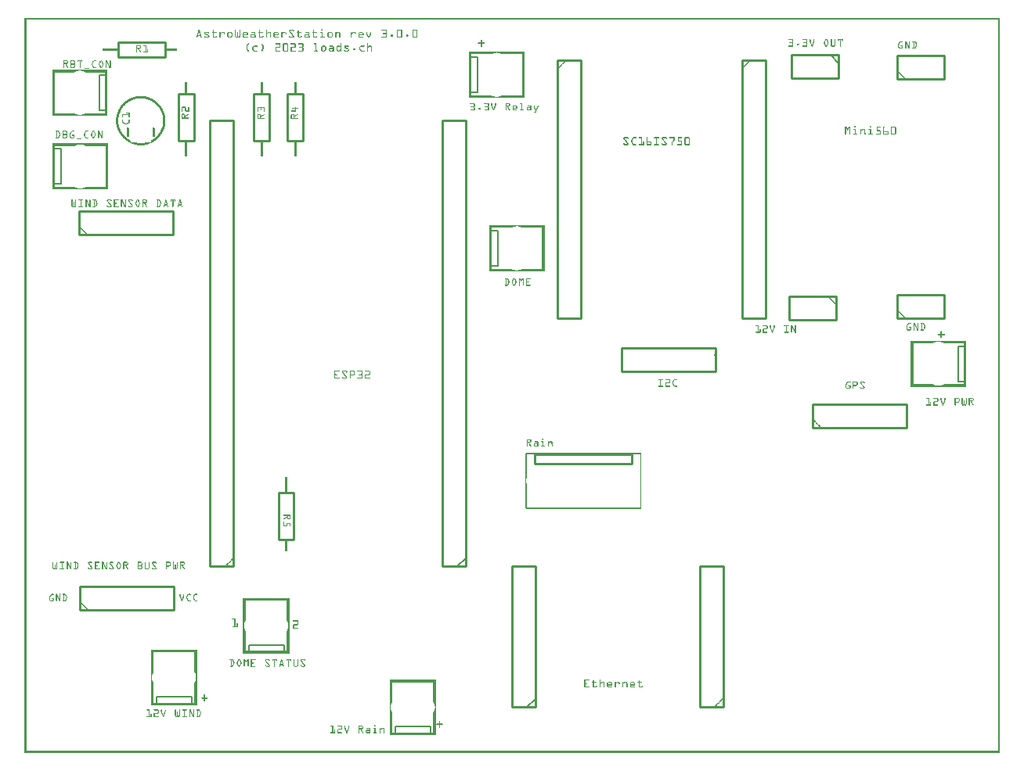
<source format=gto>
G04 MADE WITH FRITZING*
G04 WWW.FRITZING.ORG*
G04 DOUBLE SIDED*
G04 HOLES PLATED*
G04 CONTOUR ON CENTER OF CONTOUR VECTOR*
%ASAXBY*%
%FSLAX23Y23*%
%MOIN*%
%OFA0B0*%
%SFA1.0B1.0*%
%ADD10R,0.039370X0.157480X0.023960X0.142070*%
%ADD11C,0.007705*%
%ADD12R,0.157480X0.039370X0.142070X0.023960*%
%ADD13R,0.423821X0.049803X0.402955X0.028937*%
%ADD14C,0.010433*%
%ADD15C,0.010000*%
%ADD16C,0.005000*%
%ADD17R,0.001000X0.001000*%
%LNSILK1*%
G90*
G70*
G54D11*
X123Y2575D02*
X155Y2575D01*
X155Y2425D01*
X123Y2425D01*
X123Y2575D01*
D02*
X1983Y2225D02*
X2015Y2225D01*
X2015Y2076D01*
X1983Y2076D01*
X1983Y2225D01*
D02*
X3975Y1733D02*
X4006Y1733D01*
X4006Y1583D01*
X3975Y1583D01*
X3975Y1733D01*
D02*
X1897Y2965D02*
X1929Y2965D01*
X1929Y2815D01*
X1897Y2815D01*
X1897Y2965D01*
D02*
X955Y459D02*
X1105Y459D01*
X1105Y427D01*
X955Y427D01*
X955Y459D01*
D02*
X1579Y111D02*
X1729Y111D01*
X1729Y79D01*
X1579Y79D01*
X1579Y111D01*
D02*
X562Y238D02*
X712Y238D01*
X712Y206D01*
X562Y206D01*
X562Y238D01*
D02*
X319Y2889D02*
X350Y2889D01*
X350Y2739D01*
X319Y2739D01*
X319Y2889D01*
D02*
G54D14*
X2174Y1272D02*
X2587Y1272D01*
X2587Y1232D01*
X2174Y1232D01*
X2174Y1272D01*
D02*
G54D15*
X235Y610D02*
X635Y610D01*
D02*
X635Y610D02*
X635Y710D01*
D02*
X635Y710D02*
X235Y710D01*
D02*
X235Y710D02*
X235Y610D01*
D02*
X2943Y1727D02*
X2543Y1727D01*
D02*
X2543Y1727D02*
X2543Y1627D01*
D02*
X2543Y1627D02*
X2943Y1627D01*
D02*
X2943Y1627D02*
X2943Y1727D01*
D02*
X234Y2209D02*
X634Y2209D01*
D02*
X634Y2209D02*
X634Y2309D01*
D02*
X634Y2309D02*
X234Y2309D01*
D02*
X234Y2309D02*
X234Y2209D01*
D02*
X2270Y2951D02*
X2270Y1851D01*
D02*
X2270Y1851D02*
X2370Y1851D01*
D02*
X2370Y1851D02*
X2370Y2951D01*
D02*
X2370Y2951D02*
X2270Y2951D01*
D02*
X3056Y2953D02*
X3056Y1853D01*
D02*
X3056Y1853D02*
X3156Y1853D01*
D02*
X3156Y1853D02*
X3156Y2953D01*
D02*
X3156Y2953D02*
X3056Y2953D01*
D02*
X3356Y1387D02*
X3756Y1387D01*
D02*
X3756Y1387D02*
X3756Y1487D01*
D02*
X3756Y1487D02*
X3356Y1487D01*
D02*
X3356Y1487D02*
X3356Y1387D01*
D02*
X2975Y195D02*
X2975Y795D01*
D02*
X2975Y795D02*
X2875Y795D01*
D02*
X2875Y795D02*
X2875Y195D01*
D02*
X2875Y195D02*
X2975Y195D01*
D02*
X2176Y195D02*
X2176Y795D01*
D02*
X2176Y795D02*
X2076Y795D01*
D02*
X2076Y795D02*
X2076Y195D01*
D02*
X2076Y195D02*
X2176Y195D01*
G54D16*
D02*
X2176Y230D02*
X2141Y195D01*
G54D15*
D02*
X890Y794D02*
X890Y2694D01*
D02*
X890Y2694D02*
X790Y2694D01*
D02*
X790Y2694D02*
X790Y794D01*
D02*
X790Y794D02*
X890Y794D01*
D02*
X1879Y794D02*
X1879Y2694D01*
D02*
X1879Y2694D02*
X1779Y2694D01*
D02*
X1779Y2694D02*
X1779Y794D01*
D02*
X1779Y794D02*
X1879Y794D01*
G54D16*
D02*
X1879Y829D02*
X1844Y794D01*
G54D15*
D02*
X401Y3030D02*
X601Y3030D01*
D02*
X601Y3030D02*
X601Y2964D01*
D02*
X601Y2964D02*
X401Y2964D01*
D02*
X401Y2964D02*
X401Y3030D01*
D02*
X978Y2610D02*
X978Y2810D01*
D02*
X978Y2810D02*
X1044Y2810D01*
D02*
X1044Y2810D02*
X1044Y2610D01*
D02*
X1044Y2610D02*
X978Y2610D01*
D02*
X1148Y1108D02*
X1148Y908D01*
D02*
X1148Y908D02*
X1082Y908D01*
D02*
X1082Y908D02*
X1082Y1108D01*
D02*
X1082Y1108D02*
X1148Y1108D01*
D02*
X1120Y2610D02*
X1120Y2810D01*
D02*
X1120Y2810D02*
X1186Y2810D01*
D02*
X1186Y2810D02*
X1186Y2610D01*
D02*
X1186Y2610D02*
X1120Y2610D01*
D02*
X656Y2610D02*
X656Y2810D01*
D02*
X656Y2810D02*
X722Y2810D01*
D02*
X722Y2810D02*
X722Y2610D01*
D02*
X722Y2610D02*
X656Y2610D01*
D02*
X3456Y1946D02*
X3256Y1946D01*
D02*
X3256Y1946D02*
X3256Y1846D01*
D02*
X3256Y1846D02*
X3456Y1846D01*
D02*
X3456Y1846D02*
X3456Y1946D01*
D02*
X3716Y1853D02*
X3916Y1853D01*
D02*
X3916Y1853D02*
X3916Y1953D01*
D02*
X3916Y1953D02*
X3716Y1953D01*
D02*
X3716Y1953D02*
X3716Y1853D01*
D02*
X3467Y2974D02*
X3267Y2974D01*
D02*
X3267Y2974D02*
X3267Y2874D01*
D02*
X3267Y2874D02*
X3467Y2874D01*
D02*
X3467Y2874D02*
X3467Y2974D01*
G54D16*
D02*
X3432Y2974D02*
X3467Y2939D01*
G54D15*
D02*
X3718Y2872D02*
X3918Y2872D01*
D02*
X3918Y2872D02*
X3918Y2972D01*
D02*
X3918Y2972D02*
X3718Y2972D01*
D02*
X3718Y2972D02*
X3718Y2872D01*
G54D17*
X1Y3132D02*
X4153Y3132D01*
X1Y3131D02*
X4153Y3131D01*
X1Y3130D02*
X4153Y3130D01*
X1Y3129D02*
X4153Y3129D01*
X1Y3128D02*
X4153Y3128D01*
X1Y3127D02*
X4153Y3127D01*
X1Y3126D02*
X4153Y3126D01*
X1Y3125D02*
X4153Y3125D01*
X1Y3124D02*
X8Y3124D01*
X4146Y3124D02*
X4153Y3124D01*
X1Y3123D02*
X8Y3123D01*
X4146Y3123D02*
X4153Y3123D01*
X1Y3122D02*
X8Y3122D01*
X4146Y3122D02*
X4153Y3122D01*
X1Y3121D02*
X8Y3121D01*
X4146Y3121D02*
X4153Y3121D01*
X1Y3120D02*
X8Y3120D01*
X4146Y3120D02*
X4153Y3120D01*
X1Y3119D02*
X8Y3119D01*
X4146Y3119D02*
X4153Y3119D01*
X1Y3118D02*
X8Y3118D01*
X4146Y3118D02*
X4153Y3118D01*
X1Y3117D02*
X8Y3117D01*
X4146Y3117D02*
X4153Y3117D01*
X1Y3116D02*
X8Y3116D01*
X4146Y3116D02*
X4153Y3116D01*
X1Y3115D02*
X8Y3115D01*
X4146Y3115D02*
X4153Y3115D01*
X1Y3114D02*
X8Y3114D01*
X4146Y3114D02*
X4153Y3114D01*
X1Y3113D02*
X8Y3113D01*
X4146Y3113D02*
X4153Y3113D01*
X1Y3112D02*
X8Y3112D01*
X4146Y3112D02*
X4153Y3112D01*
X1Y3111D02*
X8Y3111D01*
X4146Y3111D02*
X4153Y3111D01*
X1Y3110D02*
X8Y3110D01*
X4146Y3110D02*
X4153Y3110D01*
X1Y3109D02*
X8Y3109D01*
X4146Y3109D02*
X4153Y3109D01*
X1Y3108D02*
X8Y3108D01*
X4146Y3108D02*
X4153Y3108D01*
X1Y3107D02*
X8Y3107D01*
X4146Y3107D02*
X4153Y3107D01*
X1Y3106D02*
X8Y3106D01*
X4146Y3106D02*
X4153Y3106D01*
X1Y3105D02*
X8Y3105D01*
X4146Y3105D02*
X4153Y3105D01*
X1Y3104D02*
X8Y3104D01*
X4146Y3104D02*
X4153Y3104D01*
X1Y3103D02*
X8Y3103D01*
X4146Y3103D02*
X4153Y3103D01*
X1Y3102D02*
X8Y3102D01*
X4146Y3102D02*
X4153Y3102D01*
X1Y3101D02*
X8Y3101D01*
X4146Y3101D02*
X4153Y3101D01*
X1Y3100D02*
X8Y3100D01*
X4146Y3100D02*
X4153Y3100D01*
X1Y3099D02*
X8Y3099D01*
X4146Y3099D02*
X4153Y3099D01*
X1Y3098D02*
X8Y3098D01*
X4146Y3098D02*
X4153Y3098D01*
X1Y3097D02*
X8Y3097D01*
X4146Y3097D02*
X4153Y3097D01*
X1Y3096D02*
X8Y3096D01*
X4146Y3096D02*
X4153Y3096D01*
X1Y3095D02*
X8Y3095D01*
X4146Y3095D02*
X4153Y3095D01*
X1Y3094D02*
X8Y3094D01*
X4146Y3094D02*
X4153Y3094D01*
X1Y3093D02*
X8Y3093D01*
X4146Y3093D02*
X4153Y3093D01*
X1Y3092D02*
X8Y3092D01*
X4146Y3092D02*
X4153Y3092D01*
X1Y3091D02*
X8Y3091D01*
X4146Y3091D02*
X4153Y3091D01*
X1Y3090D02*
X8Y3090D01*
X4146Y3090D02*
X4153Y3090D01*
X1Y3089D02*
X8Y3089D01*
X4146Y3089D02*
X4153Y3089D01*
X1Y3088D02*
X8Y3088D01*
X4146Y3088D02*
X4153Y3088D01*
X1Y3087D02*
X8Y3087D01*
X4146Y3087D02*
X4153Y3087D01*
X1Y3086D02*
X8Y3086D01*
X4146Y3086D02*
X4153Y3086D01*
X1Y3085D02*
X8Y3085D01*
X4146Y3085D02*
X4153Y3085D01*
X1Y3084D02*
X8Y3084D01*
X1266Y3084D02*
X1271Y3084D01*
X4146Y3084D02*
X4153Y3084D01*
X1Y3083D02*
X8Y3083D01*
X1133Y3083D02*
X1143Y3083D01*
X1266Y3083D02*
X1271Y3083D01*
X1524Y3083D02*
X1538Y3083D01*
X1592Y3083D02*
X1604Y3083D01*
X1657Y3083D02*
X1670Y3083D01*
X4146Y3083D02*
X4153Y3083D01*
X1Y3082D02*
X8Y3082D01*
X743Y3082D02*
X746Y3082D01*
X898Y3082D02*
X901Y3082D01*
X916Y3082D02*
X919Y3082D01*
X1029Y3082D02*
X1032Y3082D01*
X1130Y3082D02*
X1146Y3082D01*
X1265Y3082D02*
X1271Y3082D01*
X1522Y3082D02*
X1541Y3082D01*
X1589Y3082D02*
X1607Y3082D01*
X1655Y3082D02*
X1673Y3082D01*
X4146Y3082D02*
X4153Y3082D01*
X1Y3081D02*
X8Y3081D01*
X742Y3081D02*
X746Y3081D01*
X805Y3081D02*
X805Y3081D01*
X898Y3081D02*
X901Y3081D01*
X916Y3081D02*
X919Y3081D01*
X1002Y3081D02*
X1002Y3081D01*
X1029Y3081D02*
X1032Y3081D01*
X1129Y3081D02*
X1147Y3081D01*
X1166Y3081D02*
X1167Y3081D01*
X1232Y3081D02*
X1232Y3081D01*
X1265Y3081D02*
X1271Y3081D01*
X1522Y3081D02*
X1542Y3081D01*
X1588Y3081D02*
X1608Y3081D01*
X1654Y3081D02*
X1674Y3081D01*
X4146Y3081D02*
X4153Y3081D01*
X1Y3080D02*
X8Y3080D01*
X742Y3080D02*
X746Y3080D01*
X804Y3080D02*
X807Y3080D01*
X898Y3080D02*
X901Y3080D01*
X916Y3080D02*
X919Y3080D01*
X1001Y3080D02*
X1004Y3080D01*
X1029Y3080D02*
X1032Y3080D01*
X1128Y3080D02*
X1148Y3080D01*
X1165Y3080D02*
X1168Y3080D01*
X1231Y3080D02*
X1234Y3080D01*
X1266Y3080D02*
X1271Y3080D01*
X1522Y3080D02*
X1543Y3080D01*
X1587Y3080D02*
X1608Y3080D01*
X1653Y3080D02*
X1674Y3080D01*
X4146Y3080D02*
X4153Y3080D01*
X1Y3079D02*
X8Y3079D01*
X742Y3079D02*
X747Y3079D01*
X804Y3079D02*
X807Y3079D01*
X898Y3079D02*
X901Y3079D01*
X916Y3079D02*
X919Y3079D01*
X1001Y3079D02*
X1004Y3079D01*
X1029Y3079D02*
X1032Y3079D01*
X1128Y3079D02*
X1149Y3079D01*
X1165Y3079D02*
X1168Y3079D01*
X1230Y3079D02*
X1234Y3079D01*
X1266Y3079D02*
X1270Y3079D01*
X1522Y3079D02*
X1543Y3079D01*
X1587Y3079D02*
X1609Y3079D01*
X1653Y3079D02*
X1674Y3079D01*
X4146Y3079D02*
X4153Y3079D01*
X1Y3078D02*
X8Y3078D01*
X741Y3078D02*
X747Y3078D01*
X804Y3078D02*
X807Y3078D01*
X898Y3078D02*
X901Y3078D01*
X916Y3078D02*
X919Y3078D01*
X1001Y3078D02*
X1004Y3078D01*
X1029Y3078D02*
X1032Y3078D01*
X1127Y3078D02*
X1131Y3078D01*
X1145Y3078D02*
X1149Y3078D01*
X1165Y3078D02*
X1168Y3078D01*
X1230Y3078D02*
X1234Y3078D01*
X1539Y3078D02*
X1543Y3078D01*
X1587Y3078D02*
X1591Y3078D01*
X1605Y3078D02*
X1609Y3078D01*
X1653Y3078D02*
X1656Y3078D01*
X1671Y3078D02*
X1674Y3078D01*
X4146Y3078D02*
X4153Y3078D01*
X1Y3077D02*
X8Y3077D01*
X741Y3077D02*
X747Y3077D01*
X804Y3077D02*
X807Y3077D01*
X898Y3077D02*
X901Y3077D01*
X916Y3077D02*
X919Y3077D01*
X1001Y3077D02*
X1004Y3077D01*
X1029Y3077D02*
X1032Y3077D01*
X1128Y3077D02*
X1132Y3077D01*
X1145Y3077D02*
X1149Y3077D01*
X1165Y3077D02*
X1168Y3077D01*
X1230Y3077D02*
X1234Y3077D01*
X1540Y3077D02*
X1543Y3077D01*
X1587Y3077D02*
X1591Y3077D01*
X1605Y3077D02*
X1609Y3077D01*
X1653Y3077D02*
X1656Y3077D01*
X1671Y3077D02*
X1674Y3077D01*
X4146Y3077D02*
X4153Y3077D01*
X1Y3076D02*
X8Y3076D01*
X741Y3076D02*
X747Y3076D01*
X804Y3076D02*
X807Y3076D01*
X898Y3076D02*
X901Y3076D01*
X916Y3076D02*
X919Y3076D01*
X1001Y3076D02*
X1004Y3076D01*
X1029Y3076D02*
X1032Y3076D01*
X1128Y3076D02*
X1132Y3076D01*
X1146Y3076D02*
X1149Y3076D01*
X1165Y3076D02*
X1168Y3076D01*
X1230Y3076D02*
X1234Y3076D01*
X1540Y3076D02*
X1543Y3076D01*
X1587Y3076D02*
X1591Y3076D01*
X1605Y3076D02*
X1609Y3076D01*
X1653Y3076D02*
X1656Y3076D01*
X1671Y3076D02*
X1674Y3076D01*
X4146Y3076D02*
X4153Y3076D01*
X1Y3075D02*
X8Y3075D01*
X741Y3075D02*
X748Y3075D01*
X804Y3075D02*
X807Y3075D01*
X898Y3075D02*
X901Y3075D01*
X916Y3075D02*
X919Y3075D01*
X1001Y3075D02*
X1004Y3075D01*
X1029Y3075D02*
X1032Y3075D01*
X1128Y3075D02*
X1133Y3075D01*
X1146Y3075D02*
X1148Y3075D01*
X1165Y3075D02*
X1168Y3075D01*
X1230Y3075D02*
X1234Y3075D01*
X1540Y3075D02*
X1543Y3075D01*
X1587Y3075D02*
X1591Y3075D01*
X1605Y3075D02*
X1609Y3075D01*
X1653Y3075D02*
X1656Y3075D01*
X1671Y3075D02*
X1674Y3075D01*
X4146Y3075D02*
X4153Y3075D01*
X1Y3074D02*
X8Y3074D01*
X740Y3074D02*
X748Y3074D01*
X804Y3074D02*
X807Y3074D01*
X898Y3074D02*
X901Y3074D01*
X916Y3074D02*
X919Y3074D01*
X1001Y3074D02*
X1004Y3074D01*
X1029Y3074D02*
X1032Y3074D01*
X1129Y3074D02*
X1134Y3074D01*
X1165Y3074D02*
X1168Y3074D01*
X1230Y3074D02*
X1234Y3074D01*
X1540Y3074D02*
X1543Y3074D01*
X1587Y3074D02*
X1591Y3074D01*
X1605Y3074D02*
X1609Y3074D01*
X1653Y3074D02*
X1656Y3074D01*
X1671Y3074D02*
X1674Y3074D01*
X4146Y3074D02*
X4153Y3074D01*
X1Y3073D02*
X8Y3073D01*
X740Y3073D02*
X748Y3073D01*
X770Y3073D02*
X783Y3073D01*
X800Y3073D02*
X817Y3073D01*
X833Y3073D02*
X834Y3073D01*
X842Y3073D02*
X849Y3073D01*
X871Y3073D02*
X880Y3073D01*
X898Y3073D02*
X901Y3073D01*
X916Y3073D02*
X919Y3073D01*
X937Y3073D02*
X946Y3073D01*
X969Y3073D02*
X980Y3073D01*
X997Y3073D02*
X1014Y3073D01*
X1029Y3073D02*
X1032Y3073D01*
X1039Y3073D02*
X1045Y3073D01*
X1068Y3073D02*
X1077Y3073D01*
X1096Y3073D02*
X1097Y3073D01*
X1105Y3073D02*
X1112Y3073D01*
X1130Y3073D02*
X1135Y3073D01*
X1161Y3073D02*
X1178Y3073D01*
X1199Y3073D02*
X1210Y3073D01*
X1227Y3073D02*
X1244Y3073D01*
X1262Y3073D02*
X1270Y3073D01*
X1298Y3073D02*
X1307Y3073D01*
X1326Y3073D02*
X1327Y3073D01*
X1335Y3073D02*
X1341Y3073D01*
X1391Y3073D02*
X1393Y3073D01*
X1400Y3073D02*
X1407Y3073D01*
X1429Y3073D02*
X1438Y3073D01*
X1457Y3073D02*
X1458Y3073D01*
X1475Y3073D02*
X1476Y3073D01*
X1540Y3073D02*
X1543Y3073D01*
X1587Y3073D02*
X1591Y3073D01*
X1605Y3073D02*
X1609Y3073D01*
X1653Y3073D02*
X1656Y3073D01*
X1671Y3073D02*
X1674Y3073D01*
X4146Y3073D02*
X4153Y3073D01*
X1Y3072D02*
X8Y3072D01*
X740Y3072D02*
X749Y3072D01*
X769Y3072D02*
X785Y3072D01*
X799Y3072D02*
X818Y3072D01*
X832Y3072D02*
X835Y3072D01*
X841Y3072D02*
X851Y3072D01*
X869Y3072D02*
X882Y3072D01*
X898Y3072D02*
X901Y3072D01*
X916Y3072D02*
X919Y3072D01*
X935Y3072D02*
X948Y3072D01*
X968Y3072D02*
X981Y3072D01*
X996Y3072D02*
X1015Y3072D01*
X1029Y3072D02*
X1032Y3072D01*
X1037Y3072D02*
X1047Y3072D01*
X1066Y3072D02*
X1079Y3072D01*
X1095Y3072D02*
X1098Y3072D01*
X1103Y3072D02*
X1113Y3072D01*
X1131Y3072D02*
X1135Y3072D01*
X1160Y3072D02*
X1179Y3072D01*
X1198Y3072D02*
X1211Y3072D01*
X1226Y3072D02*
X1245Y3072D01*
X1261Y3072D02*
X1271Y3072D01*
X1296Y3072D02*
X1309Y3072D01*
X1325Y3072D02*
X1328Y3072D01*
X1333Y3072D02*
X1343Y3072D01*
X1390Y3072D02*
X1393Y3072D01*
X1399Y3072D02*
X1409Y3072D01*
X1427Y3072D02*
X1440Y3072D01*
X1456Y3072D02*
X1459Y3072D01*
X1474Y3072D02*
X1477Y3072D01*
X1540Y3072D02*
X1543Y3072D01*
X1587Y3072D02*
X1591Y3072D01*
X1605Y3072D02*
X1609Y3072D01*
X1653Y3072D02*
X1656Y3072D01*
X1671Y3072D02*
X1674Y3072D01*
X4146Y3072D02*
X4153Y3072D01*
X1Y3071D02*
X8Y3071D01*
X739Y3071D02*
X743Y3071D01*
X745Y3071D02*
X749Y3071D01*
X768Y3071D02*
X786Y3071D01*
X799Y3071D02*
X818Y3071D01*
X832Y3071D02*
X835Y3071D01*
X839Y3071D02*
X852Y3071D01*
X868Y3071D02*
X883Y3071D01*
X898Y3071D02*
X901Y3071D01*
X908Y3071D02*
X909Y3071D01*
X916Y3071D02*
X919Y3071D01*
X934Y3071D02*
X949Y3071D01*
X968Y3071D02*
X983Y3071D01*
X996Y3071D02*
X1015Y3071D01*
X1029Y3071D02*
X1032Y3071D01*
X1036Y3071D02*
X1048Y3071D01*
X1065Y3071D02*
X1080Y3071D01*
X1095Y3071D02*
X1098Y3071D01*
X1102Y3071D02*
X1114Y3071D01*
X1131Y3071D02*
X1136Y3071D01*
X1160Y3071D02*
X1180Y3071D01*
X1198Y3071D02*
X1212Y3071D01*
X1226Y3071D02*
X1245Y3071D01*
X1261Y3071D02*
X1271Y3071D01*
X1295Y3071D02*
X1310Y3071D01*
X1324Y3071D02*
X1328Y3071D01*
X1331Y3071D02*
X1344Y3071D01*
X1390Y3071D02*
X1394Y3071D01*
X1398Y3071D02*
X1410Y3071D01*
X1426Y3071D02*
X1441Y3071D01*
X1456Y3071D02*
X1459Y3071D01*
X1474Y3071D02*
X1477Y3071D01*
X1540Y3071D02*
X1543Y3071D01*
X1587Y3071D02*
X1591Y3071D01*
X1605Y3071D02*
X1609Y3071D01*
X1653Y3071D02*
X1656Y3071D01*
X1671Y3071D02*
X1674Y3071D01*
X4146Y3071D02*
X4153Y3071D01*
X1Y3070D02*
X8Y3070D01*
X739Y3070D02*
X743Y3070D01*
X745Y3070D02*
X749Y3070D01*
X767Y3070D02*
X787Y3070D01*
X799Y3070D02*
X818Y3070D01*
X832Y3070D02*
X835Y3070D01*
X838Y3070D02*
X853Y3070D01*
X867Y3070D02*
X884Y3070D01*
X898Y3070D02*
X901Y3070D01*
X907Y3070D02*
X910Y3070D01*
X916Y3070D02*
X919Y3070D01*
X932Y3070D02*
X950Y3070D01*
X968Y3070D02*
X983Y3070D01*
X996Y3070D02*
X1015Y3070D01*
X1029Y3070D02*
X1049Y3070D01*
X1064Y3070D02*
X1081Y3070D01*
X1095Y3070D02*
X1098Y3070D01*
X1101Y3070D02*
X1115Y3070D01*
X1132Y3070D02*
X1137Y3070D01*
X1161Y3070D02*
X1179Y3070D01*
X1198Y3070D02*
X1213Y3070D01*
X1226Y3070D02*
X1245Y3070D01*
X1261Y3070D02*
X1271Y3070D01*
X1294Y3070D02*
X1311Y3070D01*
X1324Y3070D02*
X1328Y3070D01*
X1330Y3070D02*
X1344Y3070D01*
X1390Y3070D02*
X1394Y3070D01*
X1397Y3070D02*
X1411Y3070D01*
X1425Y3070D02*
X1442Y3070D01*
X1456Y3070D02*
X1459Y3070D01*
X1474Y3070D02*
X1477Y3070D01*
X1539Y3070D02*
X1543Y3070D01*
X1587Y3070D02*
X1591Y3070D01*
X1605Y3070D02*
X1609Y3070D01*
X1653Y3070D02*
X1656Y3070D01*
X1671Y3070D02*
X1674Y3070D01*
X4146Y3070D02*
X4153Y3070D01*
X1Y3069D02*
X8Y3069D01*
X739Y3069D02*
X743Y3069D01*
X746Y3069D02*
X749Y3069D01*
X767Y3069D02*
X787Y3069D01*
X800Y3069D02*
X817Y3069D01*
X832Y3069D02*
X853Y3069D01*
X866Y3069D02*
X885Y3069D01*
X898Y3069D02*
X901Y3069D01*
X907Y3069D02*
X910Y3069D01*
X916Y3069D02*
X919Y3069D01*
X932Y3069D02*
X951Y3069D01*
X969Y3069D02*
X984Y3069D01*
X998Y3069D02*
X1014Y3069D01*
X1029Y3069D02*
X1049Y3069D01*
X1063Y3069D02*
X1082Y3069D01*
X1095Y3069D02*
X1098Y3069D01*
X1100Y3069D02*
X1116Y3069D01*
X1133Y3069D02*
X1138Y3069D01*
X1162Y3069D02*
X1178Y3069D01*
X1199Y3069D02*
X1214Y3069D01*
X1227Y3069D02*
X1244Y3069D01*
X1262Y3069D02*
X1271Y3069D01*
X1293Y3069D02*
X1312Y3069D01*
X1324Y3069D02*
X1345Y3069D01*
X1390Y3069D02*
X1411Y3069D01*
X1424Y3069D02*
X1443Y3069D01*
X1456Y3069D02*
X1459Y3069D01*
X1474Y3069D02*
X1477Y3069D01*
X1539Y3069D02*
X1543Y3069D01*
X1587Y3069D02*
X1591Y3069D01*
X1605Y3069D02*
X1609Y3069D01*
X1653Y3069D02*
X1656Y3069D01*
X1671Y3069D02*
X1674Y3069D01*
X4146Y3069D02*
X4153Y3069D01*
X1Y3068D02*
X8Y3068D01*
X738Y3068D02*
X742Y3068D01*
X746Y3068D02*
X750Y3068D01*
X767Y3068D02*
X770Y3068D01*
X784Y3068D02*
X787Y3068D01*
X804Y3068D02*
X807Y3068D01*
X832Y3068D02*
X842Y3068D01*
X849Y3068D02*
X853Y3068D01*
X865Y3068D02*
X870Y3068D01*
X881Y3068D02*
X886Y3068D01*
X898Y3068D02*
X901Y3068D01*
X907Y3068D02*
X910Y3068D01*
X916Y3068D02*
X919Y3068D01*
X931Y3068D02*
X936Y3068D01*
X946Y3068D02*
X951Y3068D01*
X980Y3068D02*
X984Y3068D01*
X1001Y3068D02*
X1004Y3068D01*
X1029Y3068D02*
X1039Y3068D01*
X1046Y3068D02*
X1050Y3068D01*
X1062Y3068D02*
X1067Y3068D01*
X1078Y3068D02*
X1083Y3068D01*
X1095Y3068D02*
X1105Y3068D01*
X1112Y3068D02*
X1116Y3068D01*
X1134Y3068D02*
X1139Y3068D01*
X1165Y3068D02*
X1168Y3068D01*
X1210Y3068D02*
X1214Y3068D01*
X1230Y3068D02*
X1234Y3068D01*
X1268Y3068D02*
X1271Y3068D01*
X1292Y3068D02*
X1297Y3068D01*
X1308Y3068D02*
X1313Y3068D01*
X1324Y3068D02*
X1334Y3068D01*
X1341Y3068D02*
X1345Y3068D01*
X1390Y3068D02*
X1400Y3068D01*
X1408Y3068D02*
X1412Y3068D01*
X1424Y3068D02*
X1429Y3068D01*
X1439Y3068D02*
X1444Y3068D01*
X1456Y3068D02*
X1459Y3068D01*
X1474Y3068D02*
X1477Y3068D01*
X1538Y3068D02*
X1543Y3068D01*
X1587Y3068D02*
X1591Y3068D01*
X1605Y3068D02*
X1609Y3068D01*
X1653Y3068D02*
X1656Y3068D01*
X1671Y3068D02*
X1674Y3068D01*
X4146Y3068D02*
X4153Y3068D01*
X1Y3067D02*
X8Y3067D01*
X738Y3067D02*
X742Y3067D01*
X746Y3067D02*
X750Y3067D01*
X767Y3067D02*
X770Y3067D01*
X785Y3067D02*
X786Y3067D01*
X804Y3067D02*
X807Y3067D01*
X832Y3067D02*
X841Y3067D01*
X850Y3067D02*
X853Y3067D01*
X865Y3067D02*
X869Y3067D01*
X882Y3067D02*
X886Y3067D01*
X898Y3067D02*
X901Y3067D01*
X907Y3067D02*
X910Y3067D01*
X916Y3067D02*
X919Y3067D01*
X931Y3067D02*
X935Y3067D01*
X948Y3067D02*
X952Y3067D01*
X981Y3067D02*
X984Y3067D01*
X1001Y3067D02*
X1004Y3067D01*
X1029Y3067D02*
X1037Y3067D01*
X1046Y3067D02*
X1050Y3067D01*
X1062Y3067D02*
X1066Y3067D01*
X1079Y3067D02*
X1083Y3067D01*
X1095Y3067D02*
X1104Y3067D01*
X1113Y3067D02*
X1116Y3067D01*
X1134Y3067D02*
X1139Y3067D01*
X1165Y3067D02*
X1168Y3067D01*
X1210Y3067D02*
X1214Y3067D01*
X1230Y3067D02*
X1234Y3067D01*
X1268Y3067D02*
X1271Y3067D01*
X1292Y3067D02*
X1296Y3067D01*
X1309Y3067D02*
X1313Y3067D01*
X1324Y3067D02*
X1333Y3067D01*
X1342Y3067D02*
X1345Y3067D01*
X1390Y3067D02*
X1399Y3067D01*
X1408Y3067D02*
X1412Y3067D01*
X1423Y3067D02*
X1427Y3067D01*
X1440Y3067D02*
X1444Y3067D01*
X1456Y3067D02*
X1460Y3067D01*
X1474Y3067D02*
X1477Y3067D01*
X1527Y3067D02*
X1542Y3067D01*
X1587Y3067D02*
X1591Y3067D01*
X1605Y3067D02*
X1609Y3067D01*
X1653Y3067D02*
X1656Y3067D01*
X1671Y3067D02*
X1674Y3067D01*
X4146Y3067D02*
X4153Y3067D01*
X1Y3066D02*
X8Y3066D01*
X738Y3066D02*
X742Y3066D01*
X747Y3066D02*
X750Y3066D01*
X767Y3066D02*
X772Y3066D01*
X804Y3066D02*
X807Y3066D01*
X832Y3066D02*
X840Y3066D01*
X850Y3066D02*
X853Y3066D01*
X865Y3066D02*
X869Y3066D01*
X882Y3066D02*
X886Y3066D01*
X898Y3066D02*
X901Y3066D01*
X907Y3066D02*
X910Y3066D01*
X916Y3066D02*
X919Y3066D01*
X930Y3066D02*
X934Y3066D01*
X948Y3066D02*
X952Y3066D01*
X981Y3066D02*
X984Y3066D01*
X1001Y3066D02*
X1004Y3066D01*
X1029Y3066D02*
X1036Y3066D01*
X1046Y3066D02*
X1050Y3066D01*
X1062Y3066D02*
X1066Y3066D01*
X1080Y3066D02*
X1083Y3066D01*
X1095Y3066D02*
X1102Y3066D01*
X1113Y3066D02*
X1116Y3066D01*
X1135Y3066D02*
X1140Y3066D01*
X1165Y3066D02*
X1168Y3066D01*
X1211Y3066D02*
X1214Y3066D01*
X1230Y3066D02*
X1234Y3066D01*
X1268Y3066D02*
X1271Y3066D01*
X1292Y3066D02*
X1295Y3066D01*
X1309Y3066D02*
X1313Y3066D01*
X1324Y3066D02*
X1331Y3066D01*
X1342Y3066D02*
X1345Y3066D01*
X1390Y3066D02*
X1398Y3066D01*
X1408Y3066D02*
X1412Y3066D01*
X1423Y3066D02*
X1427Y3066D01*
X1441Y3066D02*
X1445Y3066D01*
X1456Y3066D02*
X1460Y3066D01*
X1473Y3066D02*
X1477Y3066D01*
X1526Y3066D02*
X1542Y3066D01*
X1587Y3066D02*
X1591Y3066D01*
X1605Y3066D02*
X1609Y3066D01*
X1653Y3066D02*
X1656Y3066D01*
X1671Y3066D02*
X1674Y3066D01*
X4146Y3066D02*
X4153Y3066D01*
X1Y3065D02*
X8Y3065D01*
X738Y3065D02*
X741Y3065D01*
X747Y3065D02*
X751Y3065D01*
X767Y3065D02*
X774Y3065D01*
X804Y3065D02*
X807Y3065D01*
X832Y3065D02*
X839Y3065D01*
X850Y3065D02*
X853Y3065D01*
X865Y3065D02*
X868Y3065D01*
X883Y3065D02*
X886Y3065D01*
X898Y3065D02*
X901Y3065D01*
X907Y3065D02*
X910Y3065D01*
X916Y3065D02*
X919Y3065D01*
X930Y3065D02*
X934Y3065D01*
X948Y3065D02*
X952Y3065D01*
X981Y3065D02*
X984Y3065D01*
X1001Y3065D02*
X1004Y3065D01*
X1029Y3065D02*
X1034Y3065D01*
X1046Y3065D02*
X1050Y3065D01*
X1062Y3065D02*
X1065Y3065D01*
X1080Y3065D02*
X1083Y3065D01*
X1095Y3065D02*
X1101Y3065D01*
X1113Y3065D02*
X1116Y3065D01*
X1136Y3065D02*
X1141Y3065D01*
X1165Y3065D02*
X1168Y3065D01*
X1211Y3065D02*
X1214Y3065D01*
X1230Y3065D02*
X1234Y3065D01*
X1268Y3065D02*
X1271Y3065D01*
X1292Y3065D02*
X1295Y3065D01*
X1310Y3065D02*
X1313Y3065D01*
X1324Y3065D02*
X1330Y3065D01*
X1342Y3065D02*
X1346Y3065D01*
X1390Y3065D02*
X1397Y3065D01*
X1408Y3065D02*
X1412Y3065D01*
X1423Y3065D02*
X1427Y3065D01*
X1441Y3065D02*
X1445Y3065D01*
X1457Y3065D02*
X1461Y3065D01*
X1473Y3065D02*
X1477Y3065D01*
X1526Y3065D02*
X1542Y3065D01*
X1587Y3065D02*
X1591Y3065D01*
X1605Y3065D02*
X1609Y3065D01*
X1653Y3065D02*
X1656Y3065D01*
X1671Y3065D02*
X1674Y3065D01*
X4146Y3065D02*
X4153Y3065D01*
X1Y3064D02*
X8Y3064D01*
X737Y3064D02*
X741Y3064D01*
X747Y3064D02*
X751Y3064D01*
X768Y3064D02*
X777Y3064D01*
X804Y3064D02*
X807Y3064D01*
X832Y3064D02*
X837Y3064D01*
X850Y3064D02*
X853Y3064D01*
X865Y3064D02*
X868Y3064D01*
X883Y3064D02*
X886Y3064D01*
X898Y3064D02*
X901Y3064D01*
X907Y3064D02*
X910Y3064D01*
X916Y3064D02*
X919Y3064D01*
X930Y3064D02*
X934Y3064D01*
X948Y3064D02*
X952Y3064D01*
X981Y3064D02*
X984Y3064D01*
X1001Y3064D02*
X1004Y3064D01*
X1029Y3064D02*
X1033Y3064D01*
X1046Y3064D02*
X1050Y3064D01*
X1062Y3064D02*
X1065Y3064D01*
X1080Y3064D02*
X1083Y3064D01*
X1095Y3064D02*
X1100Y3064D01*
X1113Y3064D02*
X1116Y3064D01*
X1137Y3064D02*
X1142Y3064D01*
X1165Y3064D02*
X1168Y3064D01*
X1211Y3064D02*
X1214Y3064D01*
X1230Y3064D02*
X1234Y3064D01*
X1268Y3064D02*
X1271Y3064D01*
X1292Y3064D02*
X1295Y3064D01*
X1310Y3064D02*
X1313Y3064D01*
X1324Y3064D02*
X1328Y3064D01*
X1342Y3064D02*
X1346Y3064D01*
X1390Y3064D02*
X1396Y3064D01*
X1409Y3064D02*
X1411Y3064D01*
X1423Y3064D02*
X1427Y3064D01*
X1441Y3064D02*
X1445Y3064D01*
X1457Y3064D02*
X1461Y3064D01*
X1472Y3064D02*
X1476Y3064D01*
X1526Y3064D02*
X1542Y3064D01*
X1587Y3064D02*
X1591Y3064D01*
X1605Y3064D02*
X1609Y3064D01*
X1653Y3064D02*
X1656Y3064D01*
X1671Y3064D02*
X1674Y3064D01*
X4146Y3064D02*
X4153Y3064D01*
X1Y3063D02*
X8Y3063D01*
X737Y3063D02*
X741Y3063D01*
X747Y3063D02*
X751Y3063D01*
X769Y3063D02*
X779Y3063D01*
X804Y3063D02*
X807Y3063D01*
X832Y3063D02*
X836Y3063D01*
X865Y3063D02*
X868Y3063D01*
X883Y3063D02*
X886Y3063D01*
X898Y3063D02*
X901Y3063D01*
X907Y3063D02*
X910Y3063D01*
X916Y3063D02*
X919Y3063D01*
X930Y3063D02*
X934Y3063D01*
X948Y3063D02*
X952Y3063D01*
X967Y3063D02*
X984Y3063D01*
X1001Y3063D02*
X1004Y3063D01*
X1029Y3063D02*
X1032Y3063D01*
X1046Y3063D02*
X1050Y3063D01*
X1062Y3063D02*
X1065Y3063D01*
X1080Y3063D02*
X1083Y3063D01*
X1095Y3063D02*
X1099Y3063D01*
X1137Y3063D02*
X1142Y3063D01*
X1165Y3063D02*
X1168Y3063D01*
X1197Y3063D02*
X1214Y3063D01*
X1230Y3063D02*
X1234Y3063D01*
X1268Y3063D02*
X1271Y3063D01*
X1292Y3063D02*
X1295Y3063D01*
X1310Y3063D02*
X1313Y3063D01*
X1324Y3063D02*
X1328Y3063D01*
X1342Y3063D02*
X1346Y3063D01*
X1390Y3063D02*
X1395Y3063D01*
X1423Y3063D02*
X1427Y3063D01*
X1441Y3063D02*
X1445Y3063D01*
X1457Y3063D02*
X1461Y3063D01*
X1472Y3063D02*
X1476Y3063D01*
X1537Y3063D02*
X1543Y3063D01*
X1587Y3063D02*
X1591Y3063D01*
X1605Y3063D02*
X1609Y3063D01*
X1653Y3063D02*
X1656Y3063D01*
X1671Y3063D02*
X1674Y3063D01*
X4146Y3063D02*
X4153Y3063D01*
X1Y3062D02*
X8Y3062D01*
X737Y3062D02*
X741Y3062D01*
X748Y3062D02*
X751Y3062D01*
X771Y3062D02*
X781Y3062D01*
X804Y3062D02*
X807Y3062D01*
X832Y3062D02*
X835Y3062D01*
X865Y3062D02*
X868Y3062D01*
X883Y3062D02*
X886Y3062D01*
X898Y3062D02*
X901Y3062D01*
X907Y3062D02*
X910Y3062D01*
X916Y3062D02*
X919Y3062D01*
X930Y3062D02*
X934Y3062D01*
X948Y3062D02*
X952Y3062D01*
X966Y3062D02*
X984Y3062D01*
X1001Y3062D02*
X1004Y3062D01*
X1029Y3062D02*
X1032Y3062D01*
X1046Y3062D02*
X1050Y3062D01*
X1062Y3062D02*
X1066Y3062D01*
X1080Y3062D02*
X1083Y3062D01*
X1095Y3062D02*
X1098Y3062D01*
X1138Y3062D02*
X1143Y3062D01*
X1165Y3062D02*
X1168Y3062D01*
X1195Y3062D02*
X1214Y3062D01*
X1230Y3062D02*
X1234Y3062D01*
X1268Y3062D02*
X1271Y3062D01*
X1292Y3062D02*
X1295Y3062D01*
X1310Y3062D02*
X1313Y3062D01*
X1324Y3062D02*
X1328Y3062D01*
X1342Y3062D02*
X1346Y3062D01*
X1390Y3062D02*
X1394Y3062D01*
X1423Y3062D02*
X1427Y3062D01*
X1441Y3062D02*
X1445Y3062D01*
X1458Y3062D02*
X1462Y3062D01*
X1471Y3062D02*
X1475Y3062D01*
X1539Y3062D02*
X1543Y3062D01*
X1587Y3062D02*
X1591Y3062D01*
X1605Y3062D02*
X1609Y3062D01*
X1653Y3062D02*
X1656Y3062D01*
X1671Y3062D02*
X1674Y3062D01*
X4146Y3062D02*
X4153Y3062D01*
X1Y3061D02*
X8Y3061D01*
X736Y3061D02*
X740Y3061D01*
X748Y3061D02*
X752Y3061D01*
X773Y3061D02*
X783Y3061D01*
X804Y3061D02*
X807Y3061D01*
X832Y3061D02*
X835Y3061D01*
X865Y3061D02*
X868Y3061D01*
X883Y3061D02*
X886Y3061D01*
X898Y3061D02*
X901Y3061D01*
X907Y3061D02*
X910Y3061D01*
X916Y3061D02*
X919Y3061D01*
X930Y3061D02*
X952Y3061D01*
X965Y3061D02*
X984Y3061D01*
X1001Y3061D02*
X1004Y3061D01*
X1029Y3061D02*
X1032Y3061D01*
X1047Y3061D02*
X1050Y3061D01*
X1062Y3061D02*
X1083Y3061D01*
X1095Y3061D02*
X1098Y3061D01*
X1139Y3061D02*
X1144Y3061D01*
X1165Y3061D02*
X1168Y3061D01*
X1194Y3061D02*
X1214Y3061D01*
X1230Y3061D02*
X1234Y3061D01*
X1268Y3061D02*
X1271Y3061D01*
X1292Y3061D02*
X1295Y3061D01*
X1310Y3061D02*
X1313Y3061D01*
X1324Y3061D02*
X1328Y3061D01*
X1342Y3061D02*
X1346Y3061D01*
X1390Y3061D02*
X1394Y3061D01*
X1423Y3061D02*
X1445Y3061D01*
X1458Y3061D02*
X1462Y3061D01*
X1471Y3061D02*
X1475Y3061D01*
X1539Y3061D02*
X1543Y3061D01*
X1562Y3061D02*
X1569Y3061D01*
X1587Y3061D02*
X1591Y3061D01*
X1605Y3061D02*
X1609Y3061D01*
X1627Y3061D02*
X1634Y3061D01*
X1653Y3061D02*
X1656Y3061D01*
X1671Y3061D02*
X1674Y3061D01*
X4146Y3061D02*
X4153Y3061D01*
X1Y3060D02*
X8Y3060D01*
X736Y3060D02*
X740Y3060D01*
X748Y3060D02*
X752Y3060D01*
X775Y3060D02*
X785Y3060D01*
X804Y3060D02*
X807Y3060D01*
X832Y3060D02*
X835Y3060D01*
X865Y3060D02*
X868Y3060D01*
X883Y3060D02*
X886Y3060D01*
X898Y3060D02*
X901Y3060D01*
X907Y3060D02*
X910Y3060D01*
X916Y3060D02*
X919Y3060D01*
X930Y3060D02*
X952Y3060D01*
X964Y3060D02*
X984Y3060D01*
X1001Y3060D02*
X1004Y3060D01*
X1029Y3060D02*
X1032Y3060D01*
X1047Y3060D02*
X1050Y3060D01*
X1062Y3060D02*
X1083Y3060D01*
X1095Y3060D02*
X1098Y3060D01*
X1140Y3060D02*
X1145Y3060D01*
X1165Y3060D02*
X1168Y3060D01*
X1194Y3060D02*
X1214Y3060D01*
X1230Y3060D02*
X1234Y3060D01*
X1268Y3060D02*
X1271Y3060D01*
X1292Y3060D02*
X1295Y3060D01*
X1310Y3060D02*
X1313Y3060D01*
X1324Y3060D02*
X1328Y3060D01*
X1342Y3060D02*
X1346Y3060D01*
X1390Y3060D02*
X1394Y3060D01*
X1423Y3060D02*
X1445Y3060D01*
X1459Y3060D02*
X1463Y3060D01*
X1470Y3060D02*
X1474Y3060D01*
X1540Y3060D02*
X1543Y3060D01*
X1561Y3060D02*
X1569Y3060D01*
X1587Y3060D02*
X1591Y3060D01*
X1605Y3060D02*
X1609Y3060D01*
X1627Y3060D02*
X1635Y3060D01*
X1653Y3060D02*
X1656Y3060D01*
X1671Y3060D02*
X1674Y3060D01*
X4146Y3060D02*
X4153Y3060D01*
X1Y3059D02*
X8Y3059D01*
X736Y3059D02*
X752Y3059D01*
X778Y3059D02*
X786Y3059D01*
X804Y3059D02*
X807Y3059D01*
X832Y3059D02*
X835Y3059D01*
X865Y3059D02*
X868Y3059D01*
X883Y3059D02*
X886Y3059D01*
X898Y3059D02*
X901Y3059D01*
X907Y3059D02*
X910Y3059D01*
X916Y3059D02*
X919Y3059D01*
X930Y3059D02*
X952Y3059D01*
X964Y3059D02*
X968Y3059D01*
X979Y3059D02*
X985Y3059D01*
X1001Y3059D02*
X1004Y3059D01*
X1029Y3059D02*
X1032Y3059D01*
X1047Y3059D02*
X1050Y3059D01*
X1062Y3059D02*
X1083Y3059D01*
X1095Y3059D02*
X1098Y3059D01*
X1141Y3059D02*
X1145Y3059D01*
X1165Y3059D02*
X1168Y3059D01*
X1193Y3059D02*
X1198Y3059D01*
X1209Y3059D02*
X1214Y3059D01*
X1230Y3059D02*
X1234Y3059D01*
X1268Y3059D02*
X1271Y3059D01*
X1292Y3059D02*
X1295Y3059D01*
X1310Y3059D02*
X1313Y3059D01*
X1324Y3059D02*
X1328Y3059D01*
X1342Y3059D02*
X1346Y3059D01*
X1390Y3059D02*
X1394Y3059D01*
X1423Y3059D02*
X1444Y3059D01*
X1459Y3059D02*
X1463Y3059D01*
X1470Y3059D02*
X1474Y3059D01*
X1540Y3059D02*
X1543Y3059D01*
X1561Y3059D02*
X1569Y3059D01*
X1587Y3059D02*
X1591Y3059D01*
X1605Y3059D02*
X1609Y3059D01*
X1627Y3059D02*
X1635Y3059D01*
X1653Y3059D02*
X1656Y3059D01*
X1671Y3059D02*
X1674Y3059D01*
X4146Y3059D02*
X4153Y3059D01*
X1Y3058D02*
X8Y3058D01*
X736Y3058D02*
X753Y3058D01*
X780Y3058D02*
X787Y3058D01*
X804Y3058D02*
X807Y3058D01*
X832Y3058D02*
X835Y3058D01*
X865Y3058D02*
X868Y3058D01*
X883Y3058D02*
X886Y3058D01*
X898Y3058D02*
X901Y3058D01*
X907Y3058D02*
X910Y3058D01*
X916Y3058D02*
X919Y3058D01*
X930Y3058D02*
X951Y3058D01*
X963Y3058D02*
X967Y3058D01*
X981Y3058D02*
X985Y3058D01*
X1001Y3058D02*
X1004Y3058D01*
X1029Y3058D02*
X1032Y3058D01*
X1047Y3058D02*
X1050Y3058D01*
X1062Y3058D02*
X1083Y3058D01*
X1095Y3058D02*
X1098Y3058D01*
X1141Y3058D02*
X1146Y3058D01*
X1165Y3058D02*
X1168Y3058D01*
X1193Y3058D02*
X1197Y3058D01*
X1210Y3058D02*
X1214Y3058D01*
X1230Y3058D02*
X1234Y3058D01*
X1268Y3058D02*
X1271Y3058D01*
X1292Y3058D02*
X1295Y3058D01*
X1310Y3058D02*
X1313Y3058D01*
X1324Y3058D02*
X1328Y3058D01*
X1342Y3058D02*
X1346Y3058D01*
X1390Y3058D02*
X1394Y3058D01*
X1423Y3058D02*
X1444Y3058D01*
X1460Y3058D02*
X1464Y3058D01*
X1470Y3058D02*
X1474Y3058D01*
X1540Y3058D02*
X1543Y3058D01*
X1561Y3058D02*
X1569Y3058D01*
X1587Y3058D02*
X1591Y3058D01*
X1605Y3058D02*
X1609Y3058D01*
X1627Y3058D02*
X1635Y3058D01*
X1653Y3058D02*
X1656Y3058D01*
X1671Y3058D02*
X1674Y3058D01*
X4146Y3058D02*
X4153Y3058D01*
X1Y3057D02*
X8Y3057D01*
X735Y3057D02*
X753Y3057D01*
X782Y3057D02*
X787Y3057D01*
X804Y3057D02*
X807Y3057D01*
X832Y3057D02*
X835Y3057D01*
X865Y3057D02*
X868Y3057D01*
X883Y3057D02*
X886Y3057D01*
X898Y3057D02*
X901Y3057D01*
X907Y3057D02*
X910Y3057D01*
X916Y3057D02*
X919Y3057D01*
X930Y3057D02*
X934Y3057D01*
X963Y3057D02*
X967Y3057D01*
X981Y3057D02*
X985Y3057D01*
X1001Y3057D02*
X1004Y3057D01*
X1029Y3057D02*
X1032Y3057D01*
X1047Y3057D02*
X1050Y3057D01*
X1062Y3057D02*
X1066Y3057D01*
X1095Y3057D02*
X1098Y3057D01*
X1142Y3057D02*
X1147Y3057D01*
X1165Y3057D02*
X1168Y3057D01*
X1193Y3057D02*
X1197Y3057D01*
X1211Y3057D02*
X1214Y3057D01*
X1230Y3057D02*
X1234Y3057D01*
X1268Y3057D02*
X1271Y3057D01*
X1292Y3057D02*
X1295Y3057D01*
X1310Y3057D02*
X1313Y3057D01*
X1324Y3057D02*
X1328Y3057D01*
X1342Y3057D02*
X1346Y3057D01*
X1390Y3057D02*
X1394Y3057D01*
X1423Y3057D02*
X1427Y3057D01*
X1460Y3057D02*
X1464Y3057D01*
X1469Y3057D02*
X1473Y3057D01*
X1540Y3057D02*
X1543Y3057D01*
X1561Y3057D02*
X1569Y3057D01*
X1587Y3057D02*
X1591Y3057D01*
X1605Y3057D02*
X1609Y3057D01*
X1627Y3057D02*
X1635Y3057D01*
X1653Y3057D02*
X1656Y3057D01*
X1671Y3057D02*
X1674Y3057D01*
X4146Y3057D02*
X4153Y3057D01*
X1Y3056D02*
X8Y3056D01*
X735Y3056D02*
X753Y3056D01*
X784Y3056D02*
X788Y3056D01*
X804Y3056D02*
X807Y3056D01*
X832Y3056D02*
X835Y3056D01*
X865Y3056D02*
X868Y3056D01*
X883Y3056D02*
X886Y3056D01*
X898Y3056D02*
X901Y3056D01*
X907Y3056D02*
X910Y3056D01*
X916Y3056D02*
X919Y3056D01*
X930Y3056D02*
X934Y3056D01*
X963Y3056D02*
X967Y3056D01*
X981Y3056D02*
X985Y3056D01*
X1001Y3056D02*
X1004Y3056D01*
X1029Y3056D02*
X1032Y3056D01*
X1047Y3056D02*
X1050Y3056D01*
X1062Y3056D02*
X1065Y3056D01*
X1095Y3056D02*
X1098Y3056D01*
X1143Y3056D02*
X1148Y3056D01*
X1165Y3056D02*
X1168Y3056D01*
X1193Y3056D02*
X1197Y3056D01*
X1211Y3056D02*
X1214Y3056D01*
X1230Y3056D02*
X1234Y3056D01*
X1268Y3056D02*
X1271Y3056D01*
X1292Y3056D02*
X1295Y3056D01*
X1310Y3056D02*
X1313Y3056D01*
X1324Y3056D02*
X1328Y3056D01*
X1342Y3056D02*
X1346Y3056D01*
X1390Y3056D02*
X1394Y3056D01*
X1423Y3056D02*
X1427Y3056D01*
X1460Y3056D02*
X1464Y3056D01*
X1469Y3056D02*
X1473Y3056D01*
X1540Y3056D02*
X1543Y3056D01*
X1561Y3056D02*
X1569Y3056D01*
X1587Y3056D02*
X1591Y3056D01*
X1605Y3056D02*
X1609Y3056D01*
X1627Y3056D02*
X1635Y3056D01*
X1653Y3056D02*
X1656Y3056D01*
X1671Y3056D02*
X1674Y3056D01*
X4146Y3056D02*
X4153Y3056D01*
X1Y3055D02*
X8Y3055D01*
X735Y3055D02*
X739Y3055D01*
X750Y3055D02*
X754Y3055D01*
X784Y3055D02*
X788Y3055D01*
X804Y3055D02*
X807Y3055D01*
X818Y3055D02*
X820Y3055D01*
X832Y3055D02*
X835Y3055D01*
X865Y3055D02*
X869Y3055D01*
X883Y3055D02*
X886Y3055D01*
X898Y3055D02*
X901Y3055D01*
X907Y3055D02*
X910Y3055D01*
X916Y3055D02*
X919Y3055D01*
X930Y3055D02*
X934Y3055D01*
X963Y3055D02*
X967Y3055D01*
X981Y3055D02*
X985Y3055D01*
X1001Y3055D02*
X1004Y3055D01*
X1015Y3055D02*
X1017Y3055D01*
X1029Y3055D02*
X1032Y3055D01*
X1047Y3055D02*
X1050Y3055D01*
X1062Y3055D02*
X1066Y3055D01*
X1095Y3055D02*
X1098Y3055D01*
X1128Y3055D02*
X1131Y3055D01*
X1144Y3055D02*
X1148Y3055D01*
X1165Y3055D02*
X1168Y3055D01*
X1179Y3055D02*
X1181Y3055D01*
X1193Y3055D02*
X1197Y3055D01*
X1211Y3055D02*
X1215Y3055D01*
X1230Y3055D02*
X1234Y3055D01*
X1245Y3055D02*
X1247Y3055D01*
X1268Y3055D02*
X1271Y3055D01*
X1292Y3055D02*
X1295Y3055D01*
X1309Y3055D02*
X1313Y3055D01*
X1324Y3055D02*
X1328Y3055D01*
X1342Y3055D02*
X1346Y3055D01*
X1390Y3055D02*
X1394Y3055D01*
X1423Y3055D02*
X1427Y3055D01*
X1461Y3055D02*
X1465Y3055D01*
X1468Y3055D02*
X1472Y3055D01*
X1540Y3055D02*
X1543Y3055D01*
X1561Y3055D02*
X1569Y3055D01*
X1587Y3055D02*
X1591Y3055D01*
X1605Y3055D02*
X1609Y3055D01*
X1627Y3055D02*
X1635Y3055D01*
X1653Y3055D02*
X1656Y3055D01*
X1671Y3055D02*
X1674Y3055D01*
X4146Y3055D02*
X4153Y3055D01*
X1Y3054D02*
X8Y3054D01*
X734Y3054D02*
X738Y3054D01*
X750Y3054D02*
X754Y3054D01*
X768Y3054D02*
X768Y3054D01*
X784Y3054D02*
X788Y3054D01*
X804Y3054D02*
X807Y3054D01*
X817Y3054D02*
X821Y3054D01*
X832Y3054D02*
X835Y3054D01*
X865Y3054D02*
X869Y3054D01*
X882Y3054D02*
X886Y3054D01*
X898Y3054D02*
X901Y3054D01*
X906Y3054D02*
X910Y3054D01*
X915Y3054D02*
X919Y3054D01*
X931Y3054D02*
X935Y3054D01*
X963Y3054D02*
X967Y3054D01*
X979Y3054D02*
X985Y3054D01*
X1001Y3054D02*
X1004Y3054D01*
X1014Y3054D02*
X1018Y3054D01*
X1029Y3054D02*
X1032Y3054D01*
X1047Y3054D02*
X1050Y3054D01*
X1062Y3054D02*
X1066Y3054D01*
X1095Y3054D02*
X1098Y3054D01*
X1127Y3054D02*
X1131Y3054D01*
X1144Y3054D02*
X1149Y3054D01*
X1165Y3054D02*
X1168Y3054D01*
X1178Y3054D02*
X1182Y3054D01*
X1193Y3054D02*
X1197Y3054D01*
X1209Y3054D02*
X1215Y3054D01*
X1230Y3054D02*
X1234Y3054D01*
X1244Y3054D02*
X1247Y3054D01*
X1268Y3054D02*
X1271Y3054D01*
X1292Y3054D02*
X1296Y3054D01*
X1309Y3054D02*
X1313Y3054D01*
X1324Y3054D02*
X1328Y3054D01*
X1342Y3054D02*
X1346Y3054D01*
X1390Y3054D02*
X1394Y3054D01*
X1423Y3054D02*
X1427Y3054D01*
X1461Y3054D02*
X1465Y3054D01*
X1468Y3054D02*
X1472Y3054D01*
X1540Y3054D02*
X1543Y3054D01*
X1562Y3054D02*
X1568Y3054D01*
X1587Y3054D02*
X1591Y3054D01*
X1605Y3054D02*
X1609Y3054D01*
X1628Y3054D02*
X1634Y3054D01*
X1653Y3054D02*
X1656Y3054D01*
X1671Y3054D02*
X1674Y3054D01*
X4146Y3054D02*
X4153Y3054D01*
X1Y3053D02*
X8Y3053D01*
X734Y3053D02*
X738Y3053D01*
X750Y3053D02*
X754Y3053D01*
X767Y3053D02*
X770Y3053D01*
X783Y3053D02*
X788Y3053D01*
X804Y3053D02*
X808Y3053D01*
X816Y3053D02*
X821Y3053D01*
X832Y3053D02*
X835Y3053D01*
X865Y3053D02*
X870Y3053D01*
X881Y3053D02*
X886Y3053D01*
X898Y3053D02*
X902Y3053D01*
X906Y3053D02*
X911Y3053D01*
X915Y3053D02*
X919Y3053D01*
X931Y3053D02*
X936Y3053D01*
X963Y3053D02*
X967Y3053D01*
X978Y3053D02*
X985Y3053D01*
X1001Y3053D02*
X1005Y3053D01*
X1013Y3053D02*
X1018Y3053D01*
X1029Y3053D02*
X1032Y3053D01*
X1047Y3053D02*
X1050Y3053D01*
X1062Y3053D02*
X1067Y3053D01*
X1095Y3053D02*
X1098Y3053D01*
X1127Y3053D02*
X1131Y3053D01*
X1145Y3053D02*
X1149Y3053D01*
X1165Y3053D02*
X1169Y3053D01*
X1178Y3053D02*
X1182Y3053D01*
X1193Y3053D02*
X1197Y3053D01*
X1207Y3053D02*
X1215Y3053D01*
X1231Y3053D02*
X1235Y3053D01*
X1243Y3053D02*
X1247Y3053D01*
X1268Y3053D02*
X1271Y3053D01*
X1292Y3053D02*
X1297Y3053D01*
X1308Y3053D02*
X1313Y3053D01*
X1324Y3053D02*
X1328Y3053D01*
X1342Y3053D02*
X1346Y3053D01*
X1390Y3053D02*
X1394Y3053D01*
X1424Y3053D02*
X1429Y3053D01*
X1462Y3053D02*
X1471Y3053D01*
X1540Y3053D02*
X1543Y3053D01*
X1587Y3053D02*
X1591Y3053D01*
X1605Y3053D02*
X1609Y3053D01*
X1653Y3053D02*
X1656Y3053D01*
X1671Y3053D02*
X1674Y3053D01*
X4146Y3053D02*
X4153Y3053D01*
X1Y3052D02*
X8Y3052D01*
X734Y3052D02*
X738Y3052D01*
X751Y3052D02*
X754Y3052D01*
X766Y3052D02*
X787Y3052D01*
X804Y3052D02*
X820Y3052D01*
X832Y3052D02*
X835Y3052D01*
X866Y3052D02*
X885Y3052D01*
X898Y3052D02*
X918Y3052D01*
X932Y3052D02*
X950Y3052D01*
X964Y3052D02*
X985Y3052D01*
X1001Y3052D02*
X1017Y3052D01*
X1029Y3052D02*
X1032Y3052D01*
X1047Y3052D02*
X1050Y3052D01*
X1063Y3052D02*
X1082Y3052D01*
X1095Y3052D02*
X1098Y3052D01*
X1128Y3052D02*
X1149Y3052D01*
X1165Y3052D02*
X1181Y3052D01*
X1194Y3052D02*
X1215Y3052D01*
X1231Y3052D02*
X1247Y3052D01*
X1263Y3052D02*
X1277Y3052D01*
X1293Y3052D02*
X1312Y3052D01*
X1324Y3052D02*
X1328Y3052D01*
X1342Y3052D02*
X1346Y3052D01*
X1390Y3052D02*
X1394Y3052D01*
X1424Y3052D02*
X1443Y3052D01*
X1462Y3052D02*
X1471Y3052D01*
X1523Y3052D02*
X1543Y3052D01*
X1587Y3052D02*
X1609Y3052D01*
X1653Y3052D02*
X1674Y3052D01*
X4146Y3052D02*
X4153Y3052D01*
X1Y3051D02*
X8Y3051D01*
X734Y3051D02*
X737Y3051D01*
X751Y3051D02*
X755Y3051D01*
X766Y3051D02*
X787Y3051D01*
X805Y3051D02*
X820Y3051D01*
X832Y3051D02*
X835Y3051D01*
X867Y3051D02*
X884Y3051D01*
X899Y3051D02*
X918Y3051D01*
X932Y3051D02*
X952Y3051D01*
X964Y3051D02*
X985Y3051D01*
X1002Y3051D02*
X1017Y3051D01*
X1029Y3051D02*
X1032Y3051D01*
X1047Y3051D02*
X1050Y3051D01*
X1064Y3051D02*
X1083Y3051D01*
X1095Y3051D02*
X1098Y3051D01*
X1128Y3051D02*
X1149Y3051D01*
X1166Y3051D02*
X1181Y3051D01*
X1194Y3051D02*
X1215Y3051D01*
X1231Y3051D02*
X1247Y3051D01*
X1261Y3051D02*
X1278Y3051D01*
X1294Y3051D02*
X1311Y3051D01*
X1324Y3051D02*
X1328Y3051D01*
X1342Y3051D02*
X1346Y3051D01*
X1390Y3051D02*
X1394Y3051D01*
X1425Y3051D02*
X1444Y3051D01*
X1463Y3051D02*
X1471Y3051D01*
X1522Y3051D02*
X1543Y3051D01*
X1587Y3051D02*
X1609Y3051D01*
X1653Y3051D02*
X1674Y3051D01*
X4146Y3051D02*
X4153Y3051D01*
X1Y3050D02*
X8Y3050D01*
X733Y3050D02*
X737Y3050D01*
X751Y3050D02*
X755Y3050D01*
X767Y3050D02*
X786Y3050D01*
X805Y3050D02*
X819Y3050D01*
X832Y3050D02*
X835Y3050D01*
X868Y3050D02*
X883Y3050D01*
X899Y3050D02*
X917Y3050D01*
X933Y3050D02*
X952Y3050D01*
X965Y3050D02*
X985Y3050D01*
X1002Y3050D02*
X1016Y3050D01*
X1029Y3050D02*
X1032Y3050D01*
X1047Y3050D02*
X1050Y3050D01*
X1065Y3050D02*
X1083Y3050D01*
X1095Y3050D02*
X1098Y3050D01*
X1129Y3050D02*
X1148Y3050D01*
X1166Y3050D02*
X1180Y3050D01*
X1195Y3050D02*
X1215Y3050D01*
X1232Y3050D02*
X1246Y3050D01*
X1261Y3050D02*
X1278Y3050D01*
X1295Y3050D02*
X1310Y3050D01*
X1324Y3050D02*
X1328Y3050D01*
X1342Y3050D02*
X1346Y3050D01*
X1390Y3050D02*
X1394Y3050D01*
X1426Y3050D02*
X1445Y3050D01*
X1463Y3050D02*
X1470Y3050D01*
X1522Y3050D02*
X1542Y3050D01*
X1588Y3050D02*
X1608Y3050D01*
X1653Y3050D02*
X1674Y3050D01*
X4146Y3050D02*
X4153Y3050D01*
X1Y3049D02*
X8Y3049D01*
X733Y3049D02*
X737Y3049D01*
X752Y3049D02*
X755Y3049D01*
X768Y3049D02*
X785Y3049D01*
X806Y3049D02*
X818Y3049D01*
X832Y3049D02*
X835Y3049D01*
X869Y3049D02*
X882Y3049D01*
X900Y3049D02*
X917Y3049D01*
X935Y3049D02*
X952Y3049D01*
X966Y3049D02*
X979Y3049D01*
X981Y3049D02*
X985Y3049D01*
X1003Y3049D02*
X1015Y3049D01*
X1029Y3049D02*
X1032Y3049D01*
X1047Y3049D02*
X1050Y3049D01*
X1066Y3049D02*
X1083Y3049D01*
X1095Y3049D02*
X1098Y3049D01*
X1130Y3049D02*
X1147Y3049D01*
X1167Y3049D02*
X1179Y3049D01*
X1196Y3049D02*
X1209Y3049D01*
X1211Y3049D02*
X1214Y3049D01*
X1233Y3049D02*
X1245Y3049D01*
X1261Y3049D02*
X1278Y3049D01*
X1296Y3049D02*
X1309Y3049D01*
X1325Y3049D02*
X1328Y3049D01*
X1343Y3049D02*
X1346Y3049D01*
X1390Y3049D02*
X1393Y3049D01*
X1427Y3049D02*
X1444Y3049D01*
X1464Y3049D02*
X1470Y3049D01*
X1522Y3049D02*
X1542Y3049D01*
X1589Y3049D02*
X1607Y3049D01*
X1654Y3049D02*
X1673Y3049D01*
X4146Y3049D02*
X4153Y3049D01*
X1Y3048D02*
X8Y3048D01*
X734Y3048D02*
X736Y3048D01*
X752Y3048D02*
X754Y3048D01*
X771Y3048D02*
X783Y3048D01*
X808Y3048D02*
X816Y3048D01*
X833Y3048D02*
X834Y3048D01*
X871Y3048D02*
X880Y3048D01*
X901Y3048D02*
X907Y3048D01*
X910Y3048D02*
X916Y3048D01*
X936Y3048D02*
X951Y3048D01*
X968Y3048D02*
X977Y3048D01*
X982Y3048D02*
X984Y3048D01*
X1005Y3048D02*
X1013Y3048D01*
X1030Y3048D02*
X1031Y3048D01*
X1048Y3048D02*
X1049Y3048D01*
X1068Y3048D02*
X1082Y3048D01*
X1096Y3048D02*
X1097Y3048D01*
X1131Y3048D02*
X1146Y3048D01*
X1169Y3048D02*
X1177Y3048D01*
X1198Y3048D02*
X1207Y3048D01*
X1212Y3048D02*
X1214Y3048D01*
X1235Y3048D02*
X1243Y3048D01*
X1262Y3048D02*
X1277Y3048D01*
X1298Y3048D02*
X1307Y3048D01*
X1326Y3048D02*
X1327Y3048D01*
X1344Y3048D02*
X1345Y3048D01*
X1391Y3048D02*
X1393Y3048D01*
X1429Y3048D02*
X1443Y3048D01*
X1464Y3048D02*
X1469Y3048D01*
X1523Y3048D02*
X1540Y3048D01*
X1590Y3048D02*
X1606Y3048D01*
X1656Y3048D02*
X1672Y3048D01*
X4146Y3048D02*
X4153Y3048D01*
X1Y3047D02*
X8Y3047D01*
X4146Y3047D02*
X4153Y3047D01*
X1Y3046D02*
X8Y3046D01*
X4146Y3046D02*
X4153Y3046D01*
X1Y3045D02*
X8Y3045D01*
X4146Y3045D02*
X4153Y3045D01*
X1Y3044D02*
X8Y3044D01*
X4146Y3044D02*
X4153Y3044D01*
X1Y3043D02*
X8Y3043D01*
X4146Y3043D02*
X4153Y3043D01*
X1Y3042D02*
X8Y3042D01*
X3255Y3042D02*
X3272Y3042D01*
X3315Y3042D02*
X3332Y3042D01*
X3345Y3042D02*
X3347Y3042D01*
X3361Y3042D02*
X3363Y3042D01*
X3412Y3042D02*
X3417Y3042D01*
X3435Y3042D02*
X3437Y3042D01*
X3452Y3042D02*
X3454Y3042D01*
X3465Y3042D02*
X3485Y3042D01*
X4146Y3042D02*
X4153Y3042D01*
X1Y3041D02*
X8Y3041D01*
X3254Y3041D02*
X3273Y3041D01*
X3314Y3041D02*
X3333Y3041D01*
X3344Y3041D02*
X3347Y3041D01*
X3361Y3041D02*
X3364Y3041D01*
X3411Y3041D02*
X3418Y3041D01*
X3435Y3041D02*
X3438Y3041D01*
X3451Y3041D02*
X3454Y3041D01*
X3465Y3041D02*
X3485Y3041D01*
X4146Y3041D02*
X4153Y3041D01*
X1Y3040D02*
X8Y3040D01*
X3254Y3040D02*
X3273Y3040D01*
X3314Y3040D02*
X3334Y3040D01*
X3344Y3040D02*
X3348Y3040D01*
X3361Y3040D02*
X3364Y3040D01*
X3410Y3040D02*
X3419Y3040D01*
X3435Y3040D02*
X3438Y3040D01*
X3451Y3040D02*
X3454Y3040D01*
X3465Y3040D02*
X3485Y3040D01*
X4146Y3040D02*
X4153Y3040D01*
X1Y3039D02*
X8Y3039D01*
X1945Y3039D02*
X1947Y3039D01*
X3255Y3039D02*
X3274Y3039D01*
X3315Y3039D02*
X3334Y3039D01*
X3344Y3039D02*
X3348Y3039D01*
X3361Y3039D02*
X3364Y3039D01*
X3410Y3039D02*
X3419Y3039D01*
X3435Y3039D02*
X3438Y3039D01*
X3451Y3039D02*
X3454Y3039D01*
X3465Y3039D02*
X3485Y3039D01*
X4146Y3039D02*
X4153Y3039D01*
X1Y3038D02*
X8Y3038D01*
X1944Y3038D02*
X1948Y3038D01*
X3271Y3038D02*
X3274Y3038D01*
X3331Y3038D02*
X3334Y3038D01*
X3344Y3038D02*
X3348Y3038D01*
X3361Y3038D02*
X3364Y3038D01*
X3409Y3038D02*
X3413Y3038D01*
X3416Y3038D02*
X3420Y3038D01*
X3435Y3038D02*
X3438Y3038D01*
X3451Y3038D02*
X3454Y3038D01*
X3465Y3038D02*
X3468Y3038D01*
X3473Y3038D02*
X3476Y3038D01*
X3481Y3038D02*
X3485Y3038D01*
X4146Y3038D02*
X4153Y3038D01*
X1Y3037D02*
X8Y3037D01*
X1944Y3037D02*
X1949Y3037D01*
X3271Y3037D02*
X3274Y3037D01*
X3331Y3037D02*
X3334Y3037D01*
X3344Y3037D02*
X3348Y3037D01*
X3361Y3037D02*
X3364Y3037D01*
X3409Y3037D02*
X3412Y3037D01*
X3416Y3037D02*
X3420Y3037D01*
X3435Y3037D02*
X3438Y3037D01*
X3451Y3037D02*
X3454Y3037D01*
X3465Y3037D02*
X3468Y3037D01*
X3473Y3037D02*
X3476Y3037D01*
X3481Y3037D02*
X3485Y3037D01*
X4146Y3037D02*
X4153Y3037D01*
X1Y3036D02*
X8Y3036D01*
X1944Y3036D02*
X1949Y3036D01*
X3271Y3036D02*
X3274Y3036D01*
X3331Y3036D02*
X3334Y3036D01*
X3344Y3036D02*
X3348Y3036D01*
X3361Y3036D02*
X3364Y3036D01*
X3408Y3036D02*
X3412Y3036D01*
X3417Y3036D02*
X3421Y3036D01*
X3435Y3036D02*
X3438Y3036D01*
X3451Y3036D02*
X3454Y3036D01*
X3465Y3036D02*
X3468Y3036D01*
X3473Y3036D02*
X3476Y3036D01*
X3482Y3036D02*
X3484Y3036D01*
X4146Y3036D02*
X4153Y3036D01*
X1Y3035D02*
X8Y3035D01*
X1944Y3035D02*
X1949Y3035D01*
X3271Y3035D02*
X3274Y3035D01*
X3331Y3035D02*
X3334Y3035D01*
X3344Y3035D02*
X3348Y3035D01*
X3361Y3035D02*
X3364Y3035D01*
X3408Y3035D02*
X3411Y3035D01*
X3417Y3035D02*
X3421Y3035D01*
X3435Y3035D02*
X3438Y3035D01*
X3451Y3035D02*
X3454Y3035D01*
X3473Y3035D02*
X3476Y3035D01*
X4146Y3035D02*
X4153Y3035D01*
X1Y3034D02*
X8Y3034D01*
X1944Y3034D02*
X1949Y3034D01*
X3271Y3034D02*
X3274Y3034D01*
X3331Y3034D02*
X3334Y3034D01*
X3344Y3034D02*
X3348Y3034D01*
X3361Y3034D02*
X3364Y3034D01*
X3407Y3034D02*
X3411Y3034D01*
X3418Y3034D02*
X3422Y3034D01*
X3435Y3034D02*
X3438Y3034D01*
X3451Y3034D02*
X3454Y3034D01*
X3473Y3034D02*
X3476Y3034D01*
X4146Y3034D02*
X4153Y3034D01*
X1Y3033D02*
X8Y3033D01*
X1944Y3033D02*
X1949Y3033D01*
X3271Y3033D02*
X3274Y3033D01*
X3331Y3033D02*
X3334Y3033D01*
X3344Y3033D02*
X3348Y3033D01*
X3360Y3033D02*
X3364Y3033D01*
X3407Y3033D02*
X3410Y3033D01*
X3418Y3033D02*
X3422Y3033D01*
X3435Y3033D02*
X3438Y3033D01*
X3451Y3033D02*
X3454Y3033D01*
X3473Y3033D02*
X3476Y3033D01*
X3730Y3033D02*
X3741Y3033D01*
X3751Y3033D02*
X3756Y3033D01*
X3768Y3033D02*
X3771Y3033D01*
X3782Y3033D02*
X3793Y3033D01*
X4146Y3033D02*
X4153Y3033D01*
X1Y3032D02*
X8Y3032D01*
X1944Y3032D02*
X1949Y3032D01*
X3271Y3032D02*
X3274Y3032D01*
X3331Y3032D02*
X3334Y3032D01*
X3345Y3032D02*
X3348Y3032D01*
X3360Y3032D02*
X3364Y3032D01*
X3406Y3032D02*
X3410Y3032D01*
X3419Y3032D02*
X3423Y3032D01*
X3435Y3032D02*
X3438Y3032D01*
X3451Y3032D02*
X3454Y3032D01*
X3473Y3032D02*
X3476Y3032D01*
X3729Y3032D02*
X3741Y3032D01*
X3751Y3032D02*
X3757Y3032D01*
X3768Y3032D02*
X3771Y3032D01*
X3782Y3032D02*
X3795Y3032D01*
X4146Y3032D02*
X4153Y3032D01*
X1Y3031D02*
X8Y3031D01*
X1944Y3031D02*
X1949Y3031D01*
X3271Y3031D02*
X3274Y3031D01*
X3331Y3031D02*
X3334Y3031D01*
X3345Y3031D02*
X3349Y3031D01*
X3360Y3031D02*
X3363Y3031D01*
X3406Y3031D02*
X3409Y3031D01*
X3419Y3031D02*
X3423Y3031D01*
X3435Y3031D02*
X3438Y3031D01*
X3451Y3031D02*
X3454Y3031D01*
X3473Y3031D02*
X3476Y3031D01*
X3728Y3031D02*
X3741Y3031D01*
X3751Y3031D02*
X3757Y3031D01*
X3768Y3031D02*
X3771Y3031D01*
X3782Y3031D02*
X3796Y3031D01*
X4146Y3031D02*
X4153Y3031D01*
X1Y3030D02*
X8Y3030D01*
X1944Y3030D02*
X1949Y3030D01*
X3270Y3030D02*
X3274Y3030D01*
X3331Y3030D02*
X3334Y3030D01*
X3346Y3030D02*
X3349Y3030D01*
X3359Y3030D02*
X3363Y3030D01*
X3405Y3030D02*
X3409Y3030D01*
X3420Y3030D02*
X3424Y3030D01*
X3435Y3030D02*
X3438Y3030D01*
X3451Y3030D02*
X3454Y3030D01*
X3473Y3030D02*
X3476Y3030D01*
X3727Y3030D02*
X3740Y3030D01*
X3751Y3030D02*
X3758Y3030D01*
X3768Y3030D02*
X3771Y3030D01*
X3783Y3030D02*
X3796Y3030D01*
X4146Y3030D02*
X4153Y3030D01*
X1Y3029D02*
X8Y3029D01*
X1944Y3029D02*
X1949Y3029D01*
X3270Y3029D02*
X3273Y3029D01*
X3330Y3029D02*
X3334Y3029D01*
X3346Y3029D02*
X3349Y3029D01*
X3359Y3029D02*
X3362Y3029D01*
X3405Y3029D02*
X3408Y3029D01*
X3420Y3029D02*
X3424Y3029D01*
X3435Y3029D02*
X3438Y3029D01*
X3451Y3029D02*
X3454Y3029D01*
X3473Y3029D02*
X3476Y3029D01*
X3727Y3029D02*
X3731Y3029D01*
X3751Y3029D02*
X3758Y3029D01*
X3768Y3029D02*
X3771Y3029D01*
X3786Y3029D02*
X3789Y3029D01*
X3793Y3029D02*
X3797Y3029D01*
X4146Y3029D02*
X4153Y3029D01*
X1Y3028D02*
X8Y3028D01*
X1943Y3028D02*
X1949Y3028D01*
X3259Y3028D02*
X3273Y3028D01*
X3319Y3028D02*
X3333Y3028D01*
X3346Y3028D02*
X3350Y3028D01*
X3359Y3028D02*
X3362Y3028D01*
X3405Y3028D02*
X3408Y3028D01*
X3421Y3028D02*
X3424Y3028D01*
X3435Y3028D02*
X3438Y3028D01*
X3451Y3028D02*
X3454Y3028D01*
X3473Y3028D02*
X3476Y3028D01*
X3726Y3028D02*
X3730Y3028D01*
X3751Y3028D02*
X3758Y3028D01*
X3768Y3028D02*
X3771Y3028D01*
X3786Y3028D02*
X3789Y3028D01*
X3793Y3028D02*
X3797Y3028D01*
X4146Y3028D02*
X4153Y3028D01*
X1Y3027D02*
X8Y3027D01*
X1933Y3027D02*
X1960Y3027D01*
X3258Y3027D02*
X3272Y3027D01*
X3318Y3027D02*
X3333Y3027D01*
X3347Y3027D02*
X3350Y3027D01*
X3358Y3027D02*
X3362Y3027D01*
X3405Y3027D02*
X3408Y3027D01*
X3421Y3027D02*
X3424Y3027D01*
X3435Y3027D02*
X3438Y3027D01*
X3451Y3027D02*
X3454Y3027D01*
X3473Y3027D02*
X3476Y3027D01*
X3725Y3027D02*
X3730Y3027D01*
X3751Y3027D02*
X3759Y3027D01*
X3768Y3027D02*
X3771Y3027D01*
X3786Y3027D02*
X3789Y3027D01*
X3794Y3027D02*
X3798Y3027D01*
X4146Y3027D02*
X4153Y3027D01*
X1Y3026D02*
X8Y3026D01*
X1932Y3026D02*
X1960Y3026D01*
X3258Y3026D02*
X3272Y3026D01*
X3318Y3026D02*
X3333Y3026D01*
X3347Y3026D02*
X3351Y3026D01*
X3358Y3026D02*
X3361Y3026D01*
X3405Y3026D02*
X3408Y3026D01*
X3421Y3026D02*
X3424Y3026D01*
X3435Y3026D02*
X3438Y3026D01*
X3451Y3026D02*
X3454Y3026D01*
X3473Y3026D02*
X3476Y3026D01*
X3724Y3026D02*
X3729Y3026D01*
X3751Y3026D02*
X3759Y3026D01*
X3768Y3026D02*
X3771Y3026D01*
X3786Y3026D02*
X3789Y3026D01*
X3794Y3026D02*
X3798Y3026D01*
X4146Y3026D02*
X4153Y3026D01*
X1Y3025D02*
X8Y3025D01*
X1932Y3025D02*
X1960Y3025D01*
X3259Y3025D02*
X3273Y3025D01*
X3319Y3025D02*
X3333Y3025D01*
X3347Y3025D02*
X3351Y3025D01*
X3357Y3025D02*
X3361Y3025D01*
X3405Y3025D02*
X3408Y3025D01*
X3421Y3025D02*
X3424Y3025D01*
X3435Y3025D02*
X3438Y3025D01*
X3451Y3025D02*
X3454Y3025D01*
X3473Y3025D02*
X3476Y3025D01*
X3724Y3025D02*
X3728Y3025D01*
X3751Y3025D02*
X3760Y3025D01*
X3768Y3025D02*
X3771Y3025D01*
X3786Y3025D02*
X3789Y3025D01*
X3795Y3025D02*
X3799Y3025D01*
X4146Y3025D02*
X4153Y3025D01*
X1Y3024D02*
X8Y3024D01*
X953Y3024D02*
X955Y3024D01*
X1009Y3024D02*
X1011Y3024D01*
X1070Y3024D02*
X1088Y3024D01*
X1104Y3024D02*
X1120Y3024D01*
X1135Y3024D02*
X1153Y3024D01*
X1168Y3024D02*
X1185Y3024D01*
X1235Y3024D02*
X1243Y3024D01*
X1348Y3024D02*
X1350Y3024D01*
X1460Y3024D02*
X1462Y3024D01*
X1932Y3024D02*
X1960Y3024D01*
X3269Y3024D02*
X3273Y3024D01*
X3330Y3024D02*
X3334Y3024D01*
X3348Y3024D02*
X3351Y3024D01*
X3357Y3024D02*
X3361Y3024D01*
X3405Y3024D02*
X3408Y3024D01*
X3420Y3024D02*
X3424Y3024D01*
X3435Y3024D02*
X3438Y3024D01*
X3451Y3024D02*
X3454Y3024D01*
X3473Y3024D02*
X3476Y3024D01*
X3723Y3024D02*
X3727Y3024D01*
X3751Y3024D02*
X3755Y3024D01*
X3757Y3024D02*
X3760Y3024D01*
X3768Y3024D02*
X3771Y3024D01*
X3786Y3024D02*
X3789Y3024D01*
X3795Y3024D02*
X3799Y3024D01*
X4146Y3024D02*
X4153Y3024D01*
X1Y3023D02*
X8Y3023D01*
X952Y3023D02*
X956Y3023D01*
X1009Y3023D02*
X1012Y3023D01*
X1069Y3023D02*
X1089Y3023D01*
X1103Y3023D02*
X1122Y3023D01*
X1134Y3023D02*
X1154Y3023D01*
X1167Y3023D02*
X1187Y3023D01*
X1234Y3023D02*
X1244Y3023D01*
X1347Y3023D02*
X1350Y3023D01*
X1459Y3023D02*
X1463Y3023D01*
X1933Y3023D02*
X1960Y3023D01*
X3270Y3023D02*
X3274Y3023D01*
X3291Y3023D02*
X3296Y3023D01*
X3331Y3023D02*
X3334Y3023D01*
X3348Y3023D02*
X3352Y3023D01*
X3357Y3023D02*
X3360Y3023D01*
X3405Y3023D02*
X3409Y3023D01*
X3420Y3023D02*
X3424Y3023D01*
X3435Y3023D02*
X3438Y3023D01*
X3451Y3023D02*
X3454Y3023D01*
X3473Y3023D02*
X3476Y3023D01*
X3722Y3023D02*
X3726Y3023D01*
X3751Y3023D02*
X3755Y3023D01*
X3757Y3023D02*
X3761Y3023D01*
X3768Y3023D02*
X3771Y3023D01*
X3786Y3023D02*
X3789Y3023D01*
X3796Y3023D02*
X3800Y3023D01*
X4146Y3023D02*
X4153Y3023D01*
X1Y3022D02*
X8Y3022D01*
X952Y3022D02*
X956Y3022D01*
X1009Y3022D02*
X1013Y3022D01*
X1069Y3022D02*
X1090Y3022D01*
X1102Y3022D02*
X1122Y3022D01*
X1134Y3022D02*
X1155Y3022D01*
X1167Y3022D02*
X1187Y3022D01*
X1234Y3022D02*
X1244Y3022D01*
X1347Y3022D02*
X1351Y3022D01*
X1459Y3022D02*
X1463Y3022D01*
X1935Y3022D02*
X1957Y3022D01*
X3271Y3022D02*
X3274Y3022D01*
X3290Y3022D02*
X3297Y3022D01*
X3331Y3022D02*
X3334Y3022D01*
X3349Y3022D02*
X3352Y3022D01*
X3356Y3022D02*
X3360Y3022D01*
X3406Y3022D02*
X3409Y3022D01*
X3419Y3022D02*
X3423Y3022D01*
X3435Y3022D02*
X3438Y3022D01*
X3451Y3022D02*
X3454Y3022D01*
X3473Y3022D02*
X3476Y3022D01*
X3722Y3022D02*
X3726Y3022D01*
X3751Y3022D02*
X3755Y3022D01*
X3758Y3022D02*
X3761Y3022D01*
X3768Y3022D02*
X3771Y3022D01*
X3786Y3022D02*
X3789Y3022D01*
X3796Y3022D02*
X3800Y3022D01*
X4146Y3022D02*
X4153Y3022D01*
X1Y3021D02*
X8Y3021D01*
X951Y3021D02*
X956Y3021D01*
X1009Y3021D02*
X1014Y3021D01*
X1070Y3021D02*
X1090Y3021D01*
X1102Y3021D02*
X1123Y3021D01*
X1135Y3021D02*
X1155Y3021D01*
X1167Y3021D02*
X1188Y3021D01*
X1234Y3021D02*
X1244Y3021D01*
X1347Y3021D02*
X1351Y3021D01*
X1459Y3021D02*
X1463Y3021D01*
X1944Y3021D02*
X1949Y3021D01*
X3271Y3021D02*
X3274Y3021D01*
X3290Y3021D02*
X3298Y3021D01*
X3331Y3021D02*
X3334Y3021D01*
X3349Y3021D02*
X3353Y3021D01*
X3356Y3021D02*
X3359Y3021D01*
X3406Y3021D02*
X3410Y3021D01*
X3419Y3021D02*
X3423Y3021D01*
X3435Y3021D02*
X3438Y3021D01*
X3451Y3021D02*
X3454Y3021D01*
X3473Y3021D02*
X3476Y3021D01*
X3721Y3021D02*
X3725Y3021D01*
X3751Y3021D02*
X3755Y3021D01*
X3758Y3021D02*
X3762Y3021D01*
X3768Y3021D02*
X3771Y3021D01*
X3786Y3021D02*
X3789Y3021D01*
X3797Y3021D02*
X3801Y3021D01*
X4146Y3021D02*
X4153Y3021D01*
X1Y3020D02*
X8Y3020D01*
X950Y3020D02*
X955Y3020D01*
X1010Y3020D02*
X1014Y3020D01*
X1071Y3020D02*
X1090Y3020D01*
X1102Y3020D02*
X1123Y3020D01*
X1136Y3020D02*
X1155Y3020D01*
X1169Y3020D02*
X1188Y3020D01*
X1236Y3020D02*
X1244Y3020D01*
X1347Y3020D02*
X1351Y3020D01*
X1459Y3020D02*
X1463Y3020D01*
X1944Y3020D02*
X1949Y3020D01*
X3271Y3020D02*
X3274Y3020D01*
X3290Y3020D02*
X3298Y3020D01*
X3331Y3020D02*
X3334Y3020D01*
X3349Y3020D02*
X3353Y3020D01*
X3355Y3020D02*
X3359Y3020D01*
X3407Y3020D02*
X3410Y3020D01*
X3418Y3020D02*
X3422Y3020D01*
X3435Y3020D02*
X3438Y3020D01*
X3451Y3020D02*
X3454Y3020D01*
X3473Y3020D02*
X3476Y3020D01*
X3721Y3020D02*
X3725Y3020D01*
X3751Y3020D02*
X3755Y3020D01*
X3758Y3020D02*
X3762Y3020D01*
X3768Y3020D02*
X3771Y3020D01*
X3786Y3020D02*
X3789Y3020D01*
X3797Y3020D02*
X3801Y3020D01*
X4146Y3020D02*
X4153Y3020D01*
X1Y3019D02*
X8Y3019D01*
X949Y3019D02*
X954Y3019D01*
X1010Y3019D02*
X1015Y3019D01*
X1087Y3019D02*
X1091Y3019D01*
X1102Y3019D02*
X1105Y3019D01*
X1119Y3019D02*
X1123Y3019D01*
X1152Y3019D02*
X1156Y3019D01*
X1184Y3019D02*
X1188Y3019D01*
X1241Y3019D02*
X1244Y3019D01*
X1347Y3019D02*
X1351Y3019D01*
X1459Y3019D02*
X1463Y3019D01*
X1944Y3019D02*
X1949Y3019D01*
X3271Y3019D02*
X3274Y3019D01*
X3290Y3019D02*
X3298Y3019D01*
X3331Y3019D02*
X3334Y3019D01*
X3350Y3019D02*
X3353Y3019D01*
X3355Y3019D02*
X3359Y3019D01*
X3407Y3019D02*
X3411Y3019D01*
X3418Y3019D02*
X3422Y3019D01*
X3435Y3019D02*
X3438Y3019D01*
X3451Y3019D02*
X3454Y3019D01*
X3473Y3019D02*
X3476Y3019D01*
X3721Y3019D02*
X3724Y3019D01*
X3751Y3019D02*
X3755Y3019D01*
X3759Y3019D02*
X3762Y3019D01*
X3768Y3019D02*
X3771Y3019D01*
X3786Y3019D02*
X3789Y3019D01*
X3798Y3019D02*
X3801Y3019D01*
X4146Y3019D02*
X4153Y3019D01*
X1Y3018D02*
X8Y3018D01*
X949Y3018D02*
X953Y3018D01*
X1011Y3018D02*
X1016Y3018D01*
X1087Y3018D02*
X1091Y3018D01*
X1102Y3018D02*
X1105Y3018D01*
X1119Y3018D02*
X1123Y3018D01*
X1152Y3018D02*
X1156Y3018D01*
X1184Y3018D02*
X1188Y3018D01*
X1241Y3018D02*
X1244Y3018D01*
X1347Y3018D02*
X1351Y3018D01*
X1459Y3018D02*
X1463Y3018D01*
X1944Y3018D02*
X1949Y3018D01*
X3271Y3018D02*
X3274Y3018D01*
X3290Y3018D02*
X3298Y3018D01*
X3331Y3018D02*
X3334Y3018D01*
X3350Y3018D02*
X3358Y3018D01*
X3408Y3018D02*
X3411Y3018D01*
X3418Y3018D02*
X3421Y3018D01*
X3435Y3018D02*
X3438Y3018D01*
X3451Y3018D02*
X3454Y3018D01*
X3473Y3018D02*
X3476Y3018D01*
X3721Y3018D02*
X3724Y3018D01*
X3751Y3018D02*
X3755Y3018D01*
X3759Y3018D02*
X3763Y3018D01*
X3768Y3018D02*
X3771Y3018D01*
X3786Y3018D02*
X3789Y3018D01*
X3798Y3018D02*
X3801Y3018D01*
X4146Y3018D02*
X4153Y3018D01*
X1Y3017D02*
X8Y3017D01*
X948Y3017D02*
X953Y3017D01*
X1012Y3017D02*
X1017Y3017D01*
X1087Y3017D02*
X1091Y3017D01*
X1102Y3017D02*
X1105Y3017D01*
X1119Y3017D02*
X1123Y3017D01*
X1152Y3017D02*
X1156Y3017D01*
X1184Y3017D02*
X1188Y3017D01*
X1241Y3017D02*
X1244Y3017D01*
X1347Y3017D02*
X1351Y3017D01*
X1459Y3017D02*
X1463Y3017D01*
X1944Y3017D02*
X1949Y3017D01*
X3271Y3017D02*
X3274Y3017D01*
X3290Y3017D02*
X3297Y3017D01*
X3331Y3017D02*
X3334Y3017D01*
X3351Y3017D02*
X3358Y3017D01*
X3408Y3017D02*
X3412Y3017D01*
X3417Y3017D02*
X3421Y3017D01*
X3435Y3017D02*
X3438Y3017D01*
X3451Y3017D02*
X3454Y3017D01*
X3473Y3017D02*
X3476Y3017D01*
X3721Y3017D02*
X3724Y3017D01*
X3751Y3017D02*
X3755Y3017D01*
X3760Y3017D02*
X3763Y3017D01*
X3768Y3017D02*
X3771Y3017D01*
X3786Y3017D02*
X3789Y3017D01*
X3798Y3017D02*
X3801Y3017D01*
X4146Y3017D02*
X4153Y3017D01*
X1Y3016D02*
X8Y3016D01*
X477Y3016D02*
X494Y3016D01*
X508Y3016D02*
X519Y3016D01*
X947Y3016D02*
X952Y3016D01*
X1013Y3016D02*
X1017Y3016D01*
X1087Y3016D02*
X1091Y3016D01*
X1102Y3016D02*
X1105Y3016D01*
X1119Y3016D02*
X1123Y3016D01*
X1152Y3016D02*
X1156Y3016D01*
X1184Y3016D02*
X1188Y3016D01*
X1241Y3016D02*
X1244Y3016D01*
X1347Y3016D02*
X1351Y3016D01*
X1459Y3016D02*
X1463Y3016D01*
X1944Y3016D02*
X1949Y3016D01*
X3271Y3016D02*
X3274Y3016D01*
X3291Y3016D02*
X3297Y3016D01*
X3331Y3016D02*
X3334Y3016D01*
X3351Y3016D02*
X3357Y3016D01*
X3409Y3016D02*
X3412Y3016D01*
X3417Y3016D02*
X3420Y3016D01*
X3435Y3016D02*
X3438Y3016D01*
X3451Y3016D02*
X3454Y3016D01*
X3473Y3016D02*
X3476Y3016D01*
X3721Y3016D02*
X3724Y3016D01*
X3733Y3016D02*
X3741Y3016D01*
X3751Y3016D02*
X3755Y3016D01*
X3760Y3016D02*
X3764Y3016D01*
X3768Y3016D02*
X3771Y3016D01*
X3786Y3016D02*
X3789Y3016D01*
X3798Y3016D02*
X3801Y3016D01*
X4146Y3016D02*
X4153Y3016D01*
X1Y3015D02*
X8Y3015D01*
X477Y3015D02*
X495Y3015D01*
X507Y3015D02*
X519Y3015D01*
X947Y3015D02*
X951Y3015D01*
X1014Y3015D02*
X1018Y3015D01*
X1087Y3015D02*
X1091Y3015D01*
X1102Y3015D02*
X1105Y3015D01*
X1119Y3015D02*
X1123Y3015D01*
X1152Y3015D02*
X1156Y3015D01*
X1184Y3015D02*
X1188Y3015D01*
X1241Y3015D02*
X1244Y3015D01*
X1347Y3015D02*
X1351Y3015D01*
X1459Y3015D02*
X1463Y3015D01*
X1944Y3015D02*
X1949Y3015D01*
X3271Y3015D02*
X3274Y3015D01*
X3331Y3015D02*
X3334Y3015D01*
X3351Y3015D02*
X3357Y3015D01*
X3409Y3015D02*
X3413Y3015D01*
X3416Y3015D02*
X3420Y3015D01*
X3435Y3015D02*
X3439Y3015D01*
X3450Y3015D02*
X3454Y3015D01*
X3473Y3015D02*
X3476Y3015D01*
X3721Y3015D02*
X3724Y3015D01*
X3732Y3015D02*
X3741Y3015D01*
X3751Y3015D02*
X3755Y3015D01*
X3761Y3015D02*
X3764Y3015D01*
X3768Y3015D02*
X3771Y3015D01*
X3786Y3015D02*
X3789Y3015D01*
X3797Y3015D02*
X3801Y3015D01*
X4146Y3015D02*
X4153Y3015D01*
X1Y3014D02*
X8Y3014D01*
X477Y3014D02*
X496Y3014D01*
X508Y3014D02*
X519Y3014D01*
X946Y3014D02*
X950Y3014D01*
X979Y3014D02*
X993Y3014D01*
X1014Y3014D02*
X1018Y3014D01*
X1087Y3014D02*
X1091Y3014D01*
X1102Y3014D02*
X1105Y3014D01*
X1119Y3014D02*
X1123Y3014D01*
X1152Y3014D02*
X1156Y3014D01*
X1184Y3014D02*
X1188Y3014D01*
X1241Y3014D02*
X1244Y3014D01*
X1269Y3014D02*
X1281Y3014D01*
X1302Y3014D02*
X1314Y3014D01*
X1334Y3014D02*
X1343Y3014D01*
X1347Y3014D02*
X1351Y3014D01*
X1365Y3014D02*
X1380Y3014D01*
X1434Y3014D02*
X1448Y3014D01*
X1459Y3014D02*
X1463Y3014D01*
X1468Y3014D02*
X1477Y3014D01*
X1944Y3014D02*
X1949Y3014D01*
X3255Y3014D02*
X3274Y3014D01*
X3315Y3014D02*
X3334Y3014D01*
X3352Y3014D02*
X3357Y3014D01*
X3410Y3014D02*
X3419Y3014D01*
X3435Y3014D02*
X3454Y3014D01*
X3473Y3014D02*
X3476Y3014D01*
X3721Y3014D02*
X3724Y3014D01*
X3732Y3014D02*
X3741Y3014D01*
X3751Y3014D02*
X3755Y3014D01*
X3761Y3014D02*
X3765Y3014D01*
X3768Y3014D02*
X3771Y3014D01*
X3786Y3014D02*
X3789Y3014D01*
X3797Y3014D02*
X3800Y3014D01*
X4146Y3014D02*
X4153Y3014D01*
X1Y3013D02*
X8Y3013D01*
X477Y3013D02*
X497Y3013D01*
X508Y3013D02*
X519Y3013D01*
X946Y3013D02*
X950Y3013D01*
X977Y3013D02*
X993Y3013D01*
X1015Y3013D02*
X1019Y3013D01*
X1087Y3013D02*
X1091Y3013D01*
X1102Y3013D02*
X1105Y3013D01*
X1119Y3013D02*
X1123Y3013D01*
X1152Y3013D02*
X1156Y3013D01*
X1184Y3013D02*
X1188Y3013D01*
X1241Y3013D02*
X1244Y3013D01*
X1268Y3013D02*
X1282Y3013D01*
X1301Y3013D02*
X1315Y3013D01*
X1333Y3013D02*
X1345Y3013D01*
X1347Y3013D02*
X1351Y3013D01*
X1364Y3013D02*
X1381Y3013D01*
X1432Y3013D02*
X1448Y3013D01*
X1459Y3013D02*
X1463Y3013D01*
X1467Y3013D02*
X1478Y3013D01*
X1944Y3013D02*
X1949Y3013D01*
X3254Y3013D02*
X3273Y3013D01*
X3314Y3013D02*
X3334Y3013D01*
X3352Y3013D02*
X3356Y3013D01*
X3410Y3013D02*
X3419Y3013D01*
X3436Y3013D02*
X3453Y3013D01*
X3473Y3013D02*
X3476Y3013D01*
X3721Y3013D02*
X3724Y3013D01*
X3732Y3013D02*
X3741Y3013D01*
X3751Y3013D02*
X3755Y3013D01*
X3761Y3013D02*
X3765Y3013D01*
X3768Y3013D02*
X3771Y3013D01*
X3786Y3013D02*
X3789Y3013D01*
X3796Y3013D02*
X3800Y3013D01*
X4146Y3013D02*
X4153Y3013D01*
X1Y3012D02*
X8Y3012D01*
X477Y3012D02*
X481Y3012D01*
X493Y3012D02*
X497Y3012D01*
X516Y3012D02*
X519Y3012D01*
X946Y3012D02*
X949Y3012D01*
X976Y3012D02*
X993Y3012D01*
X1015Y3012D02*
X1019Y3012D01*
X1087Y3012D02*
X1091Y3012D01*
X1102Y3012D02*
X1105Y3012D01*
X1119Y3012D02*
X1123Y3012D01*
X1152Y3012D02*
X1156Y3012D01*
X1184Y3012D02*
X1188Y3012D01*
X1241Y3012D02*
X1244Y3012D01*
X1267Y3012D02*
X1283Y3012D01*
X1301Y3012D02*
X1316Y3012D01*
X1332Y3012D02*
X1351Y3012D01*
X1363Y3012D02*
X1382Y3012D01*
X1431Y3012D02*
X1448Y3012D01*
X1459Y3012D02*
X1463Y3012D01*
X1465Y3012D02*
X1479Y3012D01*
X1944Y3012D02*
X1948Y3012D01*
X3254Y3012D02*
X3273Y3012D01*
X3314Y3012D02*
X3333Y3012D01*
X3353Y3012D02*
X3356Y3012D01*
X3411Y3012D02*
X3418Y3012D01*
X3437Y3012D02*
X3452Y3012D01*
X3473Y3012D02*
X3476Y3012D01*
X3721Y3012D02*
X3724Y3012D01*
X3737Y3012D02*
X3741Y3012D01*
X3751Y3012D02*
X3755Y3012D01*
X3762Y3012D02*
X3766Y3012D01*
X3768Y3012D02*
X3771Y3012D01*
X3786Y3012D02*
X3789Y3012D01*
X3796Y3012D02*
X3800Y3012D01*
X4146Y3012D02*
X4153Y3012D01*
X1Y3011D02*
X8Y3011D01*
X477Y3011D02*
X481Y3011D01*
X494Y3011D02*
X497Y3011D01*
X516Y3011D02*
X519Y3011D01*
X946Y3011D02*
X949Y3011D01*
X975Y3011D02*
X992Y3011D01*
X1015Y3011D02*
X1019Y3011D01*
X1087Y3011D02*
X1091Y3011D01*
X1102Y3011D02*
X1105Y3011D01*
X1119Y3011D02*
X1123Y3011D01*
X1152Y3011D02*
X1156Y3011D01*
X1184Y3011D02*
X1188Y3011D01*
X1241Y3011D02*
X1244Y3011D01*
X1266Y3011D02*
X1284Y3011D01*
X1302Y3011D02*
X1317Y3011D01*
X1331Y3011D02*
X1351Y3011D01*
X1363Y3011D02*
X1383Y3011D01*
X1430Y3011D02*
X1447Y3011D01*
X1459Y3011D02*
X1479Y3011D01*
X1945Y3011D02*
X1948Y3011D01*
X3255Y3011D02*
X3272Y3011D01*
X3315Y3011D02*
X3332Y3011D01*
X3353Y3011D02*
X3355Y3011D01*
X3412Y3011D02*
X3417Y3011D01*
X3438Y3011D02*
X3451Y3011D01*
X3474Y3011D02*
X3476Y3011D01*
X3721Y3011D02*
X3724Y3011D01*
X3738Y3011D02*
X3741Y3011D01*
X3751Y3011D02*
X3755Y3011D01*
X3762Y3011D02*
X3766Y3011D01*
X3768Y3011D02*
X3771Y3011D01*
X3786Y3011D02*
X3789Y3011D01*
X3795Y3011D02*
X3799Y3011D01*
X4146Y3011D02*
X4153Y3011D01*
X1Y3010D02*
X8Y3010D01*
X477Y3010D02*
X481Y3010D01*
X494Y3010D02*
X497Y3010D01*
X516Y3010D02*
X519Y3010D01*
X946Y3010D02*
X949Y3010D01*
X974Y3010D02*
X980Y3010D01*
X1015Y3010D02*
X1019Y3010D01*
X1087Y3010D02*
X1091Y3010D01*
X1102Y3010D02*
X1105Y3010D01*
X1119Y3010D02*
X1123Y3010D01*
X1152Y3010D02*
X1156Y3010D01*
X1184Y3010D02*
X1188Y3010D01*
X1241Y3010D02*
X1244Y3010D01*
X1265Y3010D02*
X1270Y3010D01*
X1279Y3010D02*
X1285Y3010D01*
X1313Y3010D02*
X1317Y3010D01*
X1330Y3010D02*
X1335Y3010D01*
X1342Y3010D02*
X1351Y3010D01*
X1362Y3010D02*
X1366Y3010D01*
X1379Y3010D02*
X1382Y3010D01*
X1429Y3010D02*
X1435Y3010D01*
X1459Y3010D02*
X1469Y3010D01*
X1475Y3010D02*
X1480Y3010D01*
X3721Y3010D02*
X3724Y3010D01*
X3738Y3010D02*
X3741Y3010D01*
X3751Y3010D02*
X3755Y3010D01*
X3763Y3010D02*
X3766Y3010D01*
X3768Y3010D02*
X3771Y3010D01*
X3786Y3010D02*
X3789Y3010D01*
X3795Y3010D02*
X3799Y3010D01*
X4146Y3010D02*
X4153Y3010D01*
X1Y3009D02*
X8Y3009D01*
X477Y3009D02*
X481Y3009D01*
X494Y3009D02*
X497Y3009D01*
X516Y3009D02*
X519Y3009D01*
X946Y3009D02*
X949Y3009D01*
X973Y3009D02*
X979Y3009D01*
X1015Y3009D02*
X1019Y3009D01*
X1073Y3009D02*
X1090Y3009D01*
X1102Y3009D02*
X1105Y3009D01*
X1119Y3009D02*
X1123Y3009D01*
X1138Y3009D02*
X1155Y3009D01*
X1172Y3009D02*
X1188Y3009D01*
X1241Y3009D02*
X1244Y3009D01*
X1265Y3009D02*
X1269Y3009D01*
X1281Y3009D02*
X1285Y3009D01*
X1314Y3009D02*
X1317Y3009D01*
X1330Y3009D02*
X1334Y3009D01*
X1343Y3009D02*
X1351Y3009D01*
X1362Y3009D02*
X1366Y3009D01*
X1380Y3009D02*
X1382Y3009D01*
X1428Y3009D02*
X1434Y3009D01*
X1459Y3009D02*
X1468Y3009D01*
X1476Y3009D02*
X1480Y3009D01*
X3721Y3009D02*
X3724Y3009D01*
X3738Y3009D02*
X3741Y3009D01*
X3751Y3009D02*
X3755Y3009D01*
X3763Y3009D02*
X3771Y3009D01*
X3786Y3009D02*
X3789Y3009D01*
X3794Y3009D02*
X3798Y3009D01*
X4146Y3009D02*
X4153Y3009D01*
X1Y3008D02*
X8Y3008D01*
X477Y3008D02*
X481Y3008D01*
X494Y3008D02*
X497Y3008D01*
X516Y3008D02*
X519Y3008D01*
X946Y3008D02*
X949Y3008D01*
X972Y3008D02*
X978Y3008D01*
X1015Y3008D02*
X1019Y3008D01*
X1071Y3008D02*
X1090Y3008D01*
X1102Y3008D02*
X1105Y3008D01*
X1119Y3008D02*
X1123Y3008D01*
X1136Y3008D02*
X1155Y3008D01*
X1171Y3008D02*
X1187Y3008D01*
X1241Y3008D02*
X1244Y3008D01*
X1264Y3008D02*
X1268Y3008D01*
X1282Y3008D02*
X1285Y3008D01*
X1314Y3008D02*
X1317Y3008D01*
X1329Y3008D02*
X1333Y3008D01*
X1345Y3008D02*
X1351Y3008D01*
X1362Y3008D02*
X1367Y3008D01*
X1427Y3008D02*
X1433Y3008D01*
X1459Y3008D02*
X1466Y3008D01*
X1476Y3008D02*
X1480Y3008D01*
X3721Y3008D02*
X3724Y3008D01*
X3738Y3008D02*
X3741Y3008D01*
X3751Y3008D02*
X3755Y3008D01*
X3764Y3008D02*
X3771Y3008D01*
X3786Y3008D02*
X3789Y3008D01*
X3794Y3008D02*
X3798Y3008D01*
X4146Y3008D02*
X4153Y3008D01*
X1Y3007D02*
X8Y3007D01*
X477Y3007D02*
X481Y3007D01*
X493Y3007D02*
X497Y3007D01*
X516Y3007D02*
X519Y3007D01*
X946Y3007D02*
X949Y3007D01*
X972Y3007D02*
X976Y3007D01*
X1015Y3007D02*
X1019Y3007D01*
X1070Y3007D02*
X1090Y3007D01*
X1102Y3007D02*
X1105Y3007D01*
X1119Y3007D02*
X1123Y3007D01*
X1135Y3007D02*
X1155Y3007D01*
X1171Y3007D02*
X1186Y3007D01*
X1241Y3007D02*
X1244Y3007D01*
X1264Y3007D02*
X1268Y3007D01*
X1282Y3007D02*
X1286Y3007D01*
X1314Y3007D02*
X1318Y3007D01*
X1329Y3007D02*
X1333Y3007D01*
X1346Y3007D02*
X1351Y3007D01*
X1363Y3007D02*
X1369Y3007D01*
X1427Y3007D02*
X1431Y3007D01*
X1459Y3007D02*
X1465Y3007D01*
X1476Y3007D02*
X1480Y3007D01*
X3721Y3007D02*
X3725Y3007D01*
X3738Y3007D02*
X3741Y3007D01*
X3751Y3007D02*
X3755Y3007D01*
X3764Y3007D02*
X3771Y3007D01*
X3786Y3007D02*
X3789Y3007D01*
X3793Y3007D02*
X3797Y3007D01*
X4146Y3007D02*
X4153Y3007D01*
X1Y3006D02*
X8Y3006D01*
X477Y3006D02*
X497Y3006D01*
X516Y3006D02*
X519Y3006D01*
X946Y3006D02*
X949Y3006D01*
X972Y3006D02*
X975Y3006D01*
X1015Y3006D02*
X1019Y3006D01*
X1069Y3006D02*
X1089Y3006D01*
X1102Y3006D02*
X1105Y3006D01*
X1119Y3006D02*
X1123Y3006D01*
X1134Y3006D02*
X1154Y3006D01*
X1171Y3006D02*
X1187Y3006D01*
X1241Y3006D02*
X1244Y3006D01*
X1264Y3006D02*
X1268Y3006D01*
X1282Y3006D02*
X1286Y3006D01*
X1314Y3006D02*
X1318Y3006D01*
X1329Y3006D02*
X1333Y3006D01*
X1347Y3006D02*
X1351Y3006D01*
X1363Y3006D02*
X1371Y3006D01*
X1427Y3006D02*
X1431Y3006D01*
X1459Y3006D02*
X1463Y3006D01*
X1477Y3006D02*
X1480Y3006D01*
X3721Y3006D02*
X3725Y3006D01*
X3737Y3006D02*
X3741Y3006D01*
X3751Y3006D02*
X3755Y3006D01*
X3765Y3006D02*
X3771Y3006D01*
X3786Y3006D02*
X3789Y3006D01*
X3792Y3006D02*
X3797Y3006D01*
X4146Y3006D02*
X4153Y3006D01*
X1Y3005D02*
X8Y3005D01*
X477Y3005D02*
X496Y3005D01*
X516Y3005D02*
X519Y3005D01*
X946Y3005D02*
X949Y3005D01*
X972Y3005D02*
X975Y3005D01*
X1015Y3005D02*
X1019Y3005D01*
X1069Y3005D02*
X1087Y3005D01*
X1102Y3005D02*
X1105Y3005D01*
X1119Y3005D02*
X1123Y3005D01*
X1134Y3005D02*
X1152Y3005D01*
X1172Y3005D02*
X1187Y3005D01*
X1241Y3005D02*
X1244Y3005D01*
X1264Y3005D02*
X1268Y3005D01*
X1282Y3005D02*
X1286Y3005D01*
X1301Y3005D02*
X1318Y3005D01*
X1329Y3005D02*
X1333Y3005D01*
X1347Y3005D02*
X1351Y3005D01*
X1364Y3005D02*
X1373Y3005D01*
X1427Y3005D02*
X1430Y3005D01*
X1459Y3005D02*
X1463Y3005D01*
X1477Y3005D02*
X1480Y3005D01*
X3722Y3005D02*
X3740Y3005D01*
X3751Y3005D02*
X3755Y3005D01*
X3765Y3005D02*
X3771Y3005D01*
X3782Y3005D02*
X3796Y3005D01*
X4146Y3005D02*
X4153Y3005D01*
X1Y3004D02*
X8Y3004D01*
X477Y3004D02*
X495Y3004D01*
X516Y3004D02*
X519Y3004D01*
X946Y3004D02*
X949Y3004D01*
X972Y3004D02*
X975Y3004D01*
X1015Y3004D02*
X1019Y3004D01*
X1069Y3004D02*
X1073Y3004D01*
X1102Y3004D02*
X1105Y3004D01*
X1119Y3004D02*
X1123Y3004D01*
X1134Y3004D02*
X1138Y3004D01*
X1184Y3004D02*
X1188Y3004D01*
X1241Y3004D02*
X1244Y3004D01*
X1264Y3004D02*
X1268Y3004D01*
X1282Y3004D02*
X1286Y3004D01*
X1299Y3004D02*
X1318Y3004D01*
X1329Y3004D02*
X1333Y3004D01*
X1347Y3004D02*
X1351Y3004D01*
X1365Y3004D02*
X1376Y3004D01*
X1427Y3004D02*
X1430Y3004D01*
X1459Y3004D02*
X1463Y3004D01*
X1477Y3004D02*
X1480Y3004D01*
X3723Y3004D02*
X3740Y3004D01*
X3751Y3004D02*
X3755Y3004D01*
X3765Y3004D02*
X3771Y3004D01*
X3782Y3004D02*
X3795Y3004D01*
X4146Y3004D02*
X4153Y3004D01*
X1Y3003D02*
X8Y3003D01*
X477Y3003D02*
X494Y3003D01*
X516Y3003D02*
X519Y3003D01*
X946Y3003D02*
X949Y3003D01*
X972Y3003D02*
X975Y3003D01*
X1015Y3003D02*
X1019Y3003D01*
X1069Y3003D02*
X1073Y3003D01*
X1102Y3003D02*
X1105Y3003D01*
X1119Y3003D02*
X1123Y3003D01*
X1134Y3003D02*
X1138Y3003D01*
X1184Y3003D02*
X1188Y3003D01*
X1241Y3003D02*
X1244Y3003D01*
X1264Y3003D02*
X1268Y3003D01*
X1282Y3003D02*
X1286Y3003D01*
X1298Y3003D02*
X1318Y3003D01*
X1329Y3003D02*
X1333Y3003D01*
X1347Y3003D02*
X1351Y3003D01*
X1368Y3003D02*
X1378Y3003D01*
X1402Y3003D02*
X1408Y3003D01*
X1427Y3003D02*
X1430Y3003D01*
X1459Y3003D02*
X1463Y3003D01*
X1477Y3003D02*
X1480Y3003D01*
X3723Y3003D02*
X3739Y3003D01*
X3751Y3003D02*
X3754Y3003D01*
X3766Y3003D02*
X3771Y3003D01*
X3782Y3003D02*
X3794Y3003D01*
X4146Y3003D02*
X4153Y3003D01*
X1Y3002D02*
X8Y3002D01*
X334Y3002D02*
X400Y3002D01*
X477Y3002D02*
X481Y3002D01*
X484Y3002D02*
X489Y3002D01*
X516Y3002D02*
X519Y3002D01*
X602Y3002D02*
X649Y3002D01*
X946Y3002D02*
X949Y3002D01*
X972Y3002D02*
X975Y3002D01*
X1015Y3002D02*
X1019Y3002D01*
X1069Y3002D02*
X1073Y3002D01*
X1102Y3002D02*
X1105Y3002D01*
X1119Y3002D02*
X1123Y3002D01*
X1134Y3002D02*
X1138Y3002D01*
X1184Y3002D02*
X1188Y3002D01*
X1241Y3002D02*
X1244Y3002D01*
X1264Y3002D02*
X1268Y3002D01*
X1282Y3002D02*
X1286Y3002D01*
X1298Y3002D02*
X1318Y3002D01*
X1329Y3002D02*
X1333Y3002D01*
X1347Y3002D02*
X1351Y3002D01*
X1370Y3002D02*
X1380Y3002D01*
X1401Y3002D02*
X1409Y3002D01*
X1427Y3002D02*
X1430Y3002D01*
X1459Y3002D02*
X1463Y3002D01*
X1477Y3002D02*
X1480Y3002D01*
X3725Y3002D02*
X3737Y3002D01*
X3752Y3002D02*
X3754Y3002D01*
X3766Y3002D02*
X3771Y3002D01*
X3782Y3002D02*
X3793Y3002D01*
X4146Y3002D02*
X4153Y3002D01*
X1Y3001D02*
X8Y3001D01*
X334Y3001D02*
X401Y3001D01*
X477Y3001D02*
X481Y3001D01*
X485Y3001D02*
X489Y3001D01*
X516Y3001D02*
X519Y3001D01*
X602Y3001D02*
X649Y3001D01*
X946Y3001D02*
X950Y3001D01*
X972Y3001D02*
X975Y3001D01*
X1015Y3001D02*
X1019Y3001D01*
X1069Y3001D02*
X1073Y3001D01*
X1102Y3001D02*
X1105Y3001D01*
X1119Y3001D02*
X1123Y3001D01*
X1134Y3001D02*
X1138Y3001D01*
X1184Y3001D02*
X1188Y3001D01*
X1241Y3001D02*
X1244Y3001D01*
X1264Y3001D02*
X1268Y3001D01*
X1282Y3001D02*
X1286Y3001D01*
X1297Y3001D02*
X1318Y3001D01*
X1329Y3001D02*
X1333Y3001D01*
X1347Y3001D02*
X1351Y3001D01*
X1372Y3001D02*
X1381Y3001D01*
X1401Y3001D02*
X1409Y3001D01*
X1427Y3001D02*
X1430Y3001D01*
X1459Y3001D02*
X1463Y3001D01*
X1477Y3001D02*
X1480Y3001D01*
X4146Y3001D02*
X4153Y3001D01*
X1Y3000D02*
X8Y3000D01*
X335Y3000D02*
X401Y3000D01*
X477Y3000D02*
X481Y3000D01*
X486Y3000D02*
X489Y3000D01*
X516Y3000D02*
X519Y3000D01*
X602Y3000D02*
X649Y3000D01*
X946Y3000D02*
X950Y3000D01*
X972Y3000D02*
X975Y3000D01*
X1014Y3000D02*
X1018Y3000D01*
X1069Y3000D02*
X1073Y3000D01*
X1102Y3000D02*
X1105Y3000D01*
X1119Y3000D02*
X1123Y3000D01*
X1134Y3000D02*
X1138Y3000D01*
X1184Y3000D02*
X1188Y3000D01*
X1241Y3000D02*
X1244Y3000D01*
X1264Y3000D02*
X1268Y3000D01*
X1282Y3000D02*
X1286Y3000D01*
X1297Y3000D02*
X1301Y3000D01*
X1314Y3000D02*
X1318Y3000D01*
X1329Y3000D02*
X1333Y3000D01*
X1347Y3000D02*
X1351Y3000D01*
X1375Y3000D02*
X1382Y3000D01*
X1401Y3000D02*
X1409Y3000D01*
X1427Y3000D02*
X1430Y3000D01*
X1459Y3000D02*
X1463Y3000D01*
X1477Y3000D02*
X1480Y3000D01*
X4146Y3000D02*
X4153Y3000D01*
X1Y2999D02*
X8Y2999D01*
X335Y2999D02*
X401Y2999D01*
X477Y2999D02*
X481Y2999D01*
X486Y2999D02*
X490Y2999D01*
X516Y2999D02*
X519Y2999D01*
X525Y2999D02*
X526Y2999D01*
X602Y2999D02*
X649Y2999D01*
X947Y2999D02*
X951Y2999D01*
X972Y2999D02*
X975Y2999D01*
X1014Y2999D02*
X1018Y2999D01*
X1069Y2999D02*
X1073Y2999D01*
X1102Y2999D02*
X1105Y2999D01*
X1119Y2999D02*
X1123Y2999D01*
X1134Y2999D02*
X1138Y2999D01*
X1184Y2999D02*
X1188Y2999D01*
X1241Y2999D02*
X1244Y2999D01*
X1264Y2999D02*
X1268Y2999D01*
X1282Y2999D02*
X1286Y2999D01*
X1297Y2999D02*
X1300Y2999D01*
X1314Y2999D02*
X1318Y2999D01*
X1329Y2999D02*
X1333Y2999D01*
X1347Y2999D02*
X1351Y2999D01*
X1377Y2999D02*
X1382Y2999D01*
X1401Y2999D02*
X1409Y2999D01*
X1427Y2999D02*
X1430Y2999D01*
X1459Y2999D02*
X1463Y2999D01*
X1477Y2999D02*
X1480Y2999D01*
X4146Y2999D02*
X4153Y2999D01*
X1Y2998D02*
X8Y2998D01*
X335Y2998D02*
X401Y2998D01*
X477Y2998D02*
X481Y2998D01*
X487Y2998D02*
X491Y2998D01*
X516Y2998D02*
X519Y2998D01*
X524Y2998D02*
X527Y2998D01*
X602Y2998D02*
X649Y2998D01*
X947Y2998D02*
X952Y2998D01*
X972Y2998D02*
X976Y2998D01*
X1013Y2998D02*
X1017Y2998D01*
X1069Y2998D02*
X1073Y2998D01*
X1102Y2998D02*
X1105Y2998D01*
X1119Y2998D02*
X1123Y2998D01*
X1134Y2998D02*
X1138Y2998D01*
X1184Y2998D02*
X1188Y2998D01*
X1241Y2998D02*
X1244Y2998D01*
X1264Y2998D02*
X1268Y2998D01*
X1282Y2998D02*
X1286Y2998D01*
X1297Y2998D02*
X1300Y2998D01*
X1314Y2998D02*
X1318Y2998D01*
X1329Y2998D02*
X1333Y2998D01*
X1346Y2998D02*
X1351Y2998D01*
X1379Y2998D02*
X1383Y2998D01*
X1401Y2998D02*
X1409Y2998D01*
X1427Y2998D02*
X1431Y2998D01*
X1459Y2998D02*
X1463Y2998D01*
X1477Y2998D02*
X1480Y2998D01*
X4146Y2998D02*
X4153Y2998D01*
X1Y2997D02*
X8Y2997D01*
X335Y2997D02*
X401Y2997D01*
X477Y2997D02*
X481Y2997D01*
X487Y2997D02*
X491Y2997D01*
X516Y2997D02*
X519Y2997D01*
X524Y2997D02*
X527Y2997D01*
X602Y2997D02*
X649Y2997D01*
X948Y2997D02*
X952Y2997D01*
X972Y2997D02*
X977Y2997D01*
X1012Y2997D02*
X1017Y2997D01*
X1069Y2997D02*
X1073Y2997D01*
X1102Y2997D02*
X1105Y2997D01*
X1119Y2997D02*
X1123Y2997D01*
X1134Y2997D02*
X1138Y2997D01*
X1184Y2997D02*
X1188Y2997D01*
X1241Y2997D02*
X1244Y2997D01*
X1264Y2997D02*
X1268Y2997D01*
X1282Y2997D02*
X1286Y2997D01*
X1297Y2997D02*
X1300Y2997D01*
X1314Y2997D02*
X1318Y2997D01*
X1329Y2997D02*
X1333Y2997D01*
X1345Y2997D02*
X1351Y2997D01*
X1379Y2997D02*
X1383Y2997D01*
X1401Y2997D02*
X1409Y2997D01*
X1427Y2997D02*
X1432Y2997D01*
X1459Y2997D02*
X1463Y2997D01*
X1477Y2997D02*
X1480Y2997D01*
X4146Y2997D02*
X4153Y2997D01*
X1Y2996D02*
X8Y2996D01*
X335Y2996D02*
X401Y2996D01*
X477Y2996D02*
X481Y2996D01*
X488Y2996D02*
X492Y2996D01*
X516Y2996D02*
X519Y2996D01*
X524Y2996D02*
X527Y2996D01*
X602Y2996D02*
X649Y2996D01*
X948Y2996D02*
X953Y2996D01*
X973Y2996D02*
X978Y2996D01*
X1011Y2996D02*
X1016Y2996D01*
X1069Y2996D02*
X1073Y2996D01*
X1102Y2996D02*
X1105Y2996D01*
X1119Y2996D02*
X1123Y2996D01*
X1134Y2996D02*
X1138Y2996D01*
X1184Y2996D02*
X1188Y2996D01*
X1241Y2996D02*
X1244Y2996D01*
X1264Y2996D02*
X1268Y2996D01*
X1281Y2996D02*
X1285Y2996D01*
X1297Y2996D02*
X1300Y2996D01*
X1313Y2996D02*
X1318Y2996D01*
X1329Y2996D02*
X1333Y2996D01*
X1344Y2996D02*
X1351Y2996D01*
X1379Y2996D02*
X1383Y2996D01*
X1401Y2996D02*
X1408Y2996D01*
X1428Y2996D02*
X1433Y2996D01*
X1459Y2996D02*
X1463Y2996D01*
X1477Y2996D02*
X1480Y2996D01*
X4146Y2996D02*
X4153Y2996D01*
X1Y2995D02*
X8Y2995D01*
X335Y2995D02*
X401Y2995D01*
X477Y2995D02*
X481Y2995D01*
X488Y2995D02*
X492Y2995D01*
X516Y2995D02*
X519Y2995D01*
X524Y2995D02*
X527Y2995D01*
X602Y2995D02*
X649Y2995D01*
X949Y2995D02*
X954Y2995D01*
X973Y2995D02*
X979Y2995D01*
X1010Y2995D02*
X1015Y2995D01*
X1069Y2995D02*
X1073Y2995D01*
X1102Y2995D02*
X1105Y2995D01*
X1119Y2995D02*
X1123Y2995D01*
X1134Y2995D02*
X1138Y2995D01*
X1184Y2995D02*
X1188Y2995D01*
X1241Y2995D02*
X1244Y2995D01*
X1265Y2995D02*
X1269Y2995D01*
X1280Y2995D02*
X1285Y2995D01*
X1297Y2995D02*
X1301Y2995D01*
X1311Y2995D02*
X1318Y2995D01*
X1330Y2995D02*
X1334Y2995D01*
X1343Y2995D02*
X1351Y2995D01*
X1362Y2995D02*
X1365Y2995D01*
X1379Y2995D02*
X1383Y2995D01*
X1428Y2995D02*
X1434Y2995D01*
X1459Y2995D02*
X1463Y2995D01*
X1477Y2995D02*
X1480Y2995D01*
X4146Y2995D02*
X4153Y2995D01*
X1Y2994D02*
X8Y2994D01*
X335Y2994D02*
X401Y2994D01*
X477Y2994D02*
X481Y2994D01*
X489Y2994D02*
X493Y2994D01*
X516Y2994D02*
X519Y2994D01*
X524Y2994D02*
X527Y2994D01*
X602Y2994D02*
X649Y2994D01*
X950Y2994D02*
X955Y2994D01*
X974Y2994D02*
X981Y2994D01*
X1010Y2994D02*
X1015Y2994D01*
X1069Y2994D02*
X1073Y2994D01*
X1102Y2994D02*
X1106Y2994D01*
X1119Y2994D02*
X1123Y2994D01*
X1134Y2994D02*
X1138Y2994D01*
X1184Y2994D02*
X1188Y2994D01*
X1240Y2994D02*
X1245Y2994D01*
X1265Y2994D02*
X1271Y2994D01*
X1278Y2994D02*
X1284Y2994D01*
X1297Y2994D02*
X1302Y2994D01*
X1309Y2994D02*
X1318Y2994D01*
X1330Y2994D02*
X1336Y2994D01*
X1341Y2994D02*
X1351Y2994D01*
X1362Y2994D02*
X1367Y2994D01*
X1377Y2994D02*
X1383Y2994D01*
X1429Y2994D02*
X1436Y2994D01*
X1459Y2994D02*
X1463Y2994D01*
X1477Y2994D02*
X1480Y2994D01*
X4146Y2994D02*
X4153Y2994D01*
X1Y2993D02*
X8Y2993D01*
X334Y2993D02*
X401Y2993D01*
X477Y2993D02*
X481Y2993D01*
X490Y2993D02*
X494Y2993D01*
X516Y2993D02*
X519Y2993D01*
X524Y2993D02*
X527Y2993D01*
X602Y2993D02*
X649Y2993D01*
X951Y2993D02*
X956Y2993D01*
X976Y2993D02*
X993Y2993D01*
X1009Y2993D02*
X1014Y2993D01*
X1069Y2993D02*
X1090Y2993D01*
X1102Y2993D02*
X1123Y2993D01*
X1134Y2993D02*
X1155Y2993D01*
X1167Y2993D02*
X1188Y2993D01*
X1234Y2993D02*
X1250Y2993D01*
X1266Y2993D02*
X1284Y2993D01*
X1297Y2993D02*
X1318Y2993D01*
X1331Y2993D02*
X1351Y2993D01*
X1362Y2993D02*
X1382Y2993D01*
X1431Y2993D02*
X1448Y2993D01*
X1459Y2993D02*
X1463Y2993D01*
X1477Y2993D02*
X1480Y2993D01*
X4146Y2993D02*
X4153Y2993D01*
X1Y2992D02*
X8Y2992D01*
X477Y2992D02*
X481Y2992D01*
X490Y2992D02*
X494Y2992D01*
X516Y2992D02*
X519Y2992D01*
X524Y2992D02*
X527Y2992D01*
X952Y2992D02*
X956Y2992D01*
X977Y2992D02*
X993Y2992D01*
X1009Y2992D02*
X1013Y2992D01*
X1069Y2992D02*
X1090Y2992D01*
X1102Y2992D02*
X1122Y2992D01*
X1134Y2992D02*
X1155Y2992D01*
X1167Y2992D02*
X1187Y2992D01*
X1234Y2992D02*
X1251Y2992D01*
X1267Y2992D02*
X1283Y2992D01*
X1298Y2992D02*
X1318Y2992D01*
X1332Y2992D02*
X1351Y2992D01*
X1362Y2992D02*
X1381Y2992D01*
X1432Y2992D02*
X1448Y2992D01*
X1459Y2992D02*
X1463Y2992D01*
X1477Y2992D02*
X1481Y2992D01*
X4146Y2992D02*
X4153Y2992D01*
X1Y2991D02*
X8Y2991D01*
X477Y2991D02*
X481Y2991D01*
X491Y2991D02*
X495Y2991D01*
X516Y2991D02*
X519Y2991D01*
X524Y2991D02*
X527Y2991D01*
X952Y2991D02*
X956Y2991D01*
X978Y2991D02*
X993Y2991D01*
X1009Y2991D02*
X1012Y2991D01*
X1069Y2991D02*
X1090Y2991D01*
X1103Y2991D02*
X1122Y2991D01*
X1134Y2991D02*
X1155Y2991D01*
X1167Y2991D02*
X1187Y2991D01*
X1234Y2991D02*
X1251Y2991D01*
X1268Y2991D02*
X1281Y2991D01*
X1299Y2991D02*
X1312Y2991D01*
X1315Y2991D02*
X1318Y2991D01*
X1333Y2991D02*
X1344Y2991D01*
X1347Y2991D02*
X1350Y2991D01*
X1364Y2991D02*
X1380Y2991D01*
X1433Y2991D02*
X1448Y2991D01*
X1459Y2991D02*
X1463Y2991D01*
X1477Y2991D02*
X1480Y2991D01*
X4146Y2991D02*
X4153Y2991D01*
X1Y2990D02*
X8Y2990D01*
X477Y2990D02*
X481Y2990D01*
X491Y2990D02*
X495Y2990D01*
X516Y2990D02*
X519Y2990D01*
X524Y2990D02*
X527Y2990D01*
X953Y2990D02*
X955Y2990D01*
X980Y2990D02*
X992Y2990D01*
X1009Y2990D02*
X1011Y2990D01*
X1069Y2990D02*
X1090Y2990D01*
X1104Y2990D02*
X1121Y2990D01*
X1134Y2990D02*
X1155Y2990D01*
X1167Y2990D02*
X1186Y2990D01*
X1235Y2990D02*
X1250Y2990D01*
X1270Y2990D02*
X1280Y2990D01*
X1301Y2990D02*
X1311Y2990D01*
X1315Y2990D02*
X1317Y2990D01*
X1335Y2990D02*
X1343Y2990D01*
X1348Y2990D02*
X1350Y2990D01*
X1366Y2990D02*
X1379Y2990D01*
X1435Y2990D02*
X1447Y2990D01*
X1460Y2990D02*
X1462Y2990D01*
X1478Y2990D02*
X1480Y2990D01*
X4146Y2990D02*
X4153Y2990D01*
X1Y2989D02*
X8Y2989D01*
X477Y2989D02*
X481Y2989D01*
X492Y2989D02*
X496Y2989D01*
X516Y2989D02*
X519Y2989D01*
X524Y2989D02*
X527Y2989D01*
X4146Y2989D02*
X4153Y2989D01*
X1Y2988D02*
X8Y2988D01*
X477Y2988D02*
X481Y2988D01*
X493Y2988D02*
X496Y2988D01*
X508Y2988D02*
X527Y2988D01*
X1894Y2988D02*
X2129Y2988D01*
X4146Y2988D02*
X4153Y2988D01*
X1Y2987D02*
X8Y2987D01*
X477Y2987D02*
X481Y2987D01*
X493Y2987D02*
X497Y2987D01*
X508Y2987D02*
X527Y2987D01*
X1894Y2987D02*
X2129Y2987D01*
X4146Y2987D02*
X4153Y2987D01*
X1Y2986D02*
X8Y2986D01*
X477Y2986D02*
X480Y2986D01*
X494Y2986D02*
X497Y2986D01*
X508Y2986D02*
X527Y2986D01*
X1894Y2986D02*
X2129Y2986D01*
X4146Y2986D02*
X4153Y2986D01*
X1Y2985D02*
X8Y2985D01*
X478Y2985D02*
X480Y2985D01*
X495Y2985D02*
X496Y2985D01*
X508Y2985D02*
X526Y2985D01*
X1894Y2985D02*
X2129Y2985D01*
X4146Y2985D02*
X4153Y2985D01*
X1Y2984D02*
X8Y2984D01*
X1894Y2984D02*
X2010Y2984D01*
X2013Y2984D02*
X2129Y2984D01*
X4146Y2984D02*
X4153Y2984D01*
X1Y2983D02*
X8Y2983D01*
X1894Y2983D02*
X2002Y2983D01*
X2022Y2983D02*
X2129Y2983D01*
X4146Y2983D02*
X4153Y2983D01*
X1Y2982D02*
X8Y2982D01*
X1894Y2982D02*
X1998Y2982D01*
X2025Y2982D02*
X2129Y2982D01*
X4146Y2982D02*
X4153Y2982D01*
X1Y2981D02*
X8Y2981D01*
X1894Y2981D02*
X1995Y2981D01*
X2028Y2981D02*
X2129Y2981D01*
X4146Y2981D02*
X4153Y2981D01*
X1Y2980D02*
X8Y2980D01*
X1894Y2980D02*
X1993Y2980D01*
X2031Y2980D02*
X2129Y2980D01*
X4146Y2980D02*
X4153Y2980D01*
X1Y2979D02*
X8Y2979D01*
X1894Y2979D02*
X1991Y2979D01*
X2033Y2979D02*
X2129Y2979D01*
X4146Y2979D02*
X4153Y2979D01*
X1Y2978D02*
X8Y2978D01*
X1894Y2978D02*
X1989Y2978D01*
X2034Y2978D02*
X2129Y2978D01*
X4146Y2978D02*
X4153Y2978D01*
X1Y2977D02*
X8Y2977D01*
X1894Y2977D02*
X1904Y2977D01*
X2119Y2977D02*
X2129Y2977D01*
X4146Y2977D02*
X4153Y2977D01*
X1Y2976D02*
X8Y2976D01*
X1894Y2976D02*
X1904Y2976D01*
X2119Y2976D02*
X2129Y2976D01*
X4146Y2976D02*
X4153Y2976D01*
X1Y2975D02*
X8Y2975D01*
X1894Y2975D02*
X1904Y2975D01*
X2119Y2975D02*
X2129Y2975D01*
X4146Y2975D02*
X4153Y2975D01*
X1Y2974D02*
X8Y2974D01*
X1894Y2974D02*
X1904Y2974D01*
X2119Y2974D02*
X2129Y2974D01*
X4146Y2974D02*
X4153Y2974D01*
X1Y2973D02*
X8Y2973D01*
X1894Y2973D02*
X1904Y2973D01*
X2119Y2973D02*
X2129Y2973D01*
X4146Y2973D02*
X4153Y2973D01*
X1Y2972D02*
X8Y2972D01*
X1894Y2972D02*
X1904Y2972D01*
X2119Y2972D02*
X2129Y2972D01*
X4146Y2972D02*
X4153Y2972D01*
X1Y2971D02*
X8Y2971D01*
X1894Y2971D02*
X1904Y2971D01*
X2119Y2971D02*
X2129Y2971D01*
X4146Y2971D02*
X4153Y2971D01*
X1Y2970D02*
X8Y2970D01*
X1894Y2970D02*
X1904Y2970D01*
X2119Y2970D02*
X2129Y2970D01*
X4146Y2970D02*
X4153Y2970D01*
X1Y2969D02*
X8Y2969D01*
X1894Y2969D02*
X1904Y2969D01*
X2119Y2969D02*
X2129Y2969D01*
X4146Y2969D02*
X4153Y2969D01*
X1Y2968D02*
X8Y2968D01*
X1894Y2968D02*
X1904Y2968D01*
X2119Y2968D02*
X2129Y2968D01*
X4146Y2968D02*
X4153Y2968D01*
X1Y2967D02*
X8Y2967D01*
X1894Y2967D02*
X1904Y2967D01*
X2119Y2967D02*
X2129Y2967D01*
X4146Y2967D02*
X4153Y2967D01*
X1Y2966D02*
X8Y2966D01*
X1894Y2966D02*
X1904Y2966D01*
X2119Y2966D02*
X2129Y2966D01*
X4146Y2966D02*
X4153Y2966D01*
X1Y2965D02*
X8Y2965D01*
X1894Y2965D02*
X1904Y2965D01*
X2119Y2965D02*
X2129Y2965D01*
X4146Y2965D02*
X4153Y2965D01*
X1Y2964D02*
X8Y2964D01*
X1894Y2964D02*
X1904Y2964D01*
X2119Y2964D02*
X2129Y2964D01*
X4146Y2964D02*
X4153Y2964D01*
X1Y2963D02*
X8Y2963D01*
X1894Y2963D02*
X1904Y2963D01*
X2119Y2963D02*
X2129Y2963D01*
X4146Y2963D02*
X4153Y2963D01*
X1Y2962D02*
X8Y2962D01*
X1894Y2962D02*
X1904Y2962D01*
X2119Y2962D02*
X2129Y2962D01*
X4146Y2962D02*
X4153Y2962D01*
X1Y2961D02*
X8Y2961D01*
X1894Y2961D02*
X1904Y2961D01*
X2119Y2961D02*
X2129Y2961D01*
X4146Y2961D02*
X4153Y2961D01*
X1Y2960D02*
X8Y2960D01*
X1894Y2960D02*
X1904Y2960D01*
X2119Y2960D02*
X2129Y2960D01*
X4146Y2960D02*
X4153Y2960D01*
X1Y2959D02*
X8Y2959D01*
X1894Y2959D02*
X1904Y2959D01*
X2119Y2959D02*
X2129Y2959D01*
X4146Y2959D02*
X4153Y2959D01*
X1Y2958D02*
X8Y2958D01*
X1894Y2958D02*
X1904Y2958D01*
X2119Y2958D02*
X2129Y2958D01*
X4146Y2958D02*
X4153Y2958D01*
X1Y2957D02*
X8Y2957D01*
X1894Y2957D02*
X1904Y2957D01*
X2119Y2957D02*
X2129Y2957D01*
X4146Y2957D02*
X4153Y2957D01*
X1Y2956D02*
X8Y2956D01*
X1894Y2956D02*
X1904Y2956D01*
X2119Y2956D02*
X2129Y2956D01*
X4146Y2956D02*
X4153Y2956D01*
X1Y2955D02*
X8Y2955D01*
X1894Y2955D02*
X1904Y2955D01*
X2119Y2955D02*
X2129Y2955D01*
X4146Y2955D02*
X4153Y2955D01*
X1Y2954D02*
X8Y2954D01*
X1894Y2954D02*
X1904Y2954D01*
X2119Y2954D02*
X2129Y2954D01*
X3090Y2954D02*
X3090Y2954D01*
X4146Y2954D02*
X4153Y2954D01*
X1Y2953D02*
X8Y2953D01*
X1894Y2953D02*
X1904Y2953D01*
X2119Y2953D02*
X2129Y2953D01*
X3089Y2953D02*
X3091Y2953D01*
X4146Y2953D02*
X4153Y2953D01*
X1Y2952D02*
X8Y2952D01*
X1894Y2952D02*
X1904Y2952D01*
X2119Y2952D02*
X2129Y2952D01*
X2304Y2952D02*
X2304Y2952D01*
X3088Y2952D02*
X3092Y2952D01*
X4146Y2952D02*
X4153Y2952D01*
X1Y2951D02*
X8Y2951D01*
X167Y2951D02*
X183Y2951D01*
X197Y2951D02*
X212Y2951D01*
X227Y2951D02*
X247Y2951D01*
X296Y2951D02*
X307Y2951D01*
X326Y2951D02*
X330Y2951D01*
X348Y2951D02*
X353Y2951D01*
X365Y2951D02*
X367Y2951D01*
X1894Y2951D02*
X1904Y2951D01*
X2119Y2951D02*
X2129Y2951D01*
X2303Y2951D02*
X2305Y2951D01*
X3087Y2951D02*
X3093Y2951D01*
X4146Y2951D02*
X4153Y2951D01*
X1Y2950D02*
X8Y2950D01*
X167Y2950D02*
X185Y2950D01*
X197Y2950D02*
X214Y2950D01*
X227Y2950D02*
X247Y2950D01*
X294Y2950D02*
X307Y2950D01*
X324Y2950D02*
X331Y2950D01*
X348Y2950D02*
X353Y2950D01*
X364Y2950D02*
X368Y2950D01*
X1894Y2950D02*
X1904Y2950D01*
X2119Y2950D02*
X2129Y2950D01*
X2302Y2950D02*
X2306Y2950D01*
X3086Y2950D02*
X3092Y2950D01*
X4146Y2950D02*
X4153Y2950D01*
X1Y2949D02*
X8Y2949D01*
X167Y2949D02*
X186Y2949D01*
X197Y2949D02*
X215Y2949D01*
X227Y2949D02*
X247Y2949D01*
X293Y2949D02*
X307Y2949D01*
X323Y2949D02*
X332Y2949D01*
X348Y2949D02*
X354Y2949D01*
X364Y2949D02*
X368Y2949D01*
X1894Y2949D02*
X1904Y2949D01*
X2119Y2949D02*
X2129Y2949D01*
X2301Y2949D02*
X2307Y2949D01*
X3085Y2949D02*
X3091Y2949D01*
X4146Y2949D02*
X4153Y2949D01*
X1Y2948D02*
X8Y2948D01*
X167Y2948D02*
X186Y2948D01*
X197Y2948D02*
X215Y2948D01*
X227Y2948D02*
X247Y2948D01*
X293Y2948D02*
X307Y2948D01*
X323Y2948D02*
X332Y2948D01*
X348Y2948D02*
X354Y2948D01*
X364Y2948D02*
X368Y2948D01*
X1894Y2948D02*
X1904Y2948D01*
X2119Y2948D02*
X2129Y2948D01*
X2300Y2948D02*
X2306Y2948D01*
X3084Y2948D02*
X3090Y2948D01*
X4146Y2948D02*
X4153Y2948D01*
X1Y2947D02*
X8Y2947D01*
X167Y2947D02*
X170Y2947D01*
X183Y2947D02*
X187Y2947D01*
X197Y2947D02*
X200Y2947D01*
X211Y2947D02*
X216Y2947D01*
X227Y2947D02*
X231Y2947D01*
X236Y2947D02*
X239Y2947D01*
X244Y2947D02*
X247Y2947D01*
X292Y2947D02*
X296Y2947D01*
X322Y2947D02*
X326Y2947D01*
X329Y2947D02*
X333Y2947D01*
X348Y2947D02*
X354Y2947D01*
X364Y2947D02*
X368Y2947D01*
X1894Y2947D02*
X1904Y2947D01*
X2119Y2947D02*
X2129Y2947D01*
X2299Y2947D02*
X2305Y2947D01*
X3083Y2947D02*
X3089Y2947D01*
X4146Y2947D02*
X4153Y2947D01*
X1Y2946D02*
X8Y2946D01*
X167Y2946D02*
X170Y2946D01*
X184Y2946D02*
X187Y2946D01*
X197Y2946D02*
X200Y2946D01*
X213Y2946D02*
X217Y2946D01*
X227Y2946D02*
X231Y2946D01*
X236Y2946D02*
X239Y2946D01*
X244Y2946D02*
X247Y2946D01*
X292Y2946D02*
X296Y2946D01*
X322Y2946D02*
X326Y2946D01*
X330Y2946D02*
X333Y2946D01*
X348Y2946D02*
X355Y2946D01*
X364Y2946D02*
X368Y2946D01*
X1894Y2946D02*
X1904Y2946D01*
X2119Y2946D02*
X2129Y2946D01*
X2298Y2946D02*
X2304Y2946D01*
X3082Y2946D02*
X3088Y2946D01*
X4146Y2946D02*
X4153Y2946D01*
X1Y2945D02*
X8Y2945D01*
X167Y2945D02*
X170Y2945D01*
X184Y2945D02*
X187Y2945D01*
X197Y2945D02*
X200Y2945D01*
X213Y2945D02*
X217Y2945D01*
X228Y2945D02*
X230Y2945D01*
X236Y2945D02*
X239Y2945D01*
X244Y2945D02*
X247Y2945D01*
X291Y2945D02*
X295Y2945D01*
X321Y2945D02*
X325Y2945D01*
X330Y2945D02*
X334Y2945D01*
X348Y2945D02*
X355Y2945D01*
X364Y2945D02*
X368Y2945D01*
X1894Y2945D02*
X1904Y2945D01*
X2119Y2945D02*
X2129Y2945D01*
X2297Y2945D02*
X2303Y2945D01*
X3081Y2945D02*
X3087Y2945D01*
X4146Y2945D02*
X4153Y2945D01*
X1Y2944D02*
X8Y2944D01*
X167Y2944D02*
X170Y2944D01*
X184Y2944D02*
X187Y2944D01*
X197Y2944D02*
X200Y2944D01*
X214Y2944D02*
X217Y2944D01*
X229Y2944D02*
X229Y2944D01*
X236Y2944D02*
X239Y2944D01*
X291Y2944D02*
X294Y2944D01*
X321Y2944D02*
X325Y2944D01*
X331Y2944D02*
X334Y2944D01*
X348Y2944D02*
X356Y2944D01*
X364Y2944D02*
X368Y2944D01*
X1894Y2944D02*
X1904Y2944D01*
X2119Y2944D02*
X2129Y2944D01*
X2296Y2944D02*
X2302Y2944D01*
X3080Y2944D02*
X3086Y2944D01*
X4146Y2944D02*
X4153Y2944D01*
X1Y2943D02*
X8Y2943D01*
X167Y2943D02*
X170Y2943D01*
X184Y2943D02*
X187Y2943D01*
X197Y2943D02*
X200Y2943D01*
X214Y2943D02*
X217Y2943D01*
X236Y2943D02*
X239Y2943D01*
X290Y2943D02*
X294Y2943D01*
X320Y2943D02*
X324Y2943D01*
X331Y2943D02*
X335Y2943D01*
X348Y2943D02*
X351Y2943D01*
X353Y2943D02*
X356Y2943D01*
X364Y2943D02*
X368Y2943D01*
X1894Y2943D02*
X1904Y2943D01*
X2119Y2943D02*
X2129Y2943D01*
X2295Y2943D02*
X2301Y2943D01*
X3079Y2943D02*
X3085Y2943D01*
X4146Y2943D02*
X4153Y2943D01*
X1Y2942D02*
X8Y2942D01*
X167Y2942D02*
X170Y2942D01*
X183Y2942D02*
X187Y2942D01*
X197Y2942D02*
X200Y2942D01*
X214Y2942D02*
X217Y2942D01*
X236Y2942D02*
X239Y2942D01*
X290Y2942D02*
X293Y2942D01*
X320Y2942D02*
X324Y2942D01*
X332Y2942D02*
X335Y2942D01*
X348Y2942D02*
X351Y2942D01*
X353Y2942D02*
X357Y2942D01*
X364Y2942D02*
X368Y2942D01*
X1894Y2942D02*
X1904Y2942D01*
X2119Y2942D02*
X2129Y2942D01*
X2294Y2942D02*
X2300Y2942D01*
X3078Y2942D02*
X3084Y2942D01*
X4146Y2942D02*
X4153Y2942D01*
X1Y2941D02*
X8Y2941D01*
X167Y2941D02*
X186Y2941D01*
X197Y2941D02*
X200Y2941D01*
X214Y2941D02*
X217Y2941D01*
X236Y2941D02*
X239Y2941D01*
X289Y2941D02*
X293Y2941D01*
X319Y2941D02*
X323Y2941D01*
X332Y2941D02*
X336Y2941D01*
X348Y2941D02*
X351Y2941D01*
X353Y2941D02*
X357Y2941D01*
X364Y2941D02*
X368Y2941D01*
X1894Y2941D02*
X1904Y2941D01*
X2119Y2941D02*
X2129Y2941D01*
X2293Y2941D02*
X2299Y2941D01*
X3077Y2941D02*
X3083Y2941D01*
X4146Y2941D02*
X4153Y2941D01*
X1Y2940D02*
X8Y2940D01*
X167Y2940D02*
X186Y2940D01*
X197Y2940D02*
X200Y2940D01*
X213Y2940D02*
X217Y2940D01*
X236Y2940D02*
X239Y2940D01*
X289Y2940D02*
X292Y2940D01*
X319Y2940D02*
X323Y2940D01*
X333Y2940D02*
X336Y2940D01*
X348Y2940D02*
X351Y2940D01*
X354Y2940D02*
X358Y2940D01*
X364Y2940D02*
X368Y2940D01*
X1894Y2940D02*
X1904Y2940D01*
X2119Y2940D02*
X2129Y2940D01*
X2292Y2940D02*
X2298Y2940D01*
X3076Y2940D02*
X3082Y2940D01*
X4146Y2940D02*
X4153Y2940D01*
X1Y2939D02*
X8Y2939D01*
X167Y2939D02*
X185Y2939D01*
X197Y2939D02*
X200Y2939D01*
X213Y2939D02*
X217Y2939D01*
X236Y2939D02*
X239Y2939D01*
X288Y2939D02*
X292Y2939D01*
X318Y2939D02*
X322Y2939D01*
X333Y2939D02*
X337Y2939D01*
X348Y2939D02*
X351Y2939D01*
X354Y2939D02*
X358Y2939D01*
X364Y2939D02*
X368Y2939D01*
X1894Y2939D02*
X1904Y2939D01*
X2119Y2939D02*
X2129Y2939D01*
X2291Y2939D02*
X2297Y2939D01*
X3075Y2939D02*
X3081Y2939D01*
X4146Y2939D02*
X4153Y2939D01*
X1Y2938D02*
X8Y2938D01*
X167Y2938D02*
X184Y2938D01*
X197Y2938D02*
X201Y2938D01*
X211Y2938D02*
X216Y2938D01*
X236Y2938D02*
X239Y2938D01*
X288Y2938D02*
X291Y2938D01*
X318Y2938D02*
X322Y2938D01*
X334Y2938D02*
X337Y2938D01*
X348Y2938D02*
X351Y2938D01*
X355Y2938D02*
X358Y2938D01*
X364Y2938D02*
X368Y2938D01*
X1894Y2938D02*
X1904Y2938D01*
X2119Y2938D02*
X2129Y2938D01*
X2290Y2938D02*
X2296Y2938D01*
X3074Y2938D02*
X3080Y2938D01*
X4146Y2938D02*
X4153Y2938D01*
X1Y2937D02*
X8Y2937D01*
X167Y2937D02*
X182Y2937D01*
X197Y2937D02*
X215Y2937D01*
X236Y2937D02*
X239Y2937D01*
X288Y2937D02*
X291Y2937D01*
X318Y2937D02*
X321Y2937D01*
X334Y2937D02*
X337Y2937D01*
X348Y2937D02*
X351Y2937D01*
X355Y2937D02*
X359Y2937D01*
X364Y2937D02*
X368Y2937D01*
X1894Y2937D02*
X1904Y2937D01*
X2119Y2937D02*
X2129Y2937D01*
X2289Y2937D02*
X2295Y2937D01*
X3073Y2937D02*
X3079Y2937D01*
X4146Y2937D02*
X4153Y2937D01*
X1Y2936D02*
X8Y2936D01*
X167Y2936D02*
X170Y2936D01*
X175Y2936D02*
X179Y2936D01*
X197Y2936D02*
X215Y2936D01*
X236Y2936D02*
X239Y2936D01*
X288Y2936D02*
X291Y2936D01*
X318Y2936D02*
X321Y2936D01*
X334Y2936D02*
X337Y2936D01*
X348Y2936D02*
X351Y2936D01*
X356Y2936D02*
X359Y2936D01*
X364Y2936D02*
X368Y2936D01*
X1894Y2936D02*
X1904Y2936D01*
X2119Y2936D02*
X2129Y2936D01*
X2288Y2936D02*
X2294Y2936D01*
X3072Y2936D02*
X3077Y2936D01*
X4146Y2936D02*
X4153Y2936D01*
X1Y2935D02*
X8Y2935D01*
X167Y2935D02*
X170Y2935D01*
X175Y2935D02*
X179Y2935D01*
X197Y2935D02*
X215Y2935D01*
X236Y2935D02*
X239Y2935D01*
X288Y2935D02*
X291Y2935D01*
X318Y2935D02*
X321Y2935D01*
X334Y2935D02*
X337Y2935D01*
X348Y2935D02*
X351Y2935D01*
X356Y2935D02*
X360Y2935D01*
X364Y2935D02*
X368Y2935D01*
X1894Y2935D02*
X1904Y2935D01*
X2119Y2935D02*
X2129Y2935D01*
X2287Y2935D02*
X2292Y2935D01*
X3071Y2935D02*
X3076Y2935D01*
X4146Y2935D02*
X4153Y2935D01*
X1Y2934D02*
X8Y2934D01*
X167Y2934D02*
X170Y2934D01*
X176Y2934D02*
X180Y2934D01*
X197Y2934D02*
X215Y2934D01*
X236Y2934D02*
X239Y2934D01*
X288Y2934D02*
X291Y2934D01*
X318Y2934D02*
X321Y2934D01*
X334Y2934D02*
X337Y2934D01*
X348Y2934D02*
X351Y2934D01*
X357Y2934D02*
X360Y2934D01*
X364Y2934D02*
X368Y2934D01*
X1894Y2934D02*
X1904Y2934D01*
X2119Y2934D02*
X2129Y2934D01*
X2286Y2934D02*
X2291Y2934D01*
X3070Y2934D02*
X3075Y2934D01*
X4146Y2934D02*
X4153Y2934D01*
X1Y2933D02*
X8Y2933D01*
X167Y2933D02*
X170Y2933D01*
X176Y2933D02*
X180Y2933D01*
X197Y2933D02*
X201Y2933D01*
X211Y2933D02*
X216Y2933D01*
X236Y2933D02*
X239Y2933D01*
X288Y2933D02*
X291Y2933D01*
X318Y2933D02*
X322Y2933D01*
X334Y2933D02*
X337Y2933D01*
X348Y2933D02*
X351Y2933D01*
X357Y2933D02*
X361Y2933D01*
X364Y2933D02*
X368Y2933D01*
X1894Y2933D02*
X1904Y2933D01*
X2119Y2933D02*
X2129Y2933D01*
X2285Y2933D02*
X2290Y2933D01*
X3069Y2933D02*
X3074Y2933D01*
X4146Y2933D02*
X4153Y2933D01*
X1Y2932D02*
X8Y2932D01*
X167Y2932D02*
X170Y2932D01*
X177Y2932D02*
X181Y2932D01*
X197Y2932D02*
X200Y2932D01*
X213Y2932D02*
X216Y2932D01*
X236Y2932D02*
X239Y2932D01*
X288Y2932D02*
X292Y2932D01*
X318Y2932D02*
X322Y2932D01*
X333Y2932D02*
X337Y2932D01*
X348Y2932D02*
X351Y2932D01*
X357Y2932D02*
X361Y2932D01*
X364Y2932D02*
X368Y2932D01*
X1894Y2932D02*
X1904Y2932D01*
X2119Y2932D02*
X2129Y2932D01*
X2284Y2932D02*
X2289Y2932D01*
X3068Y2932D02*
X3073Y2932D01*
X4146Y2932D02*
X4153Y2932D01*
X1Y2931D02*
X8Y2931D01*
X167Y2931D02*
X170Y2931D01*
X178Y2931D02*
X182Y2931D01*
X197Y2931D02*
X200Y2931D01*
X213Y2931D02*
X217Y2931D01*
X236Y2931D02*
X239Y2931D01*
X289Y2931D02*
X292Y2931D01*
X319Y2931D02*
X323Y2931D01*
X333Y2931D02*
X336Y2931D01*
X348Y2931D02*
X351Y2931D01*
X358Y2931D02*
X361Y2931D01*
X364Y2931D02*
X368Y2931D01*
X1894Y2931D02*
X1904Y2931D01*
X2119Y2931D02*
X2129Y2931D01*
X2283Y2931D02*
X2288Y2931D01*
X3067Y2931D02*
X3072Y2931D01*
X4146Y2931D02*
X4153Y2931D01*
X1Y2930D02*
X8Y2930D01*
X167Y2930D02*
X170Y2930D01*
X178Y2930D02*
X182Y2930D01*
X197Y2930D02*
X200Y2930D01*
X214Y2930D02*
X217Y2930D01*
X236Y2930D02*
X239Y2930D01*
X289Y2930D02*
X293Y2930D01*
X319Y2930D02*
X323Y2930D01*
X332Y2930D02*
X336Y2930D01*
X348Y2930D02*
X351Y2930D01*
X358Y2930D02*
X362Y2930D01*
X364Y2930D02*
X368Y2930D01*
X1894Y2930D02*
X1904Y2930D01*
X2119Y2930D02*
X2129Y2930D01*
X2282Y2930D02*
X2287Y2930D01*
X3066Y2930D02*
X3072Y2930D01*
X4146Y2930D02*
X4153Y2930D01*
X1Y2929D02*
X8Y2929D01*
X167Y2929D02*
X170Y2929D01*
X179Y2929D02*
X183Y2929D01*
X197Y2929D02*
X200Y2929D01*
X214Y2929D02*
X217Y2929D01*
X236Y2929D02*
X239Y2929D01*
X290Y2929D02*
X293Y2929D01*
X320Y2929D02*
X324Y2929D01*
X332Y2929D02*
X335Y2929D01*
X348Y2929D02*
X351Y2929D01*
X359Y2929D02*
X362Y2929D01*
X364Y2929D02*
X368Y2929D01*
X1894Y2929D02*
X1904Y2929D01*
X2119Y2929D02*
X2129Y2929D01*
X2281Y2929D02*
X2286Y2929D01*
X3065Y2929D02*
X3071Y2929D01*
X4146Y2929D02*
X4153Y2929D01*
X1Y2928D02*
X8Y2928D01*
X167Y2928D02*
X170Y2928D01*
X179Y2928D02*
X183Y2928D01*
X197Y2928D02*
X200Y2928D01*
X214Y2928D02*
X217Y2928D01*
X236Y2928D02*
X239Y2928D01*
X290Y2928D02*
X294Y2928D01*
X320Y2928D02*
X324Y2928D01*
X331Y2928D02*
X335Y2928D01*
X348Y2928D02*
X351Y2928D01*
X359Y2928D02*
X368Y2928D01*
X1894Y2928D02*
X1904Y2928D01*
X2119Y2928D02*
X2129Y2928D01*
X2280Y2928D02*
X2286Y2928D01*
X3064Y2928D02*
X3070Y2928D01*
X4146Y2928D02*
X4153Y2928D01*
X1Y2927D02*
X8Y2927D01*
X167Y2927D02*
X170Y2927D01*
X180Y2927D02*
X184Y2927D01*
X197Y2927D02*
X200Y2927D01*
X214Y2927D02*
X217Y2927D01*
X236Y2927D02*
X239Y2927D01*
X291Y2927D02*
X294Y2927D01*
X321Y2927D02*
X325Y2927D01*
X331Y2927D02*
X334Y2927D01*
X348Y2927D02*
X351Y2927D01*
X360Y2927D02*
X368Y2927D01*
X1894Y2927D02*
X1904Y2927D01*
X2119Y2927D02*
X2129Y2927D01*
X2279Y2927D02*
X2285Y2927D01*
X3063Y2927D02*
X3069Y2927D01*
X4146Y2927D02*
X4153Y2927D01*
X1Y2926D02*
X8Y2926D01*
X167Y2926D02*
X170Y2926D01*
X181Y2926D02*
X184Y2926D01*
X197Y2926D02*
X200Y2926D01*
X213Y2926D02*
X217Y2926D01*
X236Y2926D02*
X239Y2926D01*
X291Y2926D02*
X295Y2926D01*
X321Y2926D02*
X325Y2926D01*
X330Y2926D02*
X334Y2926D01*
X348Y2926D02*
X351Y2926D01*
X360Y2926D02*
X368Y2926D01*
X1894Y2926D02*
X1904Y2926D01*
X2119Y2926D02*
X2129Y2926D01*
X2278Y2926D02*
X2284Y2926D01*
X3062Y2926D02*
X3068Y2926D01*
X4146Y2926D02*
X4153Y2926D01*
X1Y2925D02*
X8Y2925D01*
X167Y2925D02*
X170Y2925D01*
X181Y2925D02*
X185Y2925D01*
X197Y2925D02*
X200Y2925D01*
X213Y2925D02*
X217Y2925D01*
X236Y2925D02*
X239Y2925D01*
X292Y2925D02*
X295Y2925D01*
X322Y2925D02*
X326Y2925D01*
X330Y2925D02*
X333Y2925D01*
X348Y2925D02*
X351Y2925D01*
X360Y2925D02*
X368Y2925D01*
X1894Y2925D02*
X1904Y2925D01*
X2119Y2925D02*
X2129Y2925D01*
X2277Y2925D02*
X2283Y2925D01*
X3061Y2925D02*
X3067Y2925D01*
X4146Y2925D02*
X4153Y2925D01*
X1Y2924D02*
X8Y2924D01*
X167Y2924D02*
X170Y2924D01*
X182Y2924D02*
X186Y2924D01*
X197Y2924D02*
X200Y2924D01*
X212Y2924D02*
X216Y2924D01*
X236Y2924D02*
X239Y2924D01*
X292Y2924D02*
X296Y2924D01*
X322Y2924D02*
X326Y2924D01*
X329Y2924D02*
X333Y2924D01*
X348Y2924D02*
X351Y2924D01*
X361Y2924D02*
X368Y2924D01*
X1894Y2924D02*
X1904Y2924D01*
X2119Y2924D02*
X2129Y2924D01*
X2276Y2924D02*
X2282Y2924D01*
X3060Y2924D02*
X3066Y2924D01*
X4146Y2924D02*
X4153Y2924D01*
X1Y2923D02*
X8Y2923D01*
X167Y2923D02*
X170Y2923D01*
X182Y2923D02*
X186Y2923D01*
X197Y2923D02*
X216Y2923D01*
X236Y2923D02*
X239Y2923D01*
X293Y2923D02*
X306Y2923D01*
X323Y2923D02*
X332Y2923D01*
X348Y2923D02*
X351Y2923D01*
X361Y2923D02*
X368Y2923D01*
X1894Y2923D02*
X1904Y2923D01*
X2119Y2923D02*
X2129Y2923D01*
X2275Y2923D02*
X2281Y2923D01*
X3059Y2923D02*
X3065Y2923D01*
X4146Y2923D02*
X4153Y2923D01*
X1Y2922D02*
X8Y2922D01*
X167Y2922D02*
X170Y2922D01*
X183Y2922D02*
X187Y2922D01*
X197Y2922D02*
X215Y2922D01*
X236Y2922D02*
X239Y2922D01*
X293Y2922D02*
X307Y2922D01*
X323Y2922D02*
X332Y2922D01*
X348Y2922D02*
X351Y2922D01*
X362Y2922D02*
X368Y2922D01*
X1894Y2922D02*
X1904Y2922D01*
X2119Y2922D02*
X2129Y2922D01*
X2274Y2922D02*
X2280Y2922D01*
X3058Y2922D02*
X3064Y2922D01*
X4146Y2922D02*
X4153Y2922D01*
X1Y2921D02*
X8Y2921D01*
X167Y2921D02*
X170Y2921D01*
X183Y2921D02*
X187Y2921D01*
X197Y2921D02*
X214Y2921D01*
X236Y2921D02*
X239Y2921D01*
X294Y2921D02*
X307Y2921D01*
X324Y2921D02*
X331Y2921D01*
X348Y2921D02*
X351Y2921D01*
X362Y2921D02*
X368Y2921D01*
X1894Y2921D02*
X1904Y2921D01*
X2119Y2921D02*
X2129Y2921D01*
X2273Y2921D02*
X2279Y2921D01*
X3057Y2921D02*
X3063Y2921D01*
X4146Y2921D02*
X4153Y2921D01*
X1Y2920D02*
X8Y2920D01*
X168Y2920D02*
X170Y2920D01*
X184Y2920D02*
X186Y2920D01*
X197Y2920D02*
X212Y2920D01*
X236Y2920D02*
X238Y2920D01*
X296Y2920D02*
X307Y2920D01*
X325Y2920D02*
X330Y2920D01*
X348Y2920D02*
X351Y2920D01*
X363Y2920D02*
X368Y2920D01*
X1894Y2920D02*
X1904Y2920D01*
X2119Y2920D02*
X2129Y2920D01*
X2272Y2920D02*
X2278Y2920D01*
X3056Y2920D02*
X3062Y2920D01*
X4146Y2920D02*
X4153Y2920D01*
X1Y2919D02*
X8Y2919D01*
X259Y2919D02*
X276Y2919D01*
X1894Y2919D02*
X1904Y2919D01*
X2119Y2919D02*
X2129Y2919D01*
X2271Y2919D02*
X2277Y2919D01*
X3056Y2919D02*
X3061Y2919D01*
X4146Y2919D02*
X4153Y2919D01*
X1Y2918D02*
X8Y2918D01*
X258Y2918D02*
X277Y2918D01*
X1894Y2918D02*
X1904Y2918D01*
X2119Y2918D02*
X2129Y2918D01*
X2270Y2918D02*
X2276Y2918D01*
X3057Y2918D02*
X3060Y2918D01*
X4146Y2918D02*
X4153Y2918D01*
X1Y2917D02*
X8Y2917D01*
X258Y2917D02*
X277Y2917D01*
X1894Y2917D02*
X1904Y2917D01*
X2119Y2917D02*
X2129Y2917D01*
X2270Y2917D02*
X2275Y2917D01*
X3058Y2917D02*
X3059Y2917D01*
X4146Y2917D02*
X4153Y2917D01*
X1Y2916D02*
X8Y2916D01*
X258Y2916D02*
X277Y2916D01*
X1894Y2916D02*
X1904Y2916D01*
X2119Y2916D02*
X2129Y2916D01*
X2271Y2916D02*
X2274Y2916D01*
X4146Y2916D02*
X4153Y2916D01*
X1Y2915D02*
X8Y2915D01*
X260Y2915D02*
X275Y2915D01*
X1894Y2915D02*
X1904Y2915D01*
X2119Y2915D02*
X2129Y2915D01*
X2272Y2915D02*
X2273Y2915D01*
X4146Y2915D02*
X4153Y2915D01*
X1Y2914D02*
X8Y2914D01*
X1894Y2914D02*
X1904Y2914D01*
X2119Y2914D02*
X2129Y2914D01*
X4146Y2914D02*
X4153Y2914D01*
X1Y2913D02*
X8Y2913D01*
X1894Y2913D02*
X1904Y2913D01*
X2119Y2913D02*
X2129Y2913D01*
X4146Y2913D02*
X4153Y2913D01*
X1Y2912D02*
X8Y2912D01*
X1894Y2912D02*
X1904Y2912D01*
X2119Y2912D02*
X2129Y2912D01*
X4146Y2912D02*
X4153Y2912D01*
X1Y2911D02*
X8Y2911D01*
X119Y2911D02*
X354Y2911D01*
X1894Y2911D02*
X1904Y2911D01*
X2119Y2911D02*
X2129Y2911D01*
X4146Y2911D02*
X4153Y2911D01*
X1Y2910D02*
X8Y2910D01*
X119Y2910D02*
X354Y2910D01*
X1894Y2910D02*
X1904Y2910D01*
X2119Y2910D02*
X2129Y2910D01*
X4146Y2910D02*
X4153Y2910D01*
X1Y2909D02*
X8Y2909D01*
X119Y2909D02*
X354Y2909D01*
X1894Y2909D02*
X1904Y2909D01*
X2119Y2909D02*
X2129Y2909D01*
X4146Y2909D02*
X4153Y2909D01*
X1Y2908D02*
X8Y2908D01*
X119Y2908D02*
X354Y2908D01*
X1894Y2908D02*
X1904Y2908D01*
X2119Y2908D02*
X2129Y2908D01*
X3720Y2908D02*
X3720Y2908D01*
X4146Y2908D02*
X4153Y2908D01*
X1Y2907D02*
X8Y2907D01*
X119Y2907D02*
X230Y2907D01*
X243Y2907D02*
X354Y2907D01*
X1894Y2907D02*
X1904Y2907D01*
X2119Y2907D02*
X2129Y2907D01*
X3719Y2907D02*
X3721Y2907D01*
X4146Y2907D02*
X4153Y2907D01*
X1Y2906D02*
X8Y2906D01*
X119Y2906D02*
X225Y2906D01*
X248Y2906D02*
X354Y2906D01*
X1894Y2906D02*
X1904Y2906D01*
X2119Y2906D02*
X2129Y2906D01*
X3718Y2906D02*
X3722Y2906D01*
X4146Y2906D02*
X4153Y2906D01*
X1Y2905D02*
X8Y2905D01*
X119Y2905D02*
X222Y2905D01*
X251Y2905D02*
X354Y2905D01*
X1894Y2905D02*
X1904Y2905D01*
X2119Y2905D02*
X2129Y2905D01*
X3717Y2905D02*
X3723Y2905D01*
X4146Y2905D02*
X4153Y2905D01*
X1Y2904D02*
X8Y2904D01*
X119Y2904D02*
X219Y2904D01*
X254Y2904D02*
X354Y2904D01*
X1894Y2904D02*
X1904Y2904D01*
X2119Y2904D02*
X2129Y2904D01*
X3718Y2904D02*
X3724Y2904D01*
X4146Y2904D02*
X4153Y2904D01*
X1Y2903D02*
X8Y2903D01*
X119Y2903D02*
X217Y2903D01*
X256Y2903D02*
X354Y2903D01*
X1894Y2903D02*
X1904Y2903D01*
X2119Y2903D02*
X2129Y2903D01*
X3719Y2903D02*
X3725Y2903D01*
X4146Y2903D02*
X4153Y2903D01*
X1Y2902D02*
X8Y2902D01*
X119Y2902D02*
X215Y2902D01*
X258Y2902D02*
X354Y2902D01*
X1894Y2902D02*
X1904Y2902D01*
X2119Y2902D02*
X2129Y2902D01*
X3720Y2902D02*
X3726Y2902D01*
X4146Y2902D02*
X4153Y2902D01*
X1Y2901D02*
X8Y2901D01*
X119Y2901D02*
X213Y2901D01*
X260Y2901D02*
X354Y2901D01*
X1894Y2901D02*
X1904Y2901D01*
X2119Y2901D02*
X2129Y2901D01*
X3721Y2901D02*
X3727Y2901D01*
X4146Y2901D02*
X4153Y2901D01*
X1Y2900D02*
X8Y2900D01*
X119Y2900D02*
X129Y2900D01*
X344Y2900D02*
X354Y2900D01*
X1894Y2900D02*
X1904Y2900D01*
X2119Y2900D02*
X2129Y2900D01*
X3722Y2900D02*
X3728Y2900D01*
X4146Y2900D02*
X4153Y2900D01*
X1Y2899D02*
X8Y2899D01*
X119Y2899D02*
X129Y2899D01*
X344Y2899D02*
X354Y2899D01*
X1894Y2899D02*
X1904Y2899D01*
X2119Y2899D02*
X2129Y2899D01*
X3723Y2899D02*
X3729Y2899D01*
X4146Y2899D02*
X4153Y2899D01*
X1Y2898D02*
X8Y2898D01*
X119Y2898D02*
X129Y2898D01*
X344Y2898D02*
X354Y2898D01*
X1894Y2898D02*
X1904Y2898D01*
X2119Y2898D02*
X2129Y2898D01*
X3724Y2898D02*
X3730Y2898D01*
X4146Y2898D02*
X4153Y2898D01*
X1Y2897D02*
X8Y2897D01*
X119Y2897D02*
X129Y2897D01*
X344Y2897D02*
X354Y2897D01*
X1894Y2897D02*
X1904Y2897D01*
X2119Y2897D02*
X2129Y2897D01*
X3725Y2897D02*
X3731Y2897D01*
X4146Y2897D02*
X4153Y2897D01*
X1Y2896D02*
X8Y2896D01*
X119Y2896D02*
X129Y2896D01*
X344Y2896D02*
X354Y2896D01*
X1894Y2896D02*
X1904Y2896D01*
X2119Y2896D02*
X2129Y2896D01*
X3726Y2896D02*
X3732Y2896D01*
X4146Y2896D02*
X4153Y2896D01*
X1Y2895D02*
X8Y2895D01*
X119Y2895D02*
X129Y2895D01*
X344Y2895D02*
X354Y2895D01*
X1894Y2895D02*
X1904Y2895D01*
X2119Y2895D02*
X2129Y2895D01*
X3727Y2895D02*
X3733Y2895D01*
X4146Y2895D02*
X4153Y2895D01*
X1Y2894D02*
X8Y2894D01*
X119Y2894D02*
X129Y2894D01*
X344Y2894D02*
X354Y2894D01*
X1894Y2894D02*
X1904Y2894D01*
X2119Y2894D02*
X2129Y2894D01*
X3728Y2894D02*
X3733Y2894D01*
X4146Y2894D02*
X4153Y2894D01*
X1Y2893D02*
X8Y2893D01*
X119Y2893D02*
X129Y2893D01*
X344Y2893D02*
X354Y2893D01*
X1894Y2893D02*
X1904Y2893D01*
X2119Y2893D02*
X2129Y2893D01*
X3729Y2893D02*
X3734Y2893D01*
X4146Y2893D02*
X4153Y2893D01*
X1Y2892D02*
X8Y2892D01*
X119Y2892D02*
X129Y2892D01*
X344Y2892D02*
X354Y2892D01*
X1894Y2892D02*
X1904Y2892D01*
X2119Y2892D02*
X2129Y2892D01*
X3730Y2892D02*
X3735Y2892D01*
X4146Y2892D02*
X4153Y2892D01*
X1Y2891D02*
X8Y2891D01*
X119Y2891D02*
X129Y2891D01*
X344Y2891D02*
X354Y2891D01*
X1894Y2891D02*
X1904Y2891D01*
X2119Y2891D02*
X2129Y2891D01*
X3731Y2891D02*
X3736Y2891D01*
X4146Y2891D02*
X4153Y2891D01*
X1Y2890D02*
X8Y2890D01*
X119Y2890D02*
X129Y2890D01*
X344Y2890D02*
X354Y2890D01*
X1894Y2890D02*
X1904Y2890D01*
X2119Y2890D02*
X2129Y2890D01*
X3732Y2890D02*
X3737Y2890D01*
X4146Y2890D02*
X4153Y2890D01*
X1Y2889D02*
X8Y2889D01*
X119Y2889D02*
X129Y2889D01*
X344Y2889D02*
X354Y2889D01*
X1894Y2889D02*
X1904Y2889D01*
X2119Y2889D02*
X2129Y2889D01*
X3733Y2889D02*
X3738Y2889D01*
X4146Y2889D02*
X4153Y2889D01*
X1Y2888D02*
X8Y2888D01*
X119Y2888D02*
X129Y2888D01*
X344Y2888D02*
X354Y2888D01*
X1894Y2888D02*
X1904Y2888D01*
X2119Y2888D02*
X2129Y2888D01*
X3734Y2888D02*
X3739Y2888D01*
X4146Y2888D02*
X4153Y2888D01*
X1Y2887D02*
X8Y2887D01*
X119Y2887D02*
X129Y2887D01*
X344Y2887D02*
X354Y2887D01*
X1894Y2887D02*
X1904Y2887D01*
X2119Y2887D02*
X2129Y2887D01*
X3735Y2887D02*
X3741Y2887D01*
X4146Y2887D02*
X4153Y2887D01*
X1Y2886D02*
X8Y2886D01*
X119Y2886D02*
X129Y2886D01*
X344Y2886D02*
X354Y2886D01*
X1894Y2886D02*
X1904Y2886D01*
X2119Y2886D02*
X2129Y2886D01*
X3736Y2886D02*
X3742Y2886D01*
X4146Y2886D02*
X4153Y2886D01*
X1Y2885D02*
X8Y2885D01*
X119Y2885D02*
X129Y2885D01*
X344Y2885D02*
X354Y2885D01*
X1894Y2885D02*
X1904Y2885D01*
X2119Y2885D02*
X2129Y2885D01*
X3737Y2885D02*
X3743Y2885D01*
X4146Y2885D02*
X4153Y2885D01*
X1Y2884D02*
X8Y2884D01*
X119Y2884D02*
X129Y2884D01*
X344Y2884D02*
X354Y2884D01*
X1894Y2884D02*
X1904Y2884D01*
X2119Y2884D02*
X2129Y2884D01*
X3738Y2884D02*
X3744Y2884D01*
X4146Y2884D02*
X4153Y2884D01*
X1Y2883D02*
X8Y2883D01*
X119Y2883D02*
X129Y2883D01*
X344Y2883D02*
X354Y2883D01*
X1894Y2883D02*
X1904Y2883D01*
X2119Y2883D02*
X2129Y2883D01*
X3739Y2883D02*
X3745Y2883D01*
X4146Y2883D02*
X4153Y2883D01*
X1Y2882D02*
X8Y2882D01*
X119Y2882D02*
X129Y2882D01*
X344Y2882D02*
X354Y2882D01*
X1894Y2882D02*
X1904Y2882D01*
X2119Y2882D02*
X2129Y2882D01*
X3740Y2882D02*
X3746Y2882D01*
X4146Y2882D02*
X4153Y2882D01*
X1Y2881D02*
X8Y2881D01*
X119Y2881D02*
X129Y2881D01*
X344Y2881D02*
X354Y2881D01*
X1894Y2881D02*
X1904Y2881D01*
X2119Y2881D02*
X2129Y2881D01*
X3741Y2881D02*
X3747Y2881D01*
X4146Y2881D02*
X4153Y2881D01*
X1Y2880D02*
X8Y2880D01*
X119Y2880D02*
X129Y2880D01*
X344Y2880D02*
X354Y2880D01*
X1894Y2880D02*
X1904Y2880D01*
X2119Y2880D02*
X2129Y2880D01*
X3742Y2880D02*
X3748Y2880D01*
X4146Y2880D02*
X4153Y2880D01*
X1Y2879D02*
X8Y2879D01*
X119Y2879D02*
X129Y2879D01*
X344Y2879D02*
X354Y2879D01*
X1894Y2879D02*
X1904Y2879D01*
X2119Y2879D02*
X2129Y2879D01*
X3743Y2879D02*
X3749Y2879D01*
X4146Y2879D02*
X4153Y2879D01*
X1Y2878D02*
X8Y2878D01*
X119Y2878D02*
X129Y2878D01*
X344Y2878D02*
X354Y2878D01*
X1894Y2878D02*
X1904Y2878D01*
X2119Y2878D02*
X2129Y2878D01*
X3744Y2878D02*
X3750Y2878D01*
X4146Y2878D02*
X4153Y2878D01*
X1Y2877D02*
X8Y2877D01*
X119Y2877D02*
X129Y2877D01*
X344Y2877D02*
X354Y2877D01*
X1894Y2877D02*
X1904Y2877D01*
X2119Y2877D02*
X2129Y2877D01*
X3745Y2877D02*
X3751Y2877D01*
X4146Y2877D02*
X4153Y2877D01*
X1Y2876D02*
X8Y2876D01*
X119Y2876D02*
X129Y2876D01*
X344Y2876D02*
X354Y2876D01*
X1894Y2876D02*
X1904Y2876D01*
X2119Y2876D02*
X2129Y2876D01*
X3746Y2876D02*
X3752Y2876D01*
X4146Y2876D02*
X4153Y2876D01*
X1Y2875D02*
X8Y2875D01*
X119Y2875D02*
X129Y2875D01*
X344Y2875D02*
X354Y2875D01*
X1894Y2875D02*
X1904Y2875D01*
X2119Y2875D02*
X2129Y2875D01*
X3747Y2875D02*
X3753Y2875D01*
X4146Y2875D02*
X4153Y2875D01*
X1Y2874D02*
X8Y2874D01*
X119Y2874D02*
X129Y2874D01*
X344Y2874D02*
X354Y2874D01*
X1894Y2874D02*
X1904Y2874D01*
X2119Y2874D02*
X2129Y2874D01*
X3748Y2874D02*
X3754Y2874D01*
X4146Y2874D02*
X4153Y2874D01*
X1Y2873D02*
X8Y2873D01*
X119Y2873D02*
X129Y2873D01*
X344Y2873D02*
X354Y2873D01*
X1894Y2873D02*
X1904Y2873D01*
X2119Y2873D02*
X2129Y2873D01*
X3749Y2873D02*
X3754Y2873D01*
X4146Y2873D02*
X4153Y2873D01*
X1Y2872D02*
X8Y2872D01*
X119Y2872D02*
X129Y2872D01*
X344Y2872D02*
X354Y2872D01*
X1894Y2872D02*
X1904Y2872D01*
X2119Y2872D02*
X2129Y2872D01*
X3750Y2872D02*
X3753Y2872D01*
X4146Y2872D02*
X4153Y2872D01*
X1Y2871D02*
X8Y2871D01*
X119Y2871D02*
X129Y2871D01*
X344Y2871D02*
X354Y2871D01*
X1894Y2871D02*
X1904Y2871D01*
X2119Y2871D02*
X2129Y2871D01*
X3751Y2871D02*
X3752Y2871D01*
X4146Y2871D02*
X4153Y2871D01*
X1Y2870D02*
X8Y2870D01*
X119Y2870D02*
X129Y2870D01*
X344Y2870D02*
X354Y2870D01*
X1894Y2870D02*
X1904Y2870D01*
X2119Y2870D02*
X2129Y2870D01*
X4146Y2870D02*
X4153Y2870D01*
X1Y2869D02*
X8Y2869D01*
X119Y2869D02*
X129Y2869D01*
X344Y2869D02*
X354Y2869D01*
X1894Y2869D02*
X1904Y2869D01*
X2119Y2869D02*
X2129Y2869D01*
X4146Y2869D02*
X4153Y2869D01*
X1Y2868D02*
X8Y2868D01*
X119Y2868D02*
X129Y2868D01*
X344Y2868D02*
X354Y2868D01*
X1894Y2868D02*
X1904Y2868D01*
X2119Y2868D02*
X2129Y2868D01*
X4146Y2868D02*
X4153Y2868D01*
X1Y2867D02*
X8Y2867D01*
X119Y2867D02*
X129Y2867D01*
X344Y2867D02*
X354Y2867D01*
X1894Y2867D02*
X1904Y2867D01*
X2119Y2867D02*
X2129Y2867D01*
X4146Y2867D02*
X4153Y2867D01*
X1Y2866D02*
X8Y2866D01*
X119Y2866D02*
X129Y2866D01*
X344Y2866D02*
X354Y2866D01*
X1894Y2866D02*
X1904Y2866D01*
X2119Y2866D02*
X2129Y2866D01*
X4146Y2866D02*
X4153Y2866D01*
X1Y2865D02*
X8Y2865D01*
X119Y2865D02*
X129Y2865D01*
X344Y2865D02*
X354Y2865D01*
X1894Y2865D02*
X1904Y2865D01*
X2119Y2865D02*
X2129Y2865D01*
X4146Y2865D02*
X4153Y2865D01*
X1Y2864D02*
X8Y2864D01*
X119Y2864D02*
X129Y2864D01*
X344Y2864D02*
X354Y2864D01*
X1894Y2864D02*
X1904Y2864D01*
X2119Y2864D02*
X2129Y2864D01*
X4146Y2864D02*
X4153Y2864D01*
X1Y2863D02*
X8Y2863D01*
X119Y2863D02*
X129Y2863D01*
X344Y2863D02*
X354Y2863D01*
X1894Y2863D02*
X1904Y2863D01*
X2119Y2863D02*
X2129Y2863D01*
X4146Y2863D02*
X4153Y2863D01*
X1Y2862D02*
X8Y2862D01*
X119Y2862D02*
X129Y2862D01*
X344Y2862D02*
X354Y2862D01*
X1894Y2862D02*
X1904Y2862D01*
X2119Y2862D02*
X2129Y2862D01*
X4146Y2862D02*
X4153Y2862D01*
X1Y2861D02*
X8Y2861D01*
X119Y2861D02*
X129Y2861D01*
X344Y2861D02*
X354Y2861D01*
X1894Y2861D02*
X1904Y2861D01*
X2119Y2861D02*
X2129Y2861D01*
X4146Y2861D02*
X4153Y2861D01*
X1Y2860D02*
X8Y2860D01*
X119Y2860D02*
X129Y2860D01*
X344Y2860D02*
X354Y2860D01*
X1894Y2860D02*
X1904Y2860D01*
X2119Y2860D02*
X2129Y2860D01*
X4146Y2860D02*
X4153Y2860D01*
X1Y2859D02*
X8Y2859D01*
X119Y2859D02*
X129Y2859D01*
X344Y2859D02*
X354Y2859D01*
X1894Y2859D02*
X1904Y2859D01*
X2119Y2859D02*
X2129Y2859D01*
X4146Y2859D02*
X4153Y2859D01*
X1Y2858D02*
X8Y2858D01*
X119Y2858D02*
X129Y2858D01*
X344Y2858D02*
X354Y2858D01*
X685Y2858D02*
X689Y2858D01*
X691Y2858D02*
X694Y2858D01*
X1007Y2858D02*
X1010Y2858D01*
X1012Y2858D02*
X1016Y2858D01*
X1149Y2858D02*
X1153Y2858D01*
X1155Y2858D02*
X1158Y2858D01*
X1894Y2858D02*
X1904Y2858D01*
X2119Y2858D02*
X2129Y2858D01*
X4146Y2858D02*
X4153Y2858D01*
X1Y2857D02*
X8Y2857D01*
X119Y2857D02*
X129Y2857D01*
X344Y2857D02*
X354Y2857D01*
X685Y2857D02*
X694Y2857D01*
X1007Y2857D02*
X1016Y2857D01*
X1149Y2857D02*
X1158Y2857D01*
X1894Y2857D02*
X1904Y2857D01*
X2119Y2857D02*
X2129Y2857D01*
X4146Y2857D02*
X4153Y2857D01*
X1Y2856D02*
X8Y2856D01*
X119Y2856D02*
X129Y2856D01*
X344Y2856D02*
X354Y2856D01*
X685Y2856D02*
X694Y2856D01*
X1007Y2856D02*
X1016Y2856D01*
X1149Y2856D02*
X1158Y2856D01*
X1894Y2856D02*
X1904Y2856D01*
X2119Y2856D02*
X2129Y2856D01*
X4146Y2856D02*
X4153Y2856D01*
X1Y2855D02*
X8Y2855D01*
X119Y2855D02*
X129Y2855D01*
X344Y2855D02*
X354Y2855D01*
X685Y2855D02*
X694Y2855D01*
X1007Y2855D02*
X1016Y2855D01*
X1149Y2855D02*
X1158Y2855D01*
X1894Y2855D02*
X1904Y2855D01*
X2119Y2855D02*
X2129Y2855D01*
X4146Y2855D02*
X4153Y2855D01*
X1Y2854D02*
X8Y2854D01*
X119Y2854D02*
X129Y2854D01*
X344Y2854D02*
X354Y2854D01*
X685Y2854D02*
X694Y2854D01*
X1007Y2854D02*
X1016Y2854D01*
X1149Y2854D02*
X1158Y2854D01*
X1894Y2854D02*
X1904Y2854D01*
X2119Y2854D02*
X2129Y2854D01*
X4146Y2854D02*
X4153Y2854D01*
X1Y2853D02*
X8Y2853D01*
X119Y2853D02*
X129Y2853D01*
X344Y2853D02*
X354Y2853D01*
X685Y2853D02*
X694Y2853D01*
X1007Y2853D02*
X1016Y2853D01*
X1149Y2853D02*
X1158Y2853D01*
X1894Y2853D02*
X1904Y2853D01*
X2119Y2853D02*
X2129Y2853D01*
X4146Y2853D02*
X4153Y2853D01*
X1Y2852D02*
X8Y2852D01*
X119Y2852D02*
X129Y2852D01*
X344Y2852D02*
X354Y2852D01*
X685Y2852D02*
X694Y2852D01*
X1007Y2852D02*
X1016Y2852D01*
X1149Y2852D02*
X1158Y2852D01*
X1894Y2852D02*
X1904Y2852D01*
X2119Y2852D02*
X2129Y2852D01*
X4146Y2852D02*
X4153Y2852D01*
X1Y2851D02*
X8Y2851D01*
X119Y2851D02*
X129Y2851D01*
X344Y2851D02*
X354Y2851D01*
X685Y2851D02*
X694Y2851D01*
X1007Y2851D02*
X1016Y2851D01*
X1149Y2851D02*
X1158Y2851D01*
X1894Y2851D02*
X1904Y2851D01*
X2119Y2851D02*
X2129Y2851D01*
X4146Y2851D02*
X4153Y2851D01*
X1Y2850D02*
X8Y2850D01*
X119Y2850D02*
X129Y2850D01*
X344Y2850D02*
X354Y2850D01*
X685Y2850D02*
X694Y2850D01*
X1007Y2850D02*
X1016Y2850D01*
X1149Y2850D02*
X1158Y2850D01*
X1894Y2850D02*
X1904Y2850D01*
X2119Y2850D02*
X2129Y2850D01*
X4146Y2850D02*
X4153Y2850D01*
X1Y2849D02*
X8Y2849D01*
X119Y2849D02*
X129Y2849D01*
X344Y2849D02*
X354Y2849D01*
X685Y2849D02*
X694Y2849D01*
X1007Y2849D02*
X1016Y2849D01*
X1149Y2849D02*
X1158Y2849D01*
X1894Y2849D02*
X1904Y2849D01*
X2119Y2849D02*
X2129Y2849D01*
X4146Y2849D02*
X4153Y2849D01*
X1Y2848D02*
X8Y2848D01*
X119Y2848D02*
X129Y2848D01*
X344Y2848D02*
X354Y2848D01*
X685Y2848D02*
X694Y2848D01*
X1007Y2848D02*
X1016Y2848D01*
X1149Y2848D02*
X1158Y2848D01*
X1894Y2848D02*
X1904Y2848D01*
X2119Y2848D02*
X2129Y2848D01*
X4146Y2848D02*
X4153Y2848D01*
X1Y2847D02*
X8Y2847D01*
X119Y2847D02*
X129Y2847D01*
X344Y2847D02*
X354Y2847D01*
X685Y2847D02*
X694Y2847D01*
X1007Y2847D02*
X1016Y2847D01*
X1149Y2847D02*
X1158Y2847D01*
X1894Y2847D02*
X1904Y2847D01*
X2119Y2847D02*
X2129Y2847D01*
X4146Y2847D02*
X4153Y2847D01*
X1Y2846D02*
X8Y2846D01*
X119Y2846D02*
X129Y2846D01*
X344Y2846D02*
X354Y2846D01*
X685Y2846D02*
X694Y2846D01*
X1007Y2846D02*
X1016Y2846D01*
X1149Y2846D02*
X1158Y2846D01*
X1894Y2846D02*
X1904Y2846D01*
X2119Y2846D02*
X2129Y2846D01*
X4146Y2846D02*
X4153Y2846D01*
X1Y2845D02*
X8Y2845D01*
X119Y2845D02*
X129Y2845D01*
X344Y2845D02*
X354Y2845D01*
X685Y2845D02*
X694Y2845D01*
X1007Y2845D02*
X1016Y2845D01*
X1149Y2845D02*
X1158Y2845D01*
X1894Y2845D02*
X1904Y2845D01*
X2119Y2845D02*
X2129Y2845D01*
X4146Y2845D02*
X4153Y2845D01*
X1Y2844D02*
X8Y2844D01*
X119Y2844D02*
X129Y2844D01*
X344Y2844D02*
X354Y2844D01*
X685Y2844D02*
X694Y2844D01*
X1007Y2844D02*
X1016Y2844D01*
X1149Y2844D02*
X1158Y2844D01*
X1894Y2844D02*
X1904Y2844D01*
X2119Y2844D02*
X2129Y2844D01*
X4146Y2844D02*
X4153Y2844D01*
X1Y2843D02*
X8Y2843D01*
X119Y2843D02*
X129Y2843D01*
X344Y2843D02*
X354Y2843D01*
X685Y2843D02*
X694Y2843D01*
X1007Y2843D02*
X1016Y2843D01*
X1149Y2843D02*
X1158Y2843D01*
X1894Y2843D02*
X1904Y2843D01*
X2119Y2843D02*
X2129Y2843D01*
X4146Y2843D02*
X4153Y2843D01*
X1Y2842D02*
X8Y2842D01*
X119Y2842D02*
X129Y2842D01*
X344Y2842D02*
X354Y2842D01*
X685Y2842D02*
X694Y2842D01*
X1007Y2842D02*
X1016Y2842D01*
X1149Y2842D02*
X1158Y2842D01*
X1894Y2842D02*
X1904Y2842D01*
X2119Y2842D02*
X2129Y2842D01*
X4146Y2842D02*
X4153Y2842D01*
X1Y2841D02*
X8Y2841D01*
X119Y2841D02*
X129Y2841D01*
X344Y2841D02*
X354Y2841D01*
X685Y2841D02*
X694Y2841D01*
X1007Y2841D02*
X1016Y2841D01*
X1149Y2841D02*
X1158Y2841D01*
X1894Y2841D02*
X1904Y2841D01*
X2119Y2841D02*
X2129Y2841D01*
X4146Y2841D02*
X4153Y2841D01*
X1Y2840D02*
X8Y2840D01*
X119Y2840D02*
X129Y2840D01*
X344Y2840D02*
X354Y2840D01*
X685Y2840D02*
X694Y2840D01*
X1007Y2840D02*
X1016Y2840D01*
X1149Y2840D02*
X1158Y2840D01*
X1894Y2840D02*
X1904Y2840D01*
X2119Y2840D02*
X2129Y2840D01*
X4146Y2840D02*
X4153Y2840D01*
X1Y2839D02*
X8Y2839D01*
X119Y2839D02*
X129Y2839D01*
X344Y2839D02*
X354Y2839D01*
X685Y2839D02*
X694Y2839D01*
X1007Y2839D02*
X1016Y2839D01*
X1149Y2839D02*
X1158Y2839D01*
X1894Y2839D02*
X1904Y2839D01*
X2119Y2839D02*
X2129Y2839D01*
X4146Y2839D02*
X4153Y2839D01*
X1Y2838D02*
X8Y2838D01*
X119Y2838D02*
X129Y2838D01*
X344Y2838D02*
X354Y2838D01*
X685Y2838D02*
X694Y2838D01*
X1007Y2838D02*
X1016Y2838D01*
X1149Y2838D02*
X1158Y2838D01*
X1894Y2838D02*
X1904Y2838D01*
X2119Y2838D02*
X2129Y2838D01*
X4146Y2838D02*
X4153Y2838D01*
X1Y2837D02*
X8Y2837D01*
X119Y2837D02*
X129Y2837D01*
X344Y2837D02*
X354Y2837D01*
X685Y2837D02*
X694Y2837D01*
X1007Y2837D02*
X1016Y2837D01*
X1149Y2837D02*
X1158Y2837D01*
X1894Y2837D02*
X1904Y2837D01*
X2119Y2837D02*
X2129Y2837D01*
X4146Y2837D02*
X4153Y2837D01*
X1Y2836D02*
X8Y2836D01*
X119Y2836D02*
X129Y2836D01*
X344Y2836D02*
X354Y2836D01*
X685Y2836D02*
X694Y2836D01*
X1007Y2836D02*
X1016Y2836D01*
X1149Y2836D02*
X1158Y2836D01*
X1894Y2836D02*
X1904Y2836D01*
X2119Y2836D02*
X2129Y2836D01*
X4146Y2836D02*
X4153Y2836D01*
X1Y2835D02*
X8Y2835D01*
X119Y2835D02*
X129Y2835D01*
X344Y2835D02*
X354Y2835D01*
X685Y2835D02*
X694Y2835D01*
X1007Y2835D02*
X1016Y2835D01*
X1149Y2835D02*
X1158Y2835D01*
X1894Y2835D02*
X1904Y2835D01*
X2119Y2835D02*
X2129Y2835D01*
X4146Y2835D02*
X4153Y2835D01*
X1Y2834D02*
X8Y2834D01*
X119Y2834D02*
X129Y2834D01*
X344Y2834D02*
X354Y2834D01*
X685Y2834D02*
X694Y2834D01*
X1007Y2834D02*
X1016Y2834D01*
X1149Y2834D02*
X1158Y2834D01*
X1894Y2834D02*
X1904Y2834D01*
X2119Y2834D02*
X2129Y2834D01*
X4146Y2834D02*
X4153Y2834D01*
X1Y2833D02*
X8Y2833D01*
X119Y2833D02*
X129Y2833D01*
X344Y2833D02*
X354Y2833D01*
X685Y2833D02*
X694Y2833D01*
X1007Y2833D02*
X1016Y2833D01*
X1149Y2833D02*
X1158Y2833D01*
X1894Y2833D02*
X1904Y2833D01*
X2119Y2833D02*
X2129Y2833D01*
X4146Y2833D02*
X4153Y2833D01*
X1Y2832D02*
X8Y2832D01*
X119Y2832D02*
X129Y2832D01*
X344Y2832D02*
X354Y2832D01*
X685Y2832D02*
X694Y2832D01*
X1007Y2832D02*
X1016Y2832D01*
X1149Y2832D02*
X1158Y2832D01*
X1894Y2832D02*
X1904Y2832D01*
X2119Y2832D02*
X2129Y2832D01*
X4146Y2832D02*
X4153Y2832D01*
X1Y2831D02*
X8Y2831D01*
X119Y2831D02*
X129Y2831D01*
X344Y2831D02*
X354Y2831D01*
X685Y2831D02*
X694Y2831D01*
X1007Y2831D02*
X1016Y2831D01*
X1149Y2831D02*
X1158Y2831D01*
X1894Y2831D02*
X1904Y2831D01*
X2119Y2831D02*
X2129Y2831D01*
X4146Y2831D02*
X4153Y2831D01*
X1Y2830D02*
X8Y2830D01*
X119Y2830D02*
X129Y2830D01*
X344Y2830D02*
X354Y2830D01*
X685Y2830D02*
X694Y2830D01*
X1007Y2830D02*
X1016Y2830D01*
X1149Y2830D02*
X1158Y2830D01*
X1894Y2830D02*
X1904Y2830D01*
X2119Y2830D02*
X2129Y2830D01*
X4146Y2830D02*
X4153Y2830D01*
X1Y2829D02*
X8Y2829D01*
X119Y2829D02*
X129Y2829D01*
X344Y2829D02*
X354Y2829D01*
X685Y2829D02*
X694Y2829D01*
X1007Y2829D02*
X1016Y2829D01*
X1149Y2829D02*
X1158Y2829D01*
X1894Y2829D02*
X1904Y2829D01*
X2119Y2829D02*
X2129Y2829D01*
X4146Y2829D02*
X4153Y2829D01*
X1Y2828D02*
X8Y2828D01*
X119Y2828D02*
X129Y2828D01*
X344Y2828D02*
X354Y2828D01*
X685Y2828D02*
X694Y2828D01*
X1007Y2828D02*
X1016Y2828D01*
X1149Y2828D02*
X1158Y2828D01*
X1894Y2828D02*
X1904Y2828D01*
X2119Y2828D02*
X2129Y2828D01*
X4146Y2828D02*
X4153Y2828D01*
X1Y2827D02*
X8Y2827D01*
X119Y2827D02*
X129Y2827D01*
X344Y2827D02*
X354Y2827D01*
X685Y2827D02*
X694Y2827D01*
X1007Y2827D02*
X1016Y2827D01*
X1149Y2827D02*
X1158Y2827D01*
X1894Y2827D02*
X1904Y2827D01*
X2119Y2827D02*
X2129Y2827D01*
X4146Y2827D02*
X4153Y2827D01*
X1Y2826D02*
X8Y2826D01*
X119Y2826D02*
X129Y2826D01*
X344Y2826D02*
X354Y2826D01*
X685Y2826D02*
X694Y2826D01*
X1007Y2826D02*
X1016Y2826D01*
X1149Y2826D02*
X1158Y2826D01*
X1894Y2826D02*
X1904Y2826D01*
X2119Y2826D02*
X2129Y2826D01*
X4146Y2826D02*
X4153Y2826D01*
X1Y2825D02*
X8Y2825D01*
X119Y2825D02*
X129Y2825D01*
X344Y2825D02*
X354Y2825D01*
X685Y2825D02*
X694Y2825D01*
X1007Y2825D02*
X1016Y2825D01*
X1149Y2825D02*
X1158Y2825D01*
X1894Y2825D02*
X1904Y2825D01*
X2119Y2825D02*
X2129Y2825D01*
X4146Y2825D02*
X4153Y2825D01*
X1Y2824D02*
X8Y2824D01*
X119Y2824D02*
X129Y2824D01*
X344Y2824D02*
X354Y2824D01*
X685Y2824D02*
X694Y2824D01*
X1007Y2824D02*
X1016Y2824D01*
X1149Y2824D02*
X1158Y2824D01*
X1894Y2824D02*
X1904Y2824D01*
X2119Y2824D02*
X2129Y2824D01*
X4146Y2824D02*
X4153Y2824D01*
X1Y2823D02*
X8Y2823D01*
X119Y2823D02*
X129Y2823D01*
X344Y2823D02*
X354Y2823D01*
X685Y2823D02*
X694Y2823D01*
X1007Y2823D02*
X1016Y2823D01*
X1149Y2823D02*
X1158Y2823D01*
X1894Y2823D02*
X1904Y2823D01*
X2119Y2823D02*
X2129Y2823D01*
X4146Y2823D02*
X4153Y2823D01*
X1Y2822D02*
X8Y2822D01*
X119Y2822D02*
X129Y2822D01*
X344Y2822D02*
X354Y2822D01*
X685Y2822D02*
X694Y2822D01*
X1007Y2822D02*
X1016Y2822D01*
X1149Y2822D02*
X1158Y2822D01*
X1894Y2822D02*
X1904Y2822D01*
X2119Y2822D02*
X2129Y2822D01*
X4146Y2822D02*
X4153Y2822D01*
X1Y2821D02*
X8Y2821D01*
X119Y2821D02*
X129Y2821D01*
X344Y2821D02*
X354Y2821D01*
X685Y2821D02*
X694Y2821D01*
X1007Y2821D02*
X1016Y2821D01*
X1149Y2821D02*
X1158Y2821D01*
X1894Y2821D02*
X1904Y2821D01*
X2119Y2821D02*
X2129Y2821D01*
X4146Y2821D02*
X4153Y2821D01*
X1Y2820D02*
X8Y2820D01*
X119Y2820D02*
X129Y2820D01*
X344Y2820D02*
X354Y2820D01*
X685Y2820D02*
X694Y2820D01*
X1007Y2820D02*
X1016Y2820D01*
X1149Y2820D02*
X1158Y2820D01*
X1894Y2820D02*
X1904Y2820D01*
X2119Y2820D02*
X2129Y2820D01*
X4146Y2820D02*
X4153Y2820D01*
X1Y2819D02*
X8Y2819D01*
X119Y2819D02*
X129Y2819D01*
X344Y2819D02*
X354Y2819D01*
X685Y2819D02*
X694Y2819D01*
X1007Y2819D02*
X1016Y2819D01*
X1149Y2819D02*
X1158Y2819D01*
X1894Y2819D02*
X1904Y2819D01*
X2119Y2819D02*
X2129Y2819D01*
X4146Y2819D02*
X4153Y2819D01*
X1Y2818D02*
X8Y2818D01*
X119Y2818D02*
X129Y2818D01*
X344Y2818D02*
X354Y2818D01*
X685Y2818D02*
X694Y2818D01*
X1007Y2818D02*
X1016Y2818D01*
X1149Y2818D02*
X1158Y2818D01*
X1894Y2818D02*
X1904Y2818D01*
X2119Y2818D02*
X2129Y2818D01*
X4146Y2818D02*
X4153Y2818D01*
X1Y2817D02*
X8Y2817D01*
X119Y2817D02*
X129Y2817D01*
X344Y2817D02*
X354Y2817D01*
X685Y2817D02*
X694Y2817D01*
X1007Y2817D02*
X1016Y2817D01*
X1149Y2817D02*
X1158Y2817D01*
X1894Y2817D02*
X1904Y2817D01*
X2119Y2817D02*
X2129Y2817D01*
X4146Y2817D02*
X4153Y2817D01*
X1Y2816D02*
X8Y2816D01*
X119Y2816D02*
X129Y2816D01*
X344Y2816D02*
X354Y2816D01*
X685Y2816D02*
X694Y2816D01*
X1007Y2816D02*
X1016Y2816D01*
X1149Y2816D02*
X1158Y2816D01*
X1894Y2816D02*
X1904Y2816D01*
X2119Y2816D02*
X2129Y2816D01*
X4146Y2816D02*
X4153Y2816D01*
X1Y2815D02*
X8Y2815D01*
X119Y2815D02*
X129Y2815D01*
X344Y2815D02*
X354Y2815D01*
X685Y2815D02*
X694Y2815D01*
X1007Y2815D02*
X1016Y2815D01*
X1149Y2815D02*
X1158Y2815D01*
X1894Y2815D02*
X1904Y2815D01*
X2119Y2815D02*
X2129Y2815D01*
X4146Y2815D02*
X4153Y2815D01*
X1Y2814D02*
X8Y2814D01*
X119Y2814D02*
X129Y2814D01*
X344Y2814D02*
X354Y2814D01*
X685Y2814D02*
X694Y2814D01*
X1007Y2814D02*
X1016Y2814D01*
X1149Y2814D02*
X1158Y2814D01*
X1894Y2814D02*
X1904Y2814D01*
X2119Y2814D02*
X2129Y2814D01*
X4146Y2814D02*
X4153Y2814D01*
X1Y2813D02*
X8Y2813D01*
X119Y2813D02*
X129Y2813D01*
X344Y2813D02*
X354Y2813D01*
X685Y2813D02*
X694Y2813D01*
X1007Y2813D02*
X1016Y2813D01*
X1149Y2813D02*
X1158Y2813D01*
X1894Y2813D02*
X1904Y2813D01*
X2119Y2813D02*
X2129Y2813D01*
X4146Y2813D02*
X4153Y2813D01*
X1Y2812D02*
X8Y2812D01*
X119Y2812D02*
X129Y2812D01*
X344Y2812D02*
X354Y2812D01*
X685Y2812D02*
X694Y2812D01*
X1007Y2812D02*
X1016Y2812D01*
X1149Y2812D02*
X1158Y2812D01*
X1894Y2812D02*
X1904Y2812D01*
X2119Y2812D02*
X2129Y2812D01*
X4146Y2812D02*
X4153Y2812D01*
X1Y2811D02*
X8Y2811D01*
X119Y2811D02*
X129Y2811D01*
X344Y2811D02*
X354Y2811D01*
X685Y2811D02*
X694Y2811D01*
X1007Y2811D02*
X1016Y2811D01*
X1149Y2811D02*
X1158Y2811D01*
X1894Y2811D02*
X1904Y2811D01*
X2119Y2811D02*
X2129Y2811D01*
X4146Y2811D02*
X4153Y2811D01*
X1Y2810D02*
X8Y2810D01*
X119Y2810D02*
X129Y2810D01*
X344Y2810D02*
X354Y2810D01*
X686Y2810D02*
X694Y2810D01*
X1007Y2810D02*
X1015Y2810D01*
X1150Y2810D02*
X1158Y2810D01*
X1894Y2810D02*
X1904Y2810D01*
X2119Y2810D02*
X2129Y2810D01*
X4146Y2810D02*
X4153Y2810D01*
X1Y2809D02*
X8Y2809D01*
X119Y2809D02*
X129Y2809D01*
X344Y2809D02*
X354Y2809D01*
X1894Y2809D02*
X1904Y2809D01*
X2119Y2809D02*
X2129Y2809D01*
X4146Y2809D02*
X4153Y2809D01*
X1Y2808D02*
X8Y2808D01*
X119Y2808D02*
X129Y2808D01*
X344Y2808D02*
X354Y2808D01*
X1894Y2808D02*
X1904Y2808D01*
X2119Y2808D02*
X2129Y2808D01*
X4146Y2808D02*
X4153Y2808D01*
X1Y2807D02*
X8Y2807D01*
X119Y2807D02*
X129Y2807D01*
X344Y2807D02*
X354Y2807D01*
X1894Y2807D02*
X1904Y2807D01*
X2119Y2807D02*
X2129Y2807D01*
X4146Y2807D02*
X4153Y2807D01*
X1Y2806D02*
X8Y2806D01*
X119Y2806D02*
X129Y2806D01*
X344Y2806D02*
X354Y2806D01*
X1894Y2806D02*
X1904Y2806D01*
X2119Y2806D02*
X2129Y2806D01*
X4146Y2806D02*
X4153Y2806D01*
X1Y2805D02*
X8Y2805D01*
X119Y2805D02*
X129Y2805D01*
X344Y2805D02*
X354Y2805D01*
X1894Y2805D02*
X1904Y2805D01*
X2119Y2805D02*
X2129Y2805D01*
X4146Y2805D02*
X4153Y2805D01*
X1Y2804D02*
X8Y2804D01*
X119Y2804D02*
X129Y2804D01*
X344Y2804D02*
X354Y2804D01*
X1894Y2804D02*
X1904Y2804D01*
X2119Y2804D02*
X2129Y2804D01*
X4146Y2804D02*
X4153Y2804D01*
X1Y2803D02*
X8Y2803D01*
X119Y2803D02*
X129Y2803D01*
X344Y2803D02*
X354Y2803D01*
X1894Y2803D02*
X1905Y2803D01*
X2119Y2803D02*
X2129Y2803D01*
X4146Y2803D02*
X4153Y2803D01*
X1Y2802D02*
X8Y2802D01*
X119Y2802D02*
X129Y2802D01*
X344Y2802D02*
X354Y2802D01*
X1894Y2802D02*
X1989Y2802D01*
X2034Y2802D02*
X2129Y2802D01*
X4146Y2802D02*
X4153Y2802D01*
X1Y2801D02*
X8Y2801D01*
X119Y2801D02*
X129Y2801D01*
X344Y2801D02*
X354Y2801D01*
X1894Y2801D02*
X1991Y2801D01*
X2032Y2801D02*
X2129Y2801D01*
X4146Y2801D02*
X4153Y2801D01*
X1Y2800D02*
X8Y2800D01*
X119Y2800D02*
X129Y2800D01*
X344Y2800D02*
X354Y2800D01*
X1894Y2800D02*
X1993Y2800D01*
X2030Y2800D02*
X2129Y2800D01*
X4146Y2800D02*
X4153Y2800D01*
X1Y2799D02*
X8Y2799D01*
X119Y2799D02*
X129Y2799D01*
X344Y2799D02*
X354Y2799D01*
X487Y2799D02*
X505Y2799D01*
X1894Y2799D02*
X1996Y2799D01*
X2028Y2799D02*
X2129Y2799D01*
X4146Y2799D02*
X4153Y2799D01*
X1Y2798D02*
X8Y2798D01*
X119Y2798D02*
X129Y2798D01*
X344Y2798D02*
X354Y2798D01*
X479Y2798D02*
X513Y2798D01*
X1894Y2798D02*
X1999Y2798D01*
X2025Y2798D02*
X2129Y2798D01*
X4146Y2798D02*
X4153Y2798D01*
X1Y2797D02*
X8Y2797D01*
X119Y2797D02*
X129Y2797D01*
X344Y2797D02*
X354Y2797D01*
X474Y2797D02*
X518Y2797D01*
X1894Y2797D02*
X2003Y2797D01*
X2021Y2797D02*
X2129Y2797D01*
X4146Y2797D02*
X4153Y2797D01*
X1Y2796D02*
X8Y2796D01*
X119Y2796D02*
X129Y2796D01*
X344Y2796D02*
X354Y2796D01*
X470Y2796D02*
X522Y2796D01*
X1894Y2796D02*
X2129Y2796D01*
X4146Y2796D02*
X4153Y2796D01*
X1Y2795D02*
X8Y2795D01*
X119Y2795D02*
X129Y2795D01*
X344Y2795D02*
X354Y2795D01*
X466Y2795D02*
X525Y2795D01*
X1894Y2795D02*
X2129Y2795D01*
X4146Y2795D02*
X4153Y2795D01*
X1Y2794D02*
X8Y2794D01*
X119Y2794D02*
X129Y2794D01*
X344Y2794D02*
X354Y2794D01*
X463Y2794D02*
X529Y2794D01*
X1894Y2794D02*
X2129Y2794D01*
X4146Y2794D02*
X4153Y2794D01*
X1Y2793D02*
X8Y2793D01*
X119Y2793D02*
X129Y2793D01*
X344Y2793D02*
X354Y2793D01*
X460Y2793D02*
X531Y2793D01*
X1894Y2793D02*
X2129Y2793D01*
X4146Y2793D02*
X4153Y2793D01*
X1Y2792D02*
X8Y2792D01*
X119Y2792D02*
X129Y2792D01*
X344Y2792D02*
X354Y2792D01*
X458Y2792D02*
X534Y2792D01*
X1894Y2792D02*
X2129Y2792D01*
X4146Y2792D02*
X4153Y2792D01*
X1Y2791D02*
X8Y2791D01*
X119Y2791D02*
X129Y2791D01*
X344Y2791D02*
X354Y2791D01*
X455Y2791D02*
X536Y2791D01*
X4146Y2791D02*
X4153Y2791D01*
X1Y2790D02*
X8Y2790D01*
X119Y2790D02*
X129Y2790D01*
X344Y2790D02*
X354Y2790D01*
X453Y2790D02*
X539Y2790D01*
X4146Y2790D02*
X4153Y2790D01*
X1Y2789D02*
X8Y2789D01*
X119Y2789D02*
X129Y2789D01*
X344Y2789D02*
X354Y2789D01*
X451Y2789D02*
X486Y2789D01*
X506Y2789D02*
X541Y2789D01*
X4146Y2789D02*
X4153Y2789D01*
X1Y2788D02*
X8Y2788D01*
X119Y2788D02*
X129Y2788D01*
X344Y2788D02*
X354Y2788D01*
X449Y2788D02*
X479Y2788D01*
X513Y2788D02*
X543Y2788D01*
X4146Y2788D02*
X4153Y2788D01*
X1Y2787D02*
X8Y2787D01*
X119Y2787D02*
X129Y2787D01*
X344Y2787D02*
X354Y2787D01*
X447Y2787D02*
X474Y2787D01*
X518Y2787D02*
X545Y2787D01*
X4146Y2787D02*
X4153Y2787D01*
X1Y2786D02*
X8Y2786D01*
X119Y2786D02*
X129Y2786D01*
X344Y2786D02*
X354Y2786D01*
X445Y2786D02*
X470Y2786D01*
X522Y2786D02*
X547Y2786D01*
X4146Y2786D02*
X4153Y2786D01*
X1Y2785D02*
X8Y2785D01*
X119Y2785D02*
X129Y2785D01*
X344Y2785D02*
X354Y2785D01*
X444Y2785D02*
X466Y2785D01*
X525Y2785D02*
X548Y2785D01*
X4146Y2785D02*
X4153Y2785D01*
X1Y2784D02*
X8Y2784D01*
X119Y2784D02*
X129Y2784D01*
X344Y2784D02*
X354Y2784D01*
X442Y2784D02*
X464Y2784D01*
X528Y2784D02*
X550Y2784D01*
X4146Y2784D02*
X4153Y2784D01*
X1Y2783D02*
X8Y2783D01*
X119Y2783D02*
X129Y2783D01*
X344Y2783D02*
X354Y2783D01*
X440Y2783D02*
X461Y2783D01*
X531Y2783D02*
X552Y2783D01*
X4146Y2783D02*
X4153Y2783D01*
X1Y2782D02*
X8Y2782D01*
X119Y2782D02*
X129Y2782D01*
X344Y2782D02*
X354Y2782D01*
X439Y2782D02*
X458Y2782D01*
X534Y2782D02*
X553Y2782D01*
X4146Y2782D02*
X4153Y2782D01*
X1Y2781D02*
X8Y2781D01*
X119Y2781D02*
X129Y2781D01*
X344Y2781D02*
X354Y2781D01*
X437Y2781D02*
X456Y2781D01*
X536Y2781D02*
X555Y2781D01*
X4146Y2781D02*
X4153Y2781D01*
X1Y2780D02*
X8Y2780D01*
X119Y2780D02*
X129Y2780D01*
X344Y2780D02*
X354Y2780D01*
X436Y2780D02*
X454Y2780D01*
X538Y2780D02*
X556Y2780D01*
X4146Y2780D02*
X4153Y2780D01*
X1Y2779D02*
X8Y2779D01*
X119Y2779D02*
X129Y2779D01*
X344Y2779D02*
X354Y2779D01*
X434Y2779D02*
X452Y2779D01*
X540Y2779D02*
X557Y2779D01*
X4146Y2779D02*
X4153Y2779D01*
X1Y2778D02*
X8Y2778D01*
X119Y2778D02*
X129Y2778D01*
X344Y2778D02*
X354Y2778D01*
X433Y2778D02*
X450Y2778D01*
X542Y2778D02*
X559Y2778D01*
X4146Y2778D02*
X4153Y2778D01*
X1Y2777D02*
X8Y2777D01*
X119Y2777D02*
X129Y2777D01*
X344Y2777D02*
X354Y2777D01*
X432Y2777D02*
X448Y2777D01*
X543Y2777D02*
X560Y2777D01*
X4146Y2777D02*
X4153Y2777D01*
X1Y2776D02*
X8Y2776D01*
X119Y2776D02*
X129Y2776D01*
X344Y2776D02*
X354Y2776D01*
X430Y2776D02*
X447Y2776D01*
X545Y2776D02*
X561Y2776D01*
X4146Y2776D02*
X4153Y2776D01*
X1Y2775D02*
X8Y2775D01*
X119Y2775D02*
X129Y2775D01*
X344Y2775D02*
X354Y2775D01*
X429Y2775D02*
X445Y2775D01*
X547Y2775D02*
X563Y2775D01*
X4146Y2775D02*
X4153Y2775D01*
X1Y2774D02*
X8Y2774D01*
X119Y2774D02*
X129Y2774D01*
X344Y2774D02*
X354Y2774D01*
X428Y2774D02*
X443Y2774D01*
X548Y2774D02*
X564Y2774D01*
X4146Y2774D02*
X4153Y2774D01*
X1Y2773D02*
X8Y2773D01*
X119Y2773D02*
X129Y2773D01*
X344Y2773D02*
X354Y2773D01*
X427Y2773D02*
X442Y2773D01*
X550Y2773D02*
X565Y2773D01*
X4146Y2773D02*
X4153Y2773D01*
X1Y2772D02*
X8Y2772D01*
X119Y2772D02*
X129Y2772D01*
X344Y2772D02*
X354Y2772D01*
X426Y2772D02*
X441Y2772D01*
X551Y2772D02*
X566Y2772D01*
X4146Y2772D02*
X4153Y2772D01*
X1Y2771D02*
X8Y2771D01*
X119Y2771D02*
X129Y2771D01*
X344Y2771D02*
X354Y2771D01*
X425Y2771D02*
X439Y2771D01*
X553Y2771D02*
X567Y2771D01*
X4146Y2771D02*
X4153Y2771D01*
X1Y2770D02*
X8Y2770D01*
X119Y2770D02*
X129Y2770D01*
X344Y2770D02*
X354Y2770D01*
X424Y2770D02*
X438Y2770D01*
X554Y2770D02*
X568Y2770D01*
X4146Y2770D02*
X4153Y2770D01*
X1Y2769D02*
X8Y2769D01*
X119Y2769D02*
X129Y2769D01*
X344Y2769D02*
X354Y2769D01*
X422Y2769D02*
X437Y2769D01*
X555Y2769D02*
X569Y2769D01*
X1899Y2769D02*
X1916Y2769D01*
X1959Y2769D02*
X1976Y2769D01*
X1989Y2769D02*
X1991Y2769D01*
X2006Y2769D02*
X2007Y2769D01*
X2049Y2769D02*
X2065Y2769D01*
X2112Y2769D02*
X2120Y2769D01*
X4146Y2769D02*
X4153Y2769D01*
X1Y2768D02*
X8Y2768D01*
X119Y2768D02*
X129Y2768D01*
X344Y2768D02*
X354Y2768D01*
X422Y2768D02*
X435Y2768D01*
X557Y2768D02*
X570Y2768D01*
X1898Y2768D02*
X1917Y2768D01*
X1958Y2768D02*
X1977Y2768D01*
X1988Y2768D02*
X1991Y2768D01*
X2005Y2768D02*
X2008Y2768D01*
X2049Y2768D02*
X2066Y2768D01*
X2111Y2768D02*
X2120Y2768D01*
X4146Y2768D02*
X4153Y2768D01*
X1Y2767D02*
X8Y2767D01*
X119Y2767D02*
X129Y2767D01*
X344Y2767D02*
X354Y2767D01*
X421Y2767D02*
X434Y2767D01*
X558Y2767D02*
X571Y2767D01*
X1898Y2767D02*
X1917Y2767D01*
X1958Y2767D02*
X1978Y2767D01*
X1988Y2767D02*
X1992Y2767D01*
X2005Y2767D02*
X2008Y2767D01*
X2049Y2767D02*
X2067Y2767D01*
X2111Y2767D02*
X2120Y2767D01*
X4146Y2767D02*
X4153Y2767D01*
X1Y2766D02*
X8Y2766D01*
X119Y2766D02*
X129Y2766D01*
X344Y2766D02*
X354Y2766D01*
X420Y2766D02*
X433Y2766D01*
X559Y2766D02*
X572Y2766D01*
X1899Y2766D02*
X1918Y2766D01*
X1959Y2766D02*
X1978Y2766D01*
X1988Y2766D02*
X1992Y2766D01*
X2005Y2766D02*
X2008Y2766D01*
X2049Y2766D02*
X2068Y2766D01*
X2112Y2766D02*
X2120Y2766D01*
X4146Y2766D02*
X4153Y2766D01*
X1Y2765D02*
X8Y2765D01*
X119Y2765D02*
X129Y2765D01*
X344Y2765D02*
X354Y2765D01*
X419Y2765D02*
X432Y2765D01*
X560Y2765D02*
X573Y2765D01*
X1915Y2765D02*
X1918Y2765D01*
X1975Y2765D02*
X1978Y2765D01*
X1988Y2765D02*
X1992Y2765D01*
X2005Y2765D02*
X2008Y2765D01*
X2049Y2765D02*
X2052Y2765D01*
X2064Y2765D02*
X2068Y2765D01*
X2117Y2765D02*
X2120Y2765D01*
X4146Y2765D02*
X4153Y2765D01*
X1Y2764D02*
X8Y2764D01*
X119Y2764D02*
X129Y2764D01*
X344Y2764D02*
X354Y2764D01*
X418Y2764D02*
X431Y2764D01*
X561Y2764D02*
X574Y2764D01*
X1915Y2764D02*
X1918Y2764D01*
X1975Y2764D02*
X1978Y2764D01*
X1988Y2764D02*
X1992Y2764D01*
X2005Y2764D02*
X2008Y2764D01*
X2049Y2764D02*
X2052Y2764D01*
X2065Y2764D02*
X2068Y2764D01*
X2117Y2764D02*
X2120Y2764D01*
X4146Y2764D02*
X4153Y2764D01*
X1Y2763D02*
X8Y2763D01*
X119Y2763D02*
X129Y2763D01*
X344Y2763D02*
X354Y2763D01*
X417Y2763D02*
X430Y2763D01*
X562Y2763D02*
X575Y2763D01*
X1915Y2763D02*
X1918Y2763D01*
X1975Y2763D02*
X1978Y2763D01*
X1988Y2763D02*
X1992Y2763D01*
X2005Y2763D02*
X2008Y2763D01*
X2049Y2763D02*
X2052Y2763D01*
X2065Y2763D02*
X2068Y2763D01*
X2117Y2763D02*
X2120Y2763D01*
X4146Y2763D02*
X4153Y2763D01*
X1Y2762D02*
X8Y2762D01*
X119Y2762D02*
X129Y2762D01*
X344Y2762D02*
X354Y2762D01*
X416Y2762D02*
X429Y2762D01*
X563Y2762D02*
X576Y2762D01*
X1915Y2762D02*
X1918Y2762D01*
X1975Y2762D02*
X1978Y2762D01*
X1988Y2762D02*
X1992Y2762D01*
X2005Y2762D02*
X2008Y2762D01*
X2049Y2762D02*
X2052Y2762D01*
X2065Y2762D02*
X2068Y2762D01*
X2117Y2762D02*
X2120Y2762D01*
X4146Y2762D02*
X4153Y2762D01*
X1Y2761D02*
X8Y2761D01*
X119Y2761D02*
X129Y2761D01*
X344Y2761D02*
X354Y2761D01*
X415Y2761D02*
X428Y2761D01*
X564Y2761D02*
X577Y2761D01*
X1915Y2761D02*
X1918Y2761D01*
X1975Y2761D02*
X1978Y2761D01*
X1988Y2761D02*
X1992Y2761D01*
X2005Y2761D02*
X2008Y2761D01*
X2049Y2761D02*
X2052Y2761D01*
X2065Y2761D02*
X2068Y2761D01*
X2117Y2761D02*
X2120Y2761D01*
X4146Y2761D02*
X4153Y2761D01*
X1Y2760D02*
X8Y2760D01*
X119Y2760D02*
X129Y2760D01*
X344Y2760D02*
X354Y2760D01*
X414Y2760D02*
X427Y2760D01*
X565Y2760D02*
X577Y2760D01*
X1915Y2760D02*
X1918Y2760D01*
X1975Y2760D02*
X1978Y2760D01*
X1988Y2760D02*
X1992Y2760D01*
X2005Y2760D02*
X2008Y2760D01*
X2049Y2760D02*
X2052Y2760D01*
X2065Y2760D02*
X2068Y2760D01*
X2084Y2760D02*
X2094Y2760D01*
X2117Y2760D02*
X2120Y2760D01*
X2144Y2760D02*
X2155Y2760D01*
X2170Y2760D02*
X2172Y2760D01*
X2186Y2760D02*
X2188Y2760D01*
X4146Y2760D02*
X4153Y2760D01*
X1Y2759D02*
X8Y2759D01*
X119Y2759D02*
X129Y2759D01*
X344Y2759D02*
X354Y2759D01*
X414Y2759D02*
X426Y2759D01*
X566Y2759D02*
X578Y2759D01*
X1915Y2759D02*
X1918Y2759D01*
X1975Y2759D02*
X1978Y2759D01*
X1989Y2759D02*
X1992Y2759D01*
X2004Y2759D02*
X2008Y2759D01*
X2049Y2759D02*
X2068Y2759D01*
X2082Y2759D02*
X2095Y2759D01*
X2117Y2759D02*
X2120Y2759D01*
X2143Y2759D02*
X2156Y2759D01*
X2169Y2759D02*
X2172Y2759D01*
X2186Y2759D02*
X2189Y2759D01*
X4146Y2759D02*
X4153Y2759D01*
X1Y2758D02*
X8Y2758D01*
X119Y2758D02*
X129Y2758D01*
X344Y2758D02*
X354Y2758D01*
X413Y2758D02*
X425Y2758D01*
X567Y2758D02*
X579Y2758D01*
X1915Y2758D02*
X1918Y2758D01*
X1975Y2758D02*
X1978Y2758D01*
X1989Y2758D02*
X1993Y2758D01*
X2004Y2758D02*
X2007Y2758D01*
X2049Y2758D02*
X2067Y2758D01*
X2081Y2758D02*
X2096Y2758D01*
X2117Y2758D02*
X2120Y2758D01*
X2143Y2758D02*
X2157Y2758D01*
X2169Y2758D02*
X2172Y2758D01*
X2186Y2758D02*
X2189Y2758D01*
X4146Y2758D02*
X4153Y2758D01*
X1Y2757D02*
X8Y2757D01*
X119Y2757D02*
X129Y2757D01*
X344Y2757D02*
X354Y2757D01*
X412Y2757D02*
X424Y2757D01*
X568Y2757D02*
X580Y2757D01*
X1914Y2757D02*
X1918Y2757D01*
X1975Y2757D02*
X1978Y2757D01*
X1990Y2757D02*
X1993Y2757D01*
X2003Y2757D02*
X2007Y2757D01*
X2049Y2757D02*
X2067Y2757D01*
X2080Y2757D02*
X2097Y2757D01*
X2117Y2757D02*
X2120Y2757D01*
X2144Y2757D02*
X2158Y2757D01*
X2169Y2757D02*
X2172Y2757D01*
X2186Y2757D02*
X2189Y2757D01*
X4146Y2757D02*
X4153Y2757D01*
X1Y2756D02*
X8Y2756D01*
X119Y2756D02*
X129Y2756D01*
X344Y2756D02*
X354Y2756D01*
X412Y2756D02*
X423Y2756D01*
X569Y2756D02*
X580Y2756D01*
X1914Y2756D02*
X1918Y2756D01*
X1974Y2756D02*
X1978Y2756D01*
X1990Y2756D02*
X1993Y2756D01*
X2003Y2756D02*
X2007Y2756D01*
X2049Y2756D02*
X2065Y2756D01*
X2079Y2756D02*
X2084Y2756D01*
X2093Y2756D02*
X2098Y2756D01*
X2117Y2756D02*
X2120Y2756D01*
X2154Y2756D02*
X2158Y2756D01*
X2169Y2756D02*
X2172Y2756D01*
X2186Y2756D02*
X2189Y2756D01*
X4146Y2756D02*
X4153Y2756D01*
X1Y2755D02*
X8Y2755D01*
X119Y2755D02*
X129Y2755D01*
X344Y2755D02*
X354Y2755D01*
X411Y2755D02*
X422Y2755D01*
X570Y2755D02*
X581Y2755D01*
X1903Y2755D02*
X1917Y2755D01*
X1963Y2755D02*
X1977Y2755D01*
X1990Y2755D02*
X1994Y2755D01*
X2003Y2755D02*
X2006Y2755D01*
X2049Y2755D02*
X2063Y2755D01*
X2079Y2755D02*
X2083Y2755D01*
X2094Y2755D02*
X2098Y2755D01*
X2117Y2755D02*
X2120Y2755D01*
X2155Y2755D02*
X2158Y2755D01*
X2169Y2755D02*
X2173Y2755D01*
X2185Y2755D02*
X2189Y2755D01*
X4146Y2755D02*
X4153Y2755D01*
X1Y2754D02*
X8Y2754D01*
X119Y2754D02*
X129Y2754D01*
X344Y2754D02*
X354Y2754D01*
X410Y2754D02*
X421Y2754D01*
X570Y2754D02*
X582Y2754D01*
X673Y2754D02*
X685Y2754D01*
X699Y2754D02*
X701Y2754D01*
X1902Y2754D02*
X1916Y2754D01*
X1962Y2754D02*
X1977Y2754D01*
X1991Y2754D02*
X1994Y2754D01*
X2002Y2754D02*
X2006Y2754D01*
X2049Y2754D02*
X2052Y2754D01*
X2056Y2754D02*
X2060Y2754D01*
X2079Y2754D02*
X2082Y2754D01*
X2095Y2754D02*
X2098Y2754D01*
X2117Y2754D02*
X2120Y2754D01*
X2155Y2754D02*
X2158Y2754D01*
X2169Y2754D02*
X2173Y2754D01*
X2185Y2754D02*
X2188Y2754D01*
X4146Y2754D02*
X4153Y2754D01*
X1Y2753D02*
X8Y2753D01*
X119Y2753D02*
X129Y2753D01*
X344Y2753D02*
X354Y2753D01*
X409Y2753D02*
X421Y2753D01*
X571Y2753D02*
X582Y2753D01*
X671Y2753D02*
X686Y2753D01*
X699Y2753D02*
X702Y2753D01*
X995Y2753D02*
X1007Y2753D01*
X1011Y2753D02*
X1022Y2753D01*
X1902Y2753D02*
X1916Y2753D01*
X1962Y2753D02*
X1977Y2753D01*
X1991Y2753D02*
X1995Y2753D01*
X2002Y2753D02*
X2005Y2753D01*
X2049Y2753D02*
X2052Y2753D01*
X2057Y2753D02*
X2061Y2753D01*
X2079Y2753D02*
X2082Y2753D01*
X2095Y2753D02*
X2098Y2753D01*
X2117Y2753D02*
X2120Y2753D01*
X2155Y2753D02*
X2158Y2753D01*
X2170Y2753D02*
X2173Y2753D01*
X2184Y2753D02*
X2188Y2753D01*
X4146Y2753D02*
X4153Y2753D01*
X1Y2752D02*
X8Y2752D01*
X119Y2752D02*
X129Y2752D01*
X344Y2752D02*
X354Y2752D01*
X409Y2752D02*
X420Y2752D01*
X572Y2752D02*
X583Y2752D01*
X671Y2752D02*
X687Y2752D01*
X698Y2752D02*
X702Y2752D01*
X994Y2752D02*
X1023Y2752D01*
X1154Y2752D02*
X1155Y2752D01*
X1903Y2752D02*
X1917Y2752D01*
X1963Y2752D02*
X1977Y2752D01*
X1991Y2752D02*
X1995Y2752D01*
X2001Y2752D02*
X2005Y2752D01*
X2049Y2752D02*
X2052Y2752D01*
X2057Y2752D02*
X2061Y2752D01*
X2079Y2752D02*
X2082Y2752D01*
X2095Y2752D02*
X2098Y2752D01*
X2117Y2752D02*
X2120Y2752D01*
X2145Y2752D02*
X2152Y2752D01*
X2155Y2752D02*
X2158Y2752D01*
X2170Y2752D02*
X2174Y2752D01*
X2184Y2752D02*
X2188Y2752D01*
X4146Y2752D02*
X4153Y2752D01*
X1Y2751D02*
X8Y2751D01*
X119Y2751D02*
X129Y2751D01*
X344Y2751D02*
X354Y2751D01*
X408Y2751D02*
X419Y2751D01*
X573Y2751D02*
X584Y2751D01*
X670Y2751D02*
X687Y2751D01*
X698Y2751D02*
X702Y2751D01*
X993Y2751D02*
X1024Y2751D01*
X1153Y2751D02*
X1156Y2751D01*
X1913Y2751D02*
X1917Y2751D01*
X1974Y2751D02*
X1978Y2751D01*
X1992Y2751D02*
X1995Y2751D01*
X2001Y2751D02*
X2005Y2751D01*
X2049Y2751D02*
X2052Y2751D01*
X2058Y2751D02*
X2062Y2751D01*
X2079Y2751D02*
X2082Y2751D01*
X2095Y2751D02*
X2098Y2751D01*
X2117Y2751D02*
X2120Y2751D01*
X2142Y2751D02*
X2158Y2751D01*
X2171Y2751D02*
X2174Y2751D01*
X2184Y2751D02*
X2187Y2751D01*
X4146Y2751D02*
X4153Y2751D01*
X1Y2750D02*
X8Y2750D01*
X119Y2750D02*
X129Y2750D01*
X344Y2750D02*
X354Y2750D01*
X407Y2750D02*
X418Y2750D01*
X573Y2750D02*
X584Y2750D01*
X670Y2750D02*
X674Y2750D01*
X684Y2750D02*
X688Y2750D01*
X698Y2750D02*
X702Y2750D01*
X993Y2750D02*
X1024Y2750D01*
X1140Y2750D02*
X1166Y2750D01*
X1914Y2750D02*
X1918Y2750D01*
X1936Y2750D02*
X1940Y2750D01*
X1975Y2750D02*
X1978Y2750D01*
X1992Y2750D02*
X1996Y2750D01*
X2001Y2750D02*
X2004Y2750D01*
X2049Y2750D02*
X2052Y2750D01*
X2059Y2750D02*
X2062Y2750D01*
X2079Y2750D02*
X2098Y2750D01*
X2117Y2750D02*
X2120Y2750D01*
X2141Y2750D02*
X2158Y2750D01*
X2171Y2750D02*
X2175Y2750D01*
X2183Y2750D02*
X2187Y2750D01*
X4146Y2750D02*
X4153Y2750D01*
X1Y2749D02*
X8Y2749D01*
X119Y2749D02*
X129Y2749D01*
X344Y2749D02*
X354Y2749D01*
X407Y2749D02*
X418Y2749D01*
X574Y2749D02*
X585Y2749D01*
X670Y2749D02*
X673Y2749D01*
X684Y2749D02*
X688Y2749D01*
X698Y2749D02*
X702Y2749D01*
X993Y2749D02*
X996Y2749D01*
X1006Y2749D02*
X1011Y2749D01*
X1021Y2749D02*
X1024Y2749D01*
X1139Y2749D02*
X1167Y2749D01*
X1915Y2749D02*
X1918Y2749D01*
X1935Y2749D02*
X1941Y2749D01*
X1975Y2749D02*
X1978Y2749D01*
X1993Y2749D02*
X1996Y2749D01*
X2000Y2749D02*
X2004Y2749D01*
X2049Y2749D02*
X2052Y2749D01*
X2059Y2749D02*
X2063Y2749D01*
X2079Y2749D02*
X2098Y2749D01*
X2117Y2749D02*
X2120Y2749D01*
X2140Y2749D02*
X2158Y2749D01*
X2172Y2749D02*
X2175Y2749D01*
X2183Y2749D02*
X2186Y2749D01*
X4146Y2749D02*
X4153Y2749D01*
X1Y2748D02*
X8Y2748D01*
X119Y2748D02*
X129Y2748D01*
X344Y2748D02*
X354Y2748D01*
X406Y2748D02*
X417Y2748D01*
X575Y2748D02*
X586Y2748D01*
X670Y2748D02*
X673Y2748D01*
X684Y2748D02*
X688Y2748D01*
X698Y2748D02*
X702Y2748D01*
X993Y2748D02*
X996Y2748D01*
X1007Y2748D02*
X1011Y2748D01*
X1021Y2748D02*
X1024Y2748D01*
X1139Y2748D02*
X1167Y2748D01*
X1915Y2748D02*
X1918Y2748D01*
X1934Y2748D02*
X1942Y2748D01*
X1975Y2748D02*
X1978Y2748D01*
X1993Y2748D02*
X1997Y2748D01*
X2000Y2748D02*
X2003Y2748D01*
X2049Y2748D02*
X2052Y2748D01*
X2060Y2748D02*
X2064Y2748D01*
X2079Y2748D02*
X2098Y2748D01*
X2117Y2748D02*
X2120Y2748D01*
X2139Y2748D02*
X2158Y2748D01*
X2172Y2748D02*
X2176Y2748D01*
X2182Y2748D02*
X2186Y2748D01*
X4146Y2748D02*
X4153Y2748D01*
X1Y2747D02*
X8Y2747D01*
X119Y2747D02*
X129Y2747D01*
X344Y2747D02*
X354Y2747D01*
X406Y2747D02*
X416Y2747D01*
X576Y2747D02*
X586Y2747D01*
X670Y2747D02*
X673Y2747D01*
X684Y2747D02*
X688Y2747D01*
X698Y2747D02*
X702Y2747D01*
X993Y2747D02*
X996Y2747D01*
X1007Y2747D02*
X1010Y2747D01*
X1021Y2747D02*
X1024Y2747D01*
X1139Y2747D02*
X1166Y2747D01*
X1915Y2747D02*
X1918Y2747D01*
X1934Y2747D02*
X1942Y2747D01*
X1975Y2747D02*
X1978Y2747D01*
X1993Y2747D02*
X1997Y2747D01*
X1999Y2747D02*
X2003Y2747D01*
X2049Y2747D02*
X2052Y2747D01*
X2060Y2747D02*
X2064Y2747D01*
X2079Y2747D02*
X2098Y2747D01*
X2117Y2747D02*
X2120Y2747D01*
X2139Y2747D02*
X2143Y2747D01*
X2155Y2747D02*
X2158Y2747D01*
X2172Y2747D02*
X2176Y2747D01*
X2182Y2747D02*
X2185Y2747D01*
X4146Y2747D02*
X4153Y2747D01*
X1Y2746D02*
X8Y2746D01*
X119Y2746D02*
X129Y2746D01*
X344Y2746D02*
X354Y2746D01*
X405Y2746D02*
X416Y2746D01*
X576Y2746D02*
X587Y2746D01*
X670Y2746D02*
X673Y2746D01*
X684Y2746D02*
X688Y2746D01*
X698Y2746D02*
X702Y2746D01*
X993Y2746D02*
X996Y2746D01*
X1007Y2746D02*
X1010Y2746D01*
X1021Y2746D02*
X1024Y2746D01*
X1153Y2746D02*
X1156Y2746D01*
X1915Y2746D02*
X1918Y2746D01*
X1934Y2746D02*
X1942Y2746D01*
X1975Y2746D02*
X1978Y2746D01*
X1994Y2746D02*
X1997Y2746D01*
X1999Y2746D02*
X2003Y2746D01*
X2049Y2746D02*
X2052Y2746D01*
X2061Y2746D02*
X2065Y2746D01*
X2079Y2746D02*
X2096Y2746D01*
X2117Y2746D02*
X2120Y2746D01*
X2139Y2746D02*
X2142Y2746D01*
X2155Y2746D02*
X2158Y2746D01*
X2173Y2746D02*
X2177Y2746D01*
X2181Y2746D02*
X2185Y2746D01*
X4146Y2746D02*
X4153Y2746D01*
X1Y2745D02*
X8Y2745D01*
X119Y2745D02*
X129Y2745D01*
X344Y2745D02*
X354Y2745D01*
X404Y2745D02*
X415Y2745D01*
X577Y2745D02*
X587Y2745D01*
X670Y2745D02*
X673Y2745D01*
X684Y2745D02*
X688Y2745D01*
X698Y2745D02*
X702Y2745D01*
X993Y2745D02*
X996Y2745D01*
X1007Y2745D02*
X1010Y2745D01*
X1021Y2745D02*
X1024Y2745D01*
X1153Y2745D02*
X1156Y2745D01*
X1915Y2745D02*
X1918Y2745D01*
X1934Y2745D02*
X1942Y2745D01*
X1975Y2745D02*
X1978Y2745D01*
X1994Y2745D02*
X2002Y2745D01*
X2049Y2745D02*
X2052Y2745D01*
X2061Y2745D02*
X2065Y2745D01*
X2079Y2745D02*
X2082Y2745D01*
X2117Y2745D02*
X2120Y2745D01*
X2139Y2745D02*
X2142Y2745D01*
X2155Y2745D02*
X2159Y2745D01*
X2173Y2745D02*
X2177Y2745D01*
X2181Y2745D02*
X2185Y2745D01*
X4146Y2745D02*
X4153Y2745D01*
X1Y2744D02*
X8Y2744D01*
X119Y2744D02*
X129Y2744D01*
X344Y2744D02*
X354Y2744D01*
X404Y2744D02*
X414Y2744D01*
X577Y2744D02*
X588Y2744D01*
X670Y2744D02*
X673Y2744D01*
X684Y2744D02*
X688Y2744D01*
X698Y2744D02*
X702Y2744D01*
X993Y2744D02*
X996Y2744D01*
X1007Y2744D02*
X1010Y2744D01*
X1021Y2744D02*
X1024Y2744D01*
X1153Y2744D02*
X1156Y2744D01*
X1915Y2744D02*
X1918Y2744D01*
X1934Y2744D02*
X1942Y2744D01*
X1975Y2744D02*
X1978Y2744D01*
X1995Y2744D02*
X2002Y2744D01*
X2049Y2744D02*
X2052Y2744D01*
X2062Y2744D02*
X2066Y2744D01*
X2079Y2744D02*
X2082Y2744D01*
X2117Y2744D02*
X2120Y2744D01*
X2139Y2744D02*
X2142Y2744D01*
X2155Y2744D02*
X2159Y2744D01*
X2174Y2744D02*
X2177Y2744D01*
X2180Y2744D02*
X2184Y2744D01*
X4146Y2744D02*
X4153Y2744D01*
X1Y2743D02*
X8Y2743D01*
X119Y2743D02*
X129Y2743D01*
X344Y2743D02*
X354Y2743D01*
X403Y2743D02*
X414Y2743D01*
X578Y2743D02*
X588Y2743D01*
X670Y2743D02*
X673Y2743D01*
X684Y2743D02*
X688Y2743D01*
X698Y2743D02*
X702Y2743D01*
X993Y2743D02*
X996Y2743D01*
X1007Y2743D02*
X1010Y2743D01*
X1021Y2743D02*
X1024Y2743D01*
X1153Y2743D02*
X1156Y2743D01*
X1915Y2743D02*
X1918Y2743D01*
X1935Y2743D02*
X1941Y2743D01*
X1975Y2743D02*
X1978Y2743D01*
X1995Y2743D02*
X2001Y2743D01*
X2049Y2743D02*
X2052Y2743D01*
X2063Y2743D02*
X2067Y2743D01*
X2079Y2743D02*
X2083Y2743D01*
X2117Y2743D02*
X2120Y2743D01*
X2139Y2743D02*
X2142Y2743D01*
X2154Y2743D02*
X2159Y2743D01*
X2174Y2743D02*
X2184Y2743D01*
X4146Y2743D02*
X4153Y2743D01*
X1Y2742D02*
X8Y2742D01*
X119Y2742D02*
X129Y2742D01*
X344Y2742D02*
X354Y2742D01*
X403Y2742D02*
X413Y2742D01*
X579Y2742D02*
X589Y2742D01*
X670Y2742D02*
X673Y2742D01*
X684Y2742D02*
X688Y2742D01*
X698Y2742D02*
X702Y2742D01*
X993Y2742D02*
X996Y2742D01*
X1007Y2742D02*
X1010Y2742D01*
X1021Y2742D02*
X1024Y2742D01*
X1153Y2742D02*
X1156Y2742D01*
X1915Y2742D02*
X1918Y2742D01*
X1975Y2742D02*
X1978Y2742D01*
X1995Y2742D02*
X2001Y2742D01*
X2049Y2742D02*
X2052Y2742D01*
X2063Y2742D02*
X2067Y2742D01*
X2079Y2742D02*
X2084Y2742D01*
X2117Y2742D02*
X2120Y2742D01*
X2139Y2742D02*
X2143Y2742D01*
X2152Y2742D02*
X2159Y2742D01*
X2175Y2742D02*
X2183Y2742D01*
X4146Y2742D02*
X4153Y2742D01*
X1Y2741D02*
X8Y2741D01*
X119Y2741D02*
X129Y2741D01*
X344Y2741D02*
X354Y2741D01*
X402Y2741D02*
X413Y2741D01*
X579Y2741D02*
X589Y2741D01*
X670Y2741D02*
X673Y2741D01*
X684Y2741D02*
X688Y2741D01*
X698Y2741D02*
X702Y2741D01*
X993Y2741D02*
X996Y2741D01*
X1007Y2741D02*
X1010Y2741D01*
X1021Y2741D02*
X1024Y2741D01*
X1153Y2741D02*
X1156Y2741D01*
X1899Y2741D02*
X1918Y2741D01*
X1959Y2741D02*
X1978Y2741D01*
X1996Y2741D02*
X2001Y2741D01*
X2049Y2741D02*
X2052Y2741D01*
X2064Y2741D02*
X2068Y2741D01*
X2080Y2741D02*
X2097Y2741D01*
X2112Y2741D02*
X2126Y2741D01*
X2139Y2741D02*
X2159Y2741D01*
X2175Y2741D02*
X2183Y2741D01*
X4146Y2741D02*
X4153Y2741D01*
X1Y2740D02*
X8Y2740D01*
X119Y2740D02*
X129Y2740D01*
X344Y2740D02*
X354Y2740D01*
X402Y2740D02*
X412Y2740D01*
X580Y2740D02*
X590Y2740D01*
X670Y2740D02*
X673Y2740D01*
X684Y2740D02*
X688Y2740D01*
X698Y2740D02*
X702Y2740D01*
X993Y2740D02*
X996Y2740D01*
X1007Y2740D02*
X1010Y2740D01*
X1021Y2740D02*
X1024Y2740D01*
X1153Y2740D02*
X1156Y2740D01*
X1898Y2740D02*
X1917Y2740D01*
X1958Y2740D02*
X1978Y2740D01*
X1996Y2740D02*
X2000Y2740D01*
X2049Y2740D02*
X2052Y2740D01*
X2064Y2740D02*
X2068Y2740D01*
X2081Y2740D02*
X2098Y2740D01*
X2111Y2740D02*
X2126Y2740D01*
X2140Y2740D02*
X2159Y2740D01*
X2176Y2740D02*
X2182Y2740D01*
X4146Y2740D02*
X4153Y2740D01*
X1Y2739D02*
X8Y2739D01*
X119Y2739D02*
X129Y2739D01*
X344Y2739D02*
X354Y2739D01*
X402Y2739D02*
X411Y2739D01*
X580Y2739D02*
X590Y2739D01*
X670Y2739D02*
X673Y2739D01*
X684Y2739D02*
X688Y2739D01*
X698Y2739D02*
X702Y2739D01*
X993Y2739D02*
X996Y2739D01*
X1007Y2739D02*
X1010Y2739D01*
X1021Y2739D02*
X1024Y2739D01*
X1153Y2739D02*
X1156Y2739D01*
X1898Y2739D02*
X1917Y2739D01*
X1958Y2739D02*
X1977Y2739D01*
X1997Y2739D02*
X2000Y2739D01*
X2049Y2739D02*
X2052Y2739D01*
X2065Y2739D02*
X2068Y2739D01*
X2082Y2739D02*
X2098Y2739D01*
X2111Y2739D02*
X2126Y2739D01*
X2141Y2739D02*
X2159Y2739D01*
X2177Y2739D02*
X2182Y2739D01*
X4146Y2739D02*
X4153Y2739D01*
X1Y2738D02*
X8Y2738D01*
X119Y2738D02*
X129Y2738D01*
X344Y2738D02*
X354Y2738D01*
X401Y2738D02*
X411Y2738D01*
X581Y2738D02*
X591Y2738D01*
X670Y2738D02*
X673Y2738D01*
X684Y2738D02*
X688Y2738D01*
X698Y2738D02*
X702Y2738D01*
X993Y2738D02*
X996Y2738D01*
X1007Y2738D02*
X1010Y2738D01*
X1021Y2738D02*
X1024Y2738D01*
X1137Y2738D02*
X1156Y2738D01*
X1899Y2738D02*
X1916Y2738D01*
X1959Y2738D02*
X1976Y2738D01*
X1997Y2738D02*
X1999Y2738D01*
X2049Y2738D02*
X2051Y2738D01*
X2066Y2738D02*
X2068Y2738D01*
X2083Y2738D02*
X2098Y2738D01*
X2111Y2738D02*
X2126Y2738D01*
X2142Y2738D02*
X2152Y2738D01*
X2156Y2738D02*
X2158Y2738D01*
X2178Y2738D02*
X2181Y2738D01*
X4146Y2738D02*
X4153Y2738D01*
X1Y2737D02*
X8Y2737D01*
X119Y2737D02*
X129Y2737D01*
X344Y2737D02*
X354Y2737D01*
X401Y2737D02*
X410Y2737D01*
X581Y2737D02*
X591Y2737D01*
X670Y2737D02*
X673Y2737D01*
X685Y2737D02*
X702Y2737D01*
X993Y2737D02*
X996Y2737D01*
X1021Y2737D02*
X1024Y2737D01*
X1136Y2737D02*
X1156Y2737D01*
X2177Y2737D02*
X2181Y2737D01*
X4146Y2737D02*
X4153Y2737D01*
X1Y2736D02*
X8Y2736D01*
X119Y2736D02*
X129Y2736D01*
X344Y2736D02*
X354Y2736D01*
X400Y2736D02*
X410Y2736D01*
X582Y2736D02*
X592Y2736D01*
X670Y2736D02*
X673Y2736D01*
X685Y2736D02*
X702Y2736D01*
X993Y2736D02*
X996Y2736D01*
X1021Y2736D02*
X1024Y2736D01*
X1135Y2736D02*
X1156Y2736D01*
X2177Y2736D02*
X2181Y2736D01*
X4146Y2736D02*
X4153Y2736D01*
X1Y2735D02*
X8Y2735D01*
X119Y2735D02*
X129Y2735D01*
X344Y2735D02*
X354Y2735D01*
X400Y2735D02*
X409Y2735D01*
X582Y2735D02*
X592Y2735D01*
X670Y2735D02*
X673Y2735D01*
X686Y2735D02*
X702Y2735D01*
X993Y2735D02*
X996Y2735D01*
X1021Y2735D02*
X1024Y2735D01*
X1136Y2735D02*
X1156Y2735D01*
X2177Y2735D02*
X2180Y2735D01*
X4146Y2735D02*
X4153Y2735D01*
X1Y2734D02*
X8Y2734D01*
X119Y2734D02*
X129Y2734D01*
X344Y2734D02*
X354Y2734D01*
X399Y2734D02*
X409Y2734D01*
X583Y2734D02*
X593Y2734D01*
X671Y2734D02*
X672Y2734D01*
X687Y2734D02*
X702Y2734D01*
X993Y2734D02*
X996Y2734D01*
X1022Y2734D02*
X1024Y2734D01*
X1137Y2734D02*
X1156Y2734D01*
X2176Y2734D02*
X2180Y2734D01*
X4146Y2734D02*
X4153Y2734D01*
X1Y2733D02*
X8Y2733D01*
X119Y2733D02*
X129Y2733D01*
X344Y2733D02*
X354Y2733D01*
X399Y2733D02*
X409Y2733D01*
X583Y2733D02*
X593Y2733D01*
X994Y2733D02*
X995Y2733D01*
X1023Y2733D02*
X1023Y2733D01*
X2176Y2733D02*
X2179Y2733D01*
X4146Y2733D02*
X4153Y2733D01*
X1Y2732D02*
X8Y2732D01*
X119Y2732D02*
X129Y2732D01*
X344Y2732D02*
X354Y2732D01*
X398Y2732D02*
X408Y2732D01*
X584Y2732D02*
X593Y2732D01*
X2170Y2732D02*
X2179Y2732D01*
X4146Y2732D02*
X4153Y2732D01*
X1Y2731D02*
X8Y2731D01*
X119Y2731D02*
X129Y2731D01*
X344Y2731D02*
X354Y2731D01*
X398Y2731D02*
X408Y2731D01*
X584Y2731D02*
X594Y2731D01*
X2169Y2731D02*
X2178Y2731D01*
X4146Y2731D02*
X4153Y2731D01*
X1Y2730D02*
X8Y2730D01*
X119Y2730D02*
X129Y2730D01*
X344Y2730D02*
X354Y2730D01*
X398Y2730D02*
X407Y2730D01*
X585Y2730D02*
X594Y2730D01*
X2169Y2730D02*
X2178Y2730D01*
X4146Y2730D02*
X4153Y2730D01*
X1Y2729D02*
X8Y2729D01*
X119Y2729D02*
X129Y2729D01*
X344Y2729D02*
X354Y2729D01*
X397Y2729D02*
X407Y2729D01*
X436Y2729D02*
X448Y2729D01*
X585Y2729D02*
X594Y2729D01*
X2170Y2729D02*
X2177Y2729D01*
X4146Y2729D02*
X4153Y2729D01*
X1Y2728D02*
X8Y2728D01*
X119Y2728D02*
X129Y2728D01*
X344Y2728D02*
X354Y2728D01*
X397Y2728D02*
X407Y2728D01*
X435Y2728D02*
X448Y2728D01*
X585Y2728D02*
X595Y2728D01*
X4146Y2728D02*
X4153Y2728D01*
X1Y2727D02*
X8Y2727D01*
X119Y2727D02*
X129Y2727D01*
X344Y2727D02*
X354Y2727D01*
X397Y2727D02*
X406Y2727D01*
X435Y2727D02*
X449Y2727D01*
X586Y2727D02*
X595Y2727D01*
X4146Y2727D02*
X4153Y2727D01*
X1Y2726D02*
X8Y2726D01*
X119Y2726D02*
X213Y2726D01*
X260Y2726D02*
X354Y2726D01*
X396Y2726D02*
X406Y2726D01*
X435Y2726D02*
X449Y2726D01*
X586Y2726D02*
X595Y2726D01*
X4146Y2726D02*
X4153Y2726D01*
X1Y2725D02*
X8Y2725D01*
X119Y2725D02*
X215Y2725D01*
X258Y2725D02*
X354Y2725D01*
X396Y2725D02*
X405Y2725D01*
X445Y2725D02*
X449Y2725D01*
X586Y2725D02*
X596Y2725D01*
X4146Y2725D02*
X4153Y2725D01*
X1Y2724D02*
X8Y2724D01*
X119Y2724D02*
X217Y2724D01*
X256Y2724D02*
X354Y2724D01*
X396Y2724D02*
X405Y2724D01*
X445Y2724D02*
X449Y2724D01*
X587Y2724D02*
X596Y2724D01*
X674Y2724D02*
X680Y2724D01*
X699Y2724D02*
X701Y2724D01*
X4146Y2724D02*
X4153Y2724D01*
X1Y2723D02*
X8Y2723D01*
X119Y2723D02*
X219Y2723D01*
X254Y2723D02*
X354Y2723D01*
X395Y2723D02*
X405Y2723D01*
X445Y2723D02*
X449Y2723D01*
X587Y2723D02*
X596Y2723D01*
X673Y2723D02*
X681Y2723D01*
X698Y2723D02*
X701Y2723D01*
X997Y2723D02*
X1003Y2723D01*
X1022Y2723D02*
X1024Y2723D01*
X1139Y2723D02*
X1145Y2723D01*
X1164Y2723D02*
X1166Y2723D01*
X4146Y2723D02*
X4153Y2723D01*
X1Y2722D02*
X8Y2722D01*
X119Y2722D02*
X222Y2722D01*
X251Y2722D02*
X354Y2722D01*
X395Y2722D02*
X404Y2722D01*
X445Y2722D02*
X449Y2722D01*
X587Y2722D02*
X597Y2722D01*
X672Y2722D02*
X682Y2722D01*
X696Y2722D02*
X702Y2722D01*
X995Y2722D02*
X1004Y2722D01*
X1020Y2722D02*
X1024Y2722D01*
X1138Y2722D02*
X1147Y2722D01*
X1163Y2722D02*
X1167Y2722D01*
X4146Y2722D02*
X4153Y2722D01*
X1Y2721D02*
X8Y2721D01*
X119Y2721D02*
X225Y2721D01*
X248Y2721D02*
X354Y2721D01*
X395Y2721D02*
X404Y2721D01*
X417Y2721D02*
X449Y2721D01*
X588Y2721D02*
X597Y2721D01*
X671Y2721D02*
X683Y2721D01*
X694Y2721D02*
X701Y2721D01*
X994Y2721D02*
X1005Y2721D01*
X1019Y2721D02*
X1024Y2721D01*
X1137Y2721D02*
X1148Y2721D01*
X1161Y2721D02*
X1167Y2721D01*
X4146Y2721D02*
X4153Y2721D01*
X1Y2720D02*
X8Y2720D01*
X119Y2720D02*
X230Y2720D01*
X243Y2720D02*
X354Y2720D01*
X395Y2720D02*
X404Y2720D01*
X417Y2720D02*
X449Y2720D01*
X588Y2720D02*
X597Y2720D01*
X671Y2720D02*
X675Y2720D01*
X679Y2720D02*
X684Y2720D01*
X693Y2720D02*
X700Y2720D01*
X994Y2720D02*
X1006Y2720D01*
X1017Y2720D02*
X1024Y2720D01*
X1136Y2720D02*
X1148Y2720D01*
X1159Y2720D02*
X1166Y2720D01*
X4146Y2720D02*
X4153Y2720D01*
X1Y2719D02*
X8Y2719D01*
X119Y2719D02*
X354Y2719D01*
X394Y2719D02*
X404Y2719D01*
X417Y2719D02*
X449Y2719D01*
X588Y2719D02*
X597Y2719D01*
X670Y2719D02*
X674Y2719D01*
X680Y2719D02*
X684Y2719D01*
X691Y2719D02*
X698Y2719D01*
X993Y2719D02*
X997Y2719D01*
X1002Y2719D02*
X1006Y2719D01*
X1015Y2719D02*
X1023Y2719D01*
X1136Y2719D02*
X1140Y2719D01*
X1145Y2719D02*
X1149Y2719D01*
X1157Y2719D02*
X1165Y2719D01*
X4146Y2719D02*
X4153Y2719D01*
X1Y2718D02*
X8Y2718D01*
X119Y2718D02*
X354Y2718D01*
X394Y2718D02*
X403Y2718D01*
X417Y2718D02*
X449Y2718D01*
X589Y2718D02*
X598Y2718D01*
X670Y2718D02*
X673Y2718D01*
X681Y2718D02*
X684Y2718D01*
X689Y2718D02*
X697Y2718D01*
X993Y2718D02*
X996Y2718D01*
X1003Y2718D02*
X1007Y2718D01*
X1013Y2718D02*
X1021Y2718D01*
X1135Y2718D02*
X1139Y2718D01*
X1146Y2718D02*
X1149Y2718D01*
X1156Y2718D02*
X1163Y2718D01*
X4146Y2718D02*
X4153Y2718D01*
X1Y2717D02*
X8Y2717D01*
X119Y2717D02*
X354Y2717D01*
X394Y2717D02*
X403Y2717D01*
X417Y2717D02*
X421Y2717D01*
X445Y2717D02*
X449Y2717D01*
X589Y2717D02*
X598Y2717D01*
X670Y2717D02*
X673Y2717D01*
X681Y2717D02*
X684Y2717D01*
X687Y2717D02*
X695Y2717D01*
X993Y2717D02*
X996Y2717D01*
X1004Y2717D02*
X1007Y2717D01*
X1012Y2717D02*
X1019Y2717D01*
X1135Y2717D02*
X1139Y2717D01*
X1146Y2717D02*
X1149Y2717D01*
X1154Y2717D02*
X1161Y2717D01*
X4146Y2717D02*
X4153Y2717D01*
X1Y2716D02*
X8Y2716D01*
X119Y2716D02*
X354Y2716D01*
X394Y2716D02*
X403Y2716D01*
X417Y2716D02*
X420Y2716D01*
X445Y2716D02*
X449Y2716D01*
X589Y2716D02*
X598Y2716D01*
X670Y2716D02*
X673Y2716D01*
X681Y2716D02*
X684Y2716D01*
X686Y2716D02*
X693Y2716D01*
X993Y2716D02*
X996Y2716D01*
X1004Y2716D02*
X1007Y2716D01*
X1010Y2716D02*
X1017Y2716D01*
X1135Y2716D02*
X1139Y2716D01*
X1146Y2716D02*
X1149Y2716D01*
X1152Y2716D02*
X1160Y2716D01*
X4146Y2716D02*
X4153Y2716D01*
X1Y2715D02*
X8Y2715D01*
X393Y2715D02*
X403Y2715D01*
X417Y2715D02*
X420Y2715D01*
X445Y2715D02*
X449Y2715D01*
X589Y2715D02*
X598Y2715D01*
X670Y2715D02*
X673Y2715D01*
X681Y2715D02*
X691Y2715D01*
X993Y2715D02*
X996Y2715D01*
X1004Y2715D02*
X1016Y2715D01*
X1135Y2715D02*
X1139Y2715D01*
X1146Y2715D02*
X1158Y2715D01*
X4146Y2715D02*
X4153Y2715D01*
X1Y2714D02*
X8Y2714D01*
X393Y2714D02*
X402Y2714D01*
X417Y2714D02*
X420Y2714D01*
X445Y2714D02*
X449Y2714D01*
X589Y2714D02*
X598Y2714D01*
X670Y2714D02*
X673Y2714D01*
X681Y2714D02*
X690Y2714D01*
X993Y2714D02*
X996Y2714D01*
X1004Y2714D02*
X1014Y2714D01*
X1135Y2714D02*
X1139Y2714D01*
X1146Y2714D02*
X1156Y2714D01*
X4146Y2714D02*
X4153Y2714D01*
X1Y2713D02*
X8Y2713D01*
X393Y2713D02*
X402Y2713D01*
X417Y2713D02*
X420Y2713D01*
X445Y2713D02*
X449Y2713D01*
X590Y2713D02*
X599Y2713D01*
X670Y2713D02*
X673Y2713D01*
X681Y2713D02*
X688Y2713D01*
X993Y2713D02*
X996Y2713D01*
X1004Y2713D02*
X1012Y2713D01*
X1135Y2713D02*
X1139Y2713D01*
X1146Y2713D02*
X1155Y2713D01*
X4146Y2713D02*
X4153Y2713D01*
X1Y2712D02*
X8Y2712D01*
X393Y2712D02*
X402Y2712D01*
X417Y2712D02*
X420Y2712D01*
X445Y2712D02*
X449Y2712D01*
X590Y2712D02*
X599Y2712D01*
X670Y2712D02*
X673Y2712D01*
X681Y2712D02*
X686Y2712D01*
X993Y2712D02*
X996Y2712D01*
X1004Y2712D02*
X1011Y2712D01*
X1135Y2712D02*
X1139Y2712D01*
X1146Y2712D02*
X1153Y2712D01*
X4146Y2712D02*
X4153Y2712D01*
X1Y2711D02*
X8Y2711D01*
X393Y2711D02*
X402Y2711D01*
X417Y2711D02*
X420Y2711D01*
X445Y2711D02*
X449Y2711D01*
X590Y2711D02*
X599Y2711D01*
X670Y2711D02*
X673Y2711D01*
X681Y2711D02*
X685Y2711D01*
X993Y2711D02*
X996Y2711D01*
X1004Y2711D02*
X1009Y2711D01*
X1135Y2711D02*
X1139Y2711D01*
X1146Y2711D02*
X1151Y2711D01*
X4146Y2711D02*
X4153Y2711D01*
X1Y2710D02*
X8Y2710D01*
X393Y2710D02*
X402Y2710D01*
X417Y2710D02*
X420Y2710D01*
X446Y2710D02*
X448Y2710D01*
X590Y2710D02*
X599Y2710D01*
X670Y2710D02*
X673Y2710D01*
X681Y2710D02*
X684Y2710D01*
X993Y2710D02*
X996Y2710D01*
X1004Y2710D02*
X1007Y2710D01*
X1135Y2710D02*
X1139Y2710D01*
X1146Y2710D02*
X1150Y2710D01*
X4146Y2710D02*
X4153Y2710D01*
X1Y2709D02*
X8Y2709D01*
X392Y2709D02*
X401Y2709D01*
X418Y2709D02*
X419Y2709D01*
X447Y2709D02*
X447Y2709D01*
X590Y2709D02*
X599Y2709D01*
X670Y2709D02*
X673Y2709D01*
X681Y2709D02*
X684Y2709D01*
X993Y2709D02*
X996Y2709D01*
X1004Y2709D02*
X1007Y2709D01*
X1135Y2709D02*
X1139Y2709D01*
X1146Y2709D02*
X1149Y2709D01*
X4146Y2709D02*
X4153Y2709D01*
X1Y2708D02*
X8Y2708D01*
X392Y2708D02*
X401Y2708D01*
X590Y2708D02*
X599Y2708D01*
X670Y2708D02*
X674Y2708D01*
X681Y2708D02*
X684Y2708D01*
X993Y2708D02*
X996Y2708D01*
X1004Y2708D02*
X1007Y2708D01*
X1135Y2708D02*
X1139Y2708D01*
X1146Y2708D02*
X1149Y2708D01*
X4146Y2708D02*
X4153Y2708D01*
X1Y2707D02*
X8Y2707D01*
X392Y2707D02*
X401Y2707D01*
X591Y2707D02*
X600Y2707D01*
X670Y2707D02*
X701Y2707D01*
X993Y2707D02*
X997Y2707D01*
X1003Y2707D02*
X1007Y2707D01*
X1135Y2707D02*
X1139Y2707D01*
X1146Y2707D02*
X1150Y2707D01*
X4146Y2707D02*
X4153Y2707D01*
X1Y2706D02*
X8Y2706D01*
X392Y2706D02*
X401Y2706D01*
X591Y2706D02*
X600Y2706D01*
X670Y2706D02*
X702Y2706D01*
X993Y2706D02*
X1024Y2706D01*
X1135Y2706D02*
X1166Y2706D01*
X4146Y2706D02*
X4153Y2706D01*
X1Y2705D02*
X8Y2705D01*
X392Y2705D02*
X401Y2705D01*
X591Y2705D02*
X600Y2705D01*
X670Y2705D02*
X702Y2705D01*
X993Y2705D02*
X1024Y2705D01*
X1135Y2705D02*
X1167Y2705D01*
X4146Y2705D02*
X4153Y2705D01*
X1Y2704D02*
X8Y2704D01*
X392Y2704D02*
X401Y2704D01*
X591Y2704D02*
X600Y2704D01*
X670Y2704D02*
X701Y2704D01*
X993Y2704D02*
X1024Y2704D01*
X1135Y2704D02*
X1167Y2704D01*
X4146Y2704D02*
X4153Y2704D01*
X1Y2703D02*
X8Y2703D01*
X392Y2703D02*
X401Y2703D01*
X591Y2703D02*
X600Y2703D01*
X993Y2703D02*
X1023Y2703D01*
X1135Y2703D02*
X1166Y2703D01*
X4146Y2703D02*
X4153Y2703D01*
X1Y2702D02*
X8Y2702D01*
X392Y2702D02*
X401Y2702D01*
X591Y2702D02*
X600Y2702D01*
X4146Y2702D02*
X4153Y2702D01*
X1Y2701D02*
X8Y2701D01*
X392Y2701D02*
X401Y2701D01*
X591Y2701D02*
X600Y2701D01*
X4146Y2701D02*
X4153Y2701D01*
X1Y2700D02*
X8Y2700D01*
X392Y2700D02*
X401Y2700D01*
X591Y2700D02*
X600Y2700D01*
X4146Y2700D02*
X4153Y2700D01*
X1Y2699D02*
X8Y2699D01*
X392Y2699D02*
X401Y2699D01*
X418Y2699D02*
X419Y2699D01*
X446Y2699D02*
X448Y2699D01*
X591Y2699D02*
X600Y2699D01*
X4146Y2699D02*
X4153Y2699D01*
X1Y2698D02*
X8Y2698D01*
X391Y2698D02*
X400Y2698D01*
X417Y2698D02*
X420Y2698D01*
X446Y2698D02*
X448Y2698D01*
X591Y2698D02*
X600Y2698D01*
X4146Y2698D02*
X4153Y2698D01*
X1Y2697D02*
X8Y2697D01*
X391Y2697D02*
X400Y2697D01*
X417Y2697D02*
X420Y2697D01*
X445Y2697D02*
X449Y2697D01*
X591Y2697D02*
X600Y2697D01*
X4146Y2697D02*
X4153Y2697D01*
X1Y2696D02*
X8Y2696D01*
X391Y2696D02*
X400Y2696D01*
X417Y2696D02*
X420Y2696D01*
X445Y2696D02*
X449Y2696D01*
X591Y2696D02*
X600Y2696D01*
X4146Y2696D02*
X4153Y2696D01*
X1Y2695D02*
X8Y2695D01*
X391Y2695D02*
X400Y2695D01*
X417Y2695D02*
X420Y2695D01*
X445Y2695D02*
X449Y2695D01*
X591Y2695D02*
X600Y2695D01*
X4146Y2695D02*
X4153Y2695D01*
X1Y2694D02*
X8Y2694D01*
X391Y2694D02*
X400Y2694D01*
X417Y2694D02*
X420Y2694D01*
X445Y2694D02*
X449Y2694D01*
X591Y2694D02*
X600Y2694D01*
X4146Y2694D02*
X4153Y2694D01*
X1Y2693D02*
X8Y2693D01*
X391Y2693D02*
X400Y2693D01*
X417Y2693D02*
X420Y2693D01*
X445Y2693D02*
X449Y2693D01*
X591Y2693D02*
X600Y2693D01*
X4146Y2693D02*
X4153Y2693D01*
X1Y2692D02*
X8Y2692D01*
X391Y2692D02*
X400Y2692D01*
X417Y2692D02*
X420Y2692D01*
X445Y2692D02*
X449Y2692D01*
X591Y2692D02*
X600Y2692D01*
X4146Y2692D02*
X4153Y2692D01*
X1Y2691D02*
X8Y2691D01*
X391Y2691D02*
X400Y2691D01*
X417Y2691D02*
X420Y2691D01*
X445Y2691D02*
X449Y2691D01*
X591Y2691D02*
X600Y2691D01*
X4146Y2691D02*
X4153Y2691D01*
X1Y2690D02*
X8Y2690D01*
X392Y2690D02*
X401Y2690D01*
X417Y2690D02*
X420Y2690D01*
X445Y2690D02*
X449Y2690D01*
X591Y2690D02*
X600Y2690D01*
X4146Y2690D02*
X4153Y2690D01*
X1Y2689D02*
X8Y2689D01*
X392Y2689D02*
X401Y2689D01*
X417Y2689D02*
X420Y2689D01*
X445Y2689D02*
X448Y2689D01*
X591Y2689D02*
X600Y2689D01*
X4146Y2689D02*
X4153Y2689D01*
X1Y2688D02*
X8Y2688D01*
X392Y2688D02*
X401Y2688D01*
X417Y2688D02*
X421Y2688D01*
X445Y2688D02*
X448Y2688D01*
X591Y2688D02*
X600Y2688D01*
X4146Y2688D02*
X4153Y2688D01*
X1Y2687D02*
X8Y2687D01*
X392Y2687D02*
X401Y2687D01*
X418Y2687D02*
X423Y2687D01*
X443Y2687D02*
X448Y2687D01*
X591Y2687D02*
X600Y2687D01*
X4146Y2687D02*
X4153Y2687D01*
X1Y2686D02*
X8Y2686D01*
X392Y2686D02*
X401Y2686D01*
X418Y2686D02*
X425Y2686D01*
X441Y2686D02*
X447Y2686D01*
X591Y2686D02*
X600Y2686D01*
X4146Y2686D02*
X4153Y2686D01*
X1Y2685D02*
X8Y2685D01*
X392Y2685D02*
X401Y2685D01*
X419Y2685D02*
X427Y2685D01*
X439Y2685D02*
X446Y2685D01*
X591Y2685D02*
X600Y2685D01*
X4146Y2685D02*
X4153Y2685D01*
X1Y2684D02*
X8Y2684D01*
X392Y2684D02*
X401Y2684D01*
X420Y2684D02*
X429Y2684D01*
X437Y2684D02*
X445Y2684D01*
X591Y2684D02*
X600Y2684D01*
X4146Y2684D02*
X4153Y2684D01*
X1Y2683D02*
X8Y2683D01*
X392Y2683D02*
X401Y2683D01*
X422Y2683D02*
X431Y2683D01*
X434Y2683D02*
X443Y2683D01*
X591Y2683D02*
X600Y2683D01*
X4146Y2683D02*
X4153Y2683D01*
X1Y2682D02*
X8Y2682D01*
X392Y2682D02*
X401Y2682D01*
X424Y2682D02*
X441Y2682D01*
X591Y2682D02*
X600Y2682D01*
X4146Y2682D02*
X4153Y2682D01*
X1Y2681D02*
X8Y2681D01*
X392Y2681D02*
X401Y2681D01*
X426Y2681D02*
X439Y2681D01*
X590Y2681D02*
X599Y2681D01*
X4146Y2681D02*
X4153Y2681D01*
X1Y2680D02*
X8Y2680D01*
X392Y2680D02*
X401Y2680D01*
X428Y2680D02*
X437Y2680D01*
X590Y2680D02*
X599Y2680D01*
X4146Y2680D02*
X4153Y2680D01*
X1Y2679D02*
X8Y2679D01*
X393Y2679D02*
X402Y2679D01*
X431Y2679D02*
X435Y2679D01*
X590Y2679D02*
X599Y2679D01*
X4146Y2679D02*
X4153Y2679D01*
X1Y2678D02*
X8Y2678D01*
X393Y2678D02*
X402Y2678D01*
X590Y2678D02*
X599Y2678D01*
X4146Y2678D02*
X4153Y2678D01*
X1Y2677D02*
X8Y2677D01*
X393Y2677D02*
X402Y2677D01*
X590Y2677D02*
X599Y2677D01*
X4146Y2677D02*
X4153Y2677D01*
X1Y2676D02*
X8Y2676D01*
X393Y2676D02*
X402Y2676D01*
X590Y2676D02*
X599Y2676D01*
X4146Y2676D02*
X4153Y2676D01*
X1Y2675D02*
X8Y2675D01*
X393Y2675D02*
X402Y2675D01*
X589Y2675D02*
X599Y2675D01*
X4146Y2675D02*
X4153Y2675D01*
X1Y2674D02*
X8Y2674D01*
X393Y2674D02*
X403Y2674D01*
X589Y2674D02*
X598Y2674D01*
X4146Y2674D02*
X4153Y2674D01*
X1Y2673D02*
X8Y2673D01*
X394Y2673D02*
X403Y2673D01*
X589Y2673D02*
X598Y2673D01*
X4146Y2673D02*
X4153Y2673D01*
X1Y2672D02*
X8Y2672D01*
X394Y2672D02*
X403Y2672D01*
X589Y2672D02*
X598Y2672D01*
X4146Y2672D02*
X4153Y2672D01*
X1Y2671D02*
X8Y2671D01*
X394Y2671D02*
X403Y2671D01*
X589Y2671D02*
X598Y2671D01*
X3535Y2671D02*
X3539Y2671D01*
X3600Y2671D02*
X3604Y2671D01*
X4146Y2671D02*
X4153Y2671D01*
X1Y2670D02*
X8Y2670D01*
X394Y2670D02*
X404Y2670D01*
X588Y2670D02*
X597Y2670D01*
X3535Y2670D02*
X3540Y2670D01*
X3600Y2670D02*
X3605Y2670D01*
X4146Y2670D02*
X4153Y2670D01*
X1Y2669D02*
X8Y2669D01*
X395Y2669D02*
X404Y2669D01*
X588Y2669D02*
X597Y2669D01*
X3495Y2669D02*
X3500Y2669D01*
X3512Y2669D02*
X3517Y2669D01*
X3534Y2669D02*
X3540Y2669D01*
X3599Y2669D02*
X3605Y2669D01*
X3630Y2669D02*
X3646Y2669D01*
X3659Y2669D02*
X3663Y2669D01*
X3693Y2669D02*
X3709Y2669D01*
X4146Y2669D02*
X4153Y2669D01*
X1Y2668D02*
X8Y2668D01*
X395Y2668D02*
X404Y2668D01*
X588Y2668D02*
X597Y2668D01*
X3495Y2668D02*
X3501Y2668D01*
X3511Y2668D02*
X3517Y2668D01*
X3534Y2668D02*
X3540Y2668D01*
X3599Y2668D02*
X3605Y2668D01*
X3630Y2668D02*
X3647Y2668D01*
X3658Y2668D02*
X3663Y2668D01*
X3691Y2668D02*
X3711Y2668D01*
X4146Y2668D02*
X4153Y2668D01*
X1Y2667D02*
X8Y2667D01*
X395Y2667D02*
X404Y2667D01*
X587Y2667D02*
X597Y2667D01*
X3495Y2667D02*
X3502Y2667D01*
X3510Y2667D02*
X3517Y2667D01*
X3535Y2667D02*
X3540Y2667D01*
X3600Y2667D02*
X3605Y2667D01*
X3630Y2667D02*
X3647Y2667D01*
X3658Y2667D02*
X3664Y2667D01*
X3691Y2667D02*
X3711Y2667D01*
X4146Y2667D02*
X4153Y2667D01*
X1Y2666D02*
X8Y2666D01*
X395Y2666D02*
X405Y2666D01*
X587Y2666D02*
X596Y2666D01*
X3495Y2666D02*
X3503Y2666D01*
X3509Y2666D02*
X3517Y2666D01*
X3535Y2666D02*
X3540Y2666D01*
X3600Y2666D02*
X3605Y2666D01*
X3630Y2666D02*
X3646Y2666D01*
X3658Y2666D02*
X3663Y2666D01*
X3691Y2666D02*
X3712Y2666D01*
X4146Y2666D02*
X4153Y2666D01*
X1Y2665D02*
X8Y2665D01*
X396Y2665D02*
X405Y2665D01*
X587Y2665D02*
X596Y2665D01*
X3495Y2665D02*
X3503Y2665D01*
X3509Y2665D02*
X3517Y2665D01*
X3630Y2665D02*
X3634Y2665D01*
X3658Y2665D02*
X3662Y2665D01*
X3690Y2665D02*
X3694Y2665D01*
X3708Y2665D02*
X3712Y2665D01*
X4146Y2665D02*
X4153Y2665D01*
X1Y2664D02*
X8Y2664D01*
X396Y2664D02*
X405Y2664D01*
X438Y2664D02*
X443Y2664D01*
X548Y2664D02*
X553Y2664D01*
X586Y2664D02*
X596Y2664D01*
X3495Y2664D02*
X3504Y2664D01*
X3508Y2664D02*
X3517Y2664D01*
X3630Y2664D02*
X3633Y2664D01*
X3658Y2664D02*
X3661Y2664D01*
X3690Y2664D02*
X3694Y2664D01*
X3708Y2664D02*
X3712Y2664D01*
X4146Y2664D02*
X4153Y2664D01*
X1Y2663D02*
X8Y2663D01*
X396Y2663D02*
X406Y2663D01*
X437Y2663D02*
X445Y2663D01*
X547Y2663D02*
X555Y2663D01*
X586Y2663D02*
X595Y2663D01*
X3495Y2663D02*
X3505Y2663D01*
X3507Y2663D02*
X3517Y2663D01*
X3630Y2663D02*
X3633Y2663D01*
X3658Y2663D02*
X3661Y2663D01*
X3690Y2663D02*
X3694Y2663D01*
X3708Y2663D02*
X3712Y2663D01*
X4146Y2663D02*
X4153Y2663D01*
X1Y2662D02*
X8Y2662D01*
X397Y2662D02*
X406Y2662D01*
X437Y2662D02*
X445Y2662D01*
X547Y2662D02*
X555Y2662D01*
X586Y2662D02*
X595Y2662D01*
X3495Y2662D02*
X3499Y2662D01*
X3501Y2662D02*
X3511Y2662D01*
X3513Y2662D02*
X3517Y2662D01*
X3630Y2662D02*
X3633Y2662D01*
X3658Y2662D02*
X3661Y2662D01*
X3690Y2662D02*
X3694Y2662D01*
X3708Y2662D02*
X3712Y2662D01*
X4146Y2662D02*
X4153Y2662D01*
X1Y2661D02*
X8Y2661D01*
X397Y2661D02*
X406Y2661D01*
X436Y2661D02*
X446Y2661D01*
X546Y2661D02*
X556Y2661D01*
X585Y2661D02*
X595Y2661D01*
X3495Y2661D02*
X3499Y2661D01*
X3502Y2661D02*
X3510Y2661D01*
X3513Y2661D02*
X3517Y2661D01*
X3630Y2661D02*
X3633Y2661D01*
X3658Y2661D02*
X3661Y2661D01*
X3690Y2661D02*
X3694Y2661D01*
X3708Y2661D02*
X3712Y2661D01*
X4146Y2661D02*
X4153Y2661D01*
X1Y2660D02*
X8Y2660D01*
X397Y2660D02*
X407Y2660D01*
X436Y2660D02*
X446Y2660D01*
X546Y2660D02*
X556Y2660D01*
X585Y2660D02*
X594Y2660D01*
X3495Y2660D02*
X3499Y2660D01*
X3502Y2660D02*
X3510Y2660D01*
X3513Y2660D02*
X3517Y2660D01*
X3532Y2660D02*
X3539Y2660D01*
X3562Y2660D02*
X3562Y2660D01*
X3572Y2660D02*
X3576Y2660D01*
X3597Y2660D02*
X3604Y2660D01*
X3630Y2660D02*
X3633Y2660D01*
X3658Y2660D02*
X3661Y2660D01*
X3690Y2660D02*
X3694Y2660D01*
X3708Y2660D02*
X3712Y2660D01*
X4146Y2660D02*
X4153Y2660D01*
X1Y2659D02*
X8Y2659D01*
X398Y2659D02*
X407Y2659D01*
X436Y2659D02*
X446Y2659D01*
X546Y2659D02*
X556Y2659D01*
X585Y2659D02*
X594Y2659D01*
X3495Y2659D02*
X3499Y2659D01*
X3503Y2659D02*
X3509Y2659D01*
X3513Y2659D02*
X3517Y2659D01*
X3530Y2659D02*
X3540Y2659D01*
X3561Y2659D02*
X3564Y2659D01*
X3569Y2659D02*
X3578Y2659D01*
X3595Y2659D02*
X3605Y2659D01*
X3630Y2659D02*
X3633Y2659D01*
X3658Y2659D02*
X3661Y2659D01*
X3690Y2659D02*
X3694Y2659D01*
X3708Y2659D02*
X3712Y2659D01*
X4146Y2659D02*
X4153Y2659D01*
X1Y2658D02*
X8Y2658D01*
X398Y2658D02*
X408Y2658D01*
X436Y2658D02*
X446Y2658D01*
X546Y2658D02*
X556Y2658D01*
X584Y2658D02*
X594Y2658D01*
X3495Y2658D02*
X3499Y2658D01*
X3504Y2658D02*
X3508Y2658D01*
X3513Y2658D02*
X3517Y2658D01*
X3530Y2658D02*
X3540Y2658D01*
X3560Y2658D02*
X3564Y2658D01*
X3567Y2658D02*
X3579Y2658D01*
X3595Y2658D02*
X3605Y2658D01*
X3630Y2658D02*
X3633Y2658D01*
X3658Y2658D02*
X3661Y2658D01*
X3690Y2658D02*
X3694Y2658D01*
X3708Y2658D02*
X3712Y2658D01*
X4146Y2658D02*
X4153Y2658D01*
X1Y2657D02*
X8Y2657D01*
X398Y2657D02*
X408Y2657D01*
X436Y2657D02*
X446Y2657D01*
X546Y2657D02*
X556Y2657D01*
X584Y2657D02*
X593Y2657D01*
X3495Y2657D02*
X3499Y2657D01*
X3504Y2657D02*
X3508Y2657D01*
X3513Y2657D02*
X3517Y2657D01*
X3530Y2657D02*
X3540Y2657D01*
X3560Y2657D02*
X3564Y2657D01*
X3566Y2657D02*
X3580Y2657D01*
X3595Y2657D02*
X3605Y2657D01*
X3630Y2657D02*
X3633Y2657D01*
X3658Y2657D02*
X3661Y2657D01*
X3690Y2657D02*
X3694Y2657D01*
X3708Y2657D02*
X3712Y2657D01*
X4146Y2657D02*
X4153Y2657D01*
X1Y2656D02*
X8Y2656D01*
X399Y2656D02*
X408Y2656D01*
X436Y2656D02*
X446Y2656D01*
X546Y2656D02*
X556Y2656D01*
X583Y2656D02*
X593Y2656D01*
X3495Y2656D02*
X3499Y2656D01*
X3504Y2656D02*
X3508Y2656D01*
X3513Y2656D02*
X3517Y2656D01*
X3531Y2656D02*
X3540Y2656D01*
X3560Y2656D02*
X3581Y2656D01*
X3596Y2656D02*
X3605Y2656D01*
X3630Y2656D02*
X3633Y2656D01*
X3658Y2656D02*
X3661Y2656D01*
X3690Y2656D02*
X3694Y2656D01*
X3708Y2656D02*
X3712Y2656D01*
X4146Y2656D02*
X4153Y2656D01*
X1Y2655D02*
X8Y2655D01*
X399Y2655D02*
X409Y2655D01*
X436Y2655D02*
X446Y2655D01*
X546Y2655D02*
X556Y2655D01*
X583Y2655D02*
X593Y2655D01*
X3495Y2655D02*
X3499Y2655D01*
X3504Y2655D02*
X3507Y2655D01*
X3513Y2655D02*
X3517Y2655D01*
X3537Y2655D02*
X3540Y2655D01*
X3560Y2655D02*
X3570Y2655D01*
X3577Y2655D02*
X3581Y2655D01*
X3602Y2655D02*
X3605Y2655D01*
X3630Y2655D02*
X3633Y2655D01*
X3658Y2655D02*
X3661Y2655D01*
X3690Y2655D02*
X3694Y2655D01*
X3708Y2655D02*
X3712Y2655D01*
X4146Y2655D02*
X4153Y2655D01*
X1Y2654D02*
X8Y2654D01*
X400Y2654D02*
X409Y2654D01*
X436Y2654D02*
X446Y2654D01*
X546Y2654D02*
X556Y2654D01*
X582Y2654D02*
X592Y2654D01*
X3495Y2654D02*
X3499Y2654D01*
X3505Y2654D02*
X3507Y2654D01*
X3513Y2654D02*
X3517Y2654D01*
X3537Y2654D02*
X3540Y2654D01*
X3560Y2654D02*
X3569Y2654D01*
X3577Y2654D02*
X3581Y2654D01*
X3602Y2654D02*
X3605Y2654D01*
X3630Y2654D02*
X3644Y2654D01*
X3658Y2654D02*
X3661Y2654D01*
X3690Y2654D02*
X3694Y2654D01*
X3708Y2654D02*
X3712Y2654D01*
X4146Y2654D02*
X4153Y2654D01*
X1Y2653D02*
X8Y2653D01*
X400Y2653D02*
X410Y2653D01*
X436Y2653D02*
X446Y2653D01*
X546Y2653D02*
X556Y2653D01*
X582Y2653D02*
X592Y2653D01*
X3495Y2653D02*
X3499Y2653D01*
X3513Y2653D02*
X3517Y2653D01*
X3537Y2653D02*
X3540Y2653D01*
X3560Y2653D02*
X3567Y2653D01*
X3578Y2653D02*
X3581Y2653D01*
X3602Y2653D02*
X3605Y2653D01*
X3630Y2653D02*
X3645Y2653D01*
X3658Y2653D02*
X3661Y2653D01*
X3690Y2653D02*
X3694Y2653D01*
X3708Y2653D02*
X3712Y2653D01*
X4146Y2653D02*
X4153Y2653D01*
X1Y2652D02*
X8Y2652D01*
X401Y2652D02*
X410Y2652D01*
X436Y2652D02*
X446Y2652D01*
X546Y2652D02*
X556Y2652D01*
X581Y2652D02*
X591Y2652D01*
X3495Y2652D02*
X3499Y2652D01*
X3513Y2652D02*
X3517Y2652D01*
X3537Y2652D02*
X3540Y2652D01*
X3560Y2652D02*
X3566Y2652D01*
X3578Y2652D02*
X3581Y2652D01*
X3602Y2652D02*
X3605Y2652D01*
X3630Y2652D02*
X3646Y2652D01*
X3658Y2652D02*
X3661Y2652D01*
X3690Y2652D02*
X3694Y2652D01*
X3708Y2652D02*
X3712Y2652D01*
X4146Y2652D02*
X4153Y2652D01*
X1Y2651D02*
X8Y2651D01*
X134Y2651D02*
X146Y2651D01*
X164Y2651D02*
X179Y2651D01*
X203Y2651D02*
X213Y2651D01*
X262Y2651D02*
X273Y2651D01*
X292Y2651D02*
X297Y2651D01*
X314Y2651D02*
X319Y2651D01*
X331Y2651D02*
X334Y2651D01*
X401Y2651D02*
X411Y2651D01*
X436Y2651D02*
X446Y2651D01*
X546Y2651D02*
X556Y2651D01*
X581Y2651D02*
X591Y2651D01*
X3495Y2651D02*
X3499Y2651D01*
X3513Y2651D02*
X3517Y2651D01*
X3537Y2651D02*
X3540Y2651D01*
X3560Y2651D02*
X3564Y2651D01*
X3578Y2651D02*
X3581Y2651D01*
X3602Y2651D02*
X3605Y2651D01*
X3630Y2651D02*
X3647Y2651D01*
X3658Y2651D02*
X3661Y2651D01*
X3690Y2651D02*
X3694Y2651D01*
X3708Y2651D02*
X3712Y2651D01*
X4146Y2651D02*
X4153Y2651D01*
X1Y2650D02*
X8Y2650D01*
X134Y2650D02*
X147Y2650D01*
X164Y2650D02*
X180Y2650D01*
X202Y2650D02*
X214Y2650D01*
X260Y2650D02*
X274Y2650D01*
X290Y2650D02*
X298Y2650D01*
X314Y2650D02*
X320Y2650D01*
X331Y2650D02*
X334Y2650D01*
X402Y2650D02*
X411Y2650D01*
X436Y2650D02*
X446Y2650D01*
X546Y2650D02*
X556Y2650D01*
X580Y2650D02*
X590Y2650D01*
X3495Y2650D02*
X3499Y2650D01*
X3513Y2650D02*
X3517Y2650D01*
X3537Y2650D02*
X3540Y2650D01*
X3560Y2650D02*
X3564Y2650D01*
X3578Y2650D02*
X3581Y2650D01*
X3602Y2650D02*
X3605Y2650D01*
X3630Y2650D02*
X3647Y2650D01*
X3658Y2650D02*
X3678Y2650D01*
X3690Y2650D02*
X3694Y2650D01*
X3708Y2650D02*
X3712Y2650D01*
X4146Y2650D02*
X4153Y2650D01*
X1Y2649D02*
X8Y2649D01*
X134Y2649D02*
X148Y2649D01*
X164Y2649D02*
X181Y2649D01*
X201Y2649D02*
X213Y2649D01*
X260Y2649D02*
X274Y2649D01*
X290Y2649D02*
X298Y2649D01*
X314Y2649D02*
X320Y2649D01*
X331Y2649D02*
X334Y2649D01*
X402Y2649D02*
X412Y2649D01*
X436Y2649D02*
X446Y2649D01*
X546Y2649D02*
X556Y2649D01*
X580Y2649D02*
X590Y2649D01*
X3495Y2649D02*
X3499Y2649D01*
X3513Y2649D02*
X3517Y2649D01*
X3537Y2649D02*
X3540Y2649D01*
X3560Y2649D02*
X3564Y2649D01*
X3578Y2649D02*
X3581Y2649D01*
X3602Y2649D02*
X3605Y2649D01*
X3643Y2649D02*
X3647Y2649D01*
X3658Y2649D02*
X3679Y2649D01*
X3690Y2649D02*
X3694Y2649D01*
X3708Y2649D02*
X3712Y2649D01*
X4146Y2649D02*
X4153Y2649D01*
X1Y2648D02*
X8Y2648D01*
X135Y2648D02*
X148Y2648D01*
X164Y2648D02*
X182Y2648D01*
X200Y2648D02*
X212Y2648D01*
X259Y2648D02*
X273Y2648D01*
X289Y2648D02*
X299Y2648D01*
X314Y2648D02*
X321Y2648D01*
X331Y2648D02*
X334Y2648D01*
X402Y2648D02*
X413Y2648D01*
X436Y2648D02*
X446Y2648D01*
X546Y2648D02*
X556Y2648D01*
X579Y2648D02*
X589Y2648D01*
X3495Y2648D02*
X3499Y2648D01*
X3513Y2648D02*
X3517Y2648D01*
X3537Y2648D02*
X3540Y2648D01*
X3560Y2648D02*
X3564Y2648D01*
X3578Y2648D02*
X3581Y2648D01*
X3602Y2648D02*
X3605Y2648D01*
X3643Y2648D02*
X3647Y2648D01*
X3658Y2648D02*
X3679Y2648D01*
X3690Y2648D02*
X3694Y2648D01*
X3708Y2648D02*
X3712Y2648D01*
X4146Y2648D02*
X4153Y2648D01*
X1Y2647D02*
X8Y2647D01*
X138Y2647D02*
X141Y2647D01*
X145Y2647D02*
X149Y2647D01*
X164Y2647D02*
X167Y2647D01*
X178Y2647D02*
X183Y2647D01*
X199Y2647D02*
X204Y2647D01*
X259Y2647D02*
X263Y2647D01*
X289Y2647D02*
X293Y2647D01*
X296Y2647D02*
X299Y2647D01*
X314Y2647D02*
X321Y2647D01*
X331Y2647D02*
X334Y2647D01*
X403Y2647D02*
X413Y2647D01*
X436Y2647D02*
X446Y2647D01*
X546Y2647D02*
X556Y2647D01*
X579Y2647D02*
X589Y2647D01*
X3495Y2647D02*
X3499Y2647D01*
X3513Y2647D02*
X3517Y2647D01*
X3537Y2647D02*
X3540Y2647D01*
X3560Y2647D02*
X3564Y2647D01*
X3578Y2647D02*
X3581Y2647D01*
X3602Y2647D02*
X3605Y2647D01*
X3643Y2647D02*
X3647Y2647D01*
X3658Y2647D02*
X3679Y2647D01*
X3690Y2647D02*
X3694Y2647D01*
X3708Y2647D02*
X3712Y2647D01*
X4146Y2647D02*
X4153Y2647D01*
X1Y2646D02*
X8Y2646D01*
X138Y2646D02*
X141Y2646D01*
X146Y2646D02*
X149Y2646D01*
X164Y2646D02*
X167Y2646D01*
X179Y2646D02*
X183Y2646D01*
X199Y2646D02*
X203Y2646D01*
X258Y2646D02*
X262Y2646D01*
X288Y2646D02*
X292Y2646D01*
X296Y2646D02*
X300Y2646D01*
X314Y2646D02*
X322Y2646D01*
X331Y2646D02*
X334Y2646D01*
X403Y2646D02*
X414Y2646D01*
X436Y2646D02*
X446Y2646D01*
X546Y2646D02*
X556Y2646D01*
X578Y2646D02*
X588Y2646D01*
X3495Y2646D02*
X3499Y2646D01*
X3513Y2646D02*
X3517Y2646D01*
X3537Y2646D02*
X3540Y2646D01*
X3560Y2646D02*
X3564Y2646D01*
X3578Y2646D02*
X3581Y2646D01*
X3602Y2646D02*
X3605Y2646D01*
X3643Y2646D02*
X3647Y2646D01*
X3658Y2646D02*
X3662Y2646D01*
X3675Y2646D02*
X3679Y2646D01*
X3690Y2646D02*
X3694Y2646D01*
X3708Y2646D02*
X3712Y2646D01*
X4146Y2646D02*
X4153Y2646D01*
X1Y2645D02*
X8Y2645D01*
X138Y2645D02*
X141Y2645D01*
X146Y2645D02*
X150Y2645D01*
X164Y2645D02*
X167Y2645D01*
X180Y2645D02*
X183Y2645D01*
X198Y2645D02*
X202Y2645D01*
X258Y2645D02*
X261Y2645D01*
X288Y2645D02*
X291Y2645D01*
X297Y2645D02*
X300Y2645D01*
X314Y2645D02*
X322Y2645D01*
X331Y2645D02*
X334Y2645D01*
X404Y2645D02*
X414Y2645D01*
X436Y2645D02*
X446Y2645D01*
X546Y2645D02*
X556Y2645D01*
X577Y2645D02*
X588Y2645D01*
X3495Y2645D02*
X3499Y2645D01*
X3513Y2645D02*
X3517Y2645D01*
X3537Y2645D02*
X3540Y2645D01*
X3560Y2645D02*
X3564Y2645D01*
X3578Y2645D02*
X3581Y2645D01*
X3602Y2645D02*
X3605Y2645D01*
X3643Y2645D02*
X3647Y2645D01*
X3658Y2645D02*
X3661Y2645D01*
X3676Y2645D02*
X3679Y2645D01*
X3690Y2645D02*
X3694Y2645D01*
X3708Y2645D02*
X3712Y2645D01*
X4146Y2645D02*
X4153Y2645D01*
X1Y2644D02*
X8Y2644D01*
X138Y2644D02*
X141Y2644D01*
X147Y2644D02*
X150Y2644D01*
X164Y2644D02*
X167Y2644D01*
X180Y2644D02*
X183Y2644D01*
X197Y2644D02*
X201Y2644D01*
X257Y2644D02*
X261Y2644D01*
X287Y2644D02*
X291Y2644D01*
X297Y2644D02*
X301Y2644D01*
X314Y2644D02*
X322Y2644D01*
X331Y2644D02*
X334Y2644D01*
X404Y2644D02*
X415Y2644D01*
X436Y2644D02*
X446Y2644D01*
X546Y2644D02*
X556Y2644D01*
X577Y2644D02*
X587Y2644D01*
X3495Y2644D02*
X3499Y2644D01*
X3513Y2644D02*
X3517Y2644D01*
X3537Y2644D02*
X3540Y2644D01*
X3560Y2644D02*
X3564Y2644D01*
X3578Y2644D02*
X3581Y2644D01*
X3602Y2644D02*
X3605Y2644D01*
X3643Y2644D02*
X3647Y2644D01*
X3658Y2644D02*
X3661Y2644D01*
X3676Y2644D02*
X3679Y2644D01*
X3690Y2644D02*
X3694Y2644D01*
X3708Y2644D02*
X3712Y2644D01*
X4146Y2644D02*
X4153Y2644D01*
X1Y2643D02*
X8Y2643D01*
X138Y2643D02*
X141Y2643D01*
X147Y2643D02*
X151Y2643D01*
X164Y2643D02*
X167Y2643D01*
X180Y2643D02*
X184Y2643D01*
X196Y2643D02*
X201Y2643D01*
X257Y2643D02*
X260Y2643D01*
X287Y2643D02*
X290Y2643D01*
X298Y2643D02*
X301Y2643D01*
X314Y2643D02*
X323Y2643D01*
X331Y2643D02*
X334Y2643D01*
X405Y2643D02*
X416Y2643D01*
X436Y2643D02*
X446Y2643D01*
X546Y2643D02*
X556Y2643D01*
X576Y2643D02*
X587Y2643D01*
X3495Y2643D02*
X3499Y2643D01*
X3513Y2643D02*
X3517Y2643D01*
X3537Y2643D02*
X3540Y2643D01*
X3560Y2643D02*
X3564Y2643D01*
X3578Y2643D02*
X3581Y2643D01*
X3602Y2643D02*
X3605Y2643D01*
X3643Y2643D02*
X3647Y2643D01*
X3658Y2643D02*
X3661Y2643D01*
X3676Y2643D02*
X3679Y2643D01*
X3690Y2643D02*
X3694Y2643D01*
X3708Y2643D02*
X3712Y2643D01*
X4146Y2643D02*
X4153Y2643D01*
X1Y2642D02*
X8Y2642D01*
X138Y2642D02*
X141Y2642D01*
X148Y2642D02*
X151Y2642D01*
X164Y2642D02*
X167Y2642D01*
X180Y2642D02*
X184Y2642D01*
X196Y2642D02*
X200Y2642D01*
X256Y2642D02*
X260Y2642D01*
X286Y2642D02*
X290Y2642D01*
X298Y2642D02*
X302Y2642D01*
X314Y2642D02*
X318Y2642D01*
X320Y2642D02*
X323Y2642D01*
X331Y2642D02*
X334Y2642D01*
X406Y2642D02*
X416Y2642D01*
X436Y2642D02*
X446Y2642D01*
X546Y2642D02*
X556Y2642D01*
X576Y2642D02*
X586Y2642D01*
X3495Y2642D02*
X3499Y2642D01*
X3513Y2642D02*
X3517Y2642D01*
X3537Y2642D02*
X3540Y2642D01*
X3560Y2642D02*
X3564Y2642D01*
X3578Y2642D02*
X3582Y2642D01*
X3602Y2642D02*
X3605Y2642D01*
X3643Y2642D02*
X3647Y2642D01*
X3658Y2642D02*
X3661Y2642D01*
X3676Y2642D02*
X3679Y2642D01*
X3690Y2642D02*
X3694Y2642D01*
X3708Y2642D02*
X3712Y2642D01*
X4146Y2642D02*
X4153Y2642D01*
X1Y2641D02*
X8Y2641D01*
X138Y2641D02*
X141Y2641D01*
X148Y2641D02*
X152Y2641D01*
X164Y2641D02*
X167Y2641D01*
X180Y2641D02*
X183Y2641D01*
X195Y2641D02*
X199Y2641D01*
X256Y2641D02*
X259Y2641D01*
X286Y2641D02*
X289Y2641D01*
X299Y2641D02*
X302Y2641D01*
X314Y2641D02*
X318Y2641D01*
X320Y2641D02*
X324Y2641D01*
X331Y2641D02*
X334Y2641D01*
X406Y2641D02*
X417Y2641D01*
X436Y2641D02*
X446Y2641D01*
X546Y2641D02*
X556Y2641D01*
X575Y2641D02*
X586Y2641D01*
X3495Y2641D02*
X3499Y2641D01*
X3513Y2641D02*
X3517Y2641D01*
X3537Y2641D02*
X3540Y2641D01*
X3560Y2641D02*
X3564Y2641D01*
X3578Y2641D02*
X3582Y2641D01*
X3602Y2641D02*
X3605Y2641D01*
X3627Y2641D02*
X3627Y2641D01*
X3643Y2641D02*
X3647Y2641D01*
X3658Y2641D02*
X3661Y2641D01*
X3676Y2641D02*
X3679Y2641D01*
X3690Y2641D02*
X3694Y2641D01*
X3708Y2641D02*
X3712Y2641D01*
X4146Y2641D02*
X4153Y2641D01*
X1Y2640D02*
X8Y2640D01*
X138Y2640D02*
X141Y2640D01*
X149Y2640D02*
X152Y2640D01*
X164Y2640D02*
X167Y2640D01*
X180Y2640D02*
X183Y2640D01*
X194Y2640D02*
X198Y2640D01*
X255Y2640D02*
X259Y2640D01*
X285Y2640D02*
X289Y2640D01*
X299Y2640D02*
X303Y2640D01*
X314Y2640D02*
X318Y2640D01*
X321Y2640D02*
X324Y2640D01*
X331Y2640D02*
X334Y2640D01*
X407Y2640D02*
X418Y2640D01*
X436Y2640D02*
X446Y2640D01*
X546Y2640D02*
X556Y2640D01*
X574Y2640D02*
X585Y2640D01*
X3495Y2640D02*
X3499Y2640D01*
X3513Y2640D02*
X3517Y2640D01*
X3537Y2640D02*
X3540Y2640D01*
X3560Y2640D02*
X3564Y2640D01*
X3578Y2640D02*
X3582Y2640D01*
X3602Y2640D02*
X3605Y2640D01*
X3626Y2640D02*
X3630Y2640D01*
X3643Y2640D02*
X3647Y2640D01*
X3658Y2640D02*
X3661Y2640D01*
X3676Y2640D02*
X3679Y2640D01*
X3690Y2640D02*
X3694Y2640D01*
X3708Y2640D02*
X3712Y2640D01*
X4146Y2640D02*
X4153Y2640D01*
X1Y2639D02*
X8Y2639D01*
X138Y2639D02*
X141Y2639D01*
X149Y2639D02*
X153Y2639D01*
X164Y2639D02*
X167Y2639D01*
X179Y2639D02*
X183Y2639D01*
X194Y2639D02*
X198Y2639D01*
X255Y2639D02*
X258Y2639D01*
X285Y2639D02*
X288Y2639D01*
X300Y2639D02*
X303Y2639D01*
X314Y2639D02*
X318Y2639D01*
X321Y2639D02*
X325Y2639D01*
X331Y2639D02*
X334Y2639D01*
X407Y2639D02*
X418Y2639D01*
X436Y2639D02*
X446Y2639D01*
X546Y2639D02*
X556Y2639D01*
X573Y2639D02*
X584Y2639D01*
X3495Y2639D02*
X3499Y2639D01*
X3513Y2639D02*
X3517Y2639D01*
X3532Y2639D02*
X3545Y2639D01*
X3560Y2639D02*
X3564Y2639D01*
X3578Y2639D02*
X3582Y2639D01*
X3597Y2639D02*
X3610Y2639D01*
X3625Y2639D02*
X3647Y2639D01*
X3658Y2639D02*
X3679Y2639D01*
X3690Y2639D02*
X3712Y2639D01*
X4146Y2639D02*
X4153Y2639D01*
X1Y2638D02*
X8Y2638D01*
X138Y2638D02*
X141Y2638D01*
X150Y2638D02*
X153Y2638D01*
X164Y2638D02*
X167Y2638D01*
X177Y2638D02*
X182Y2638D01*
X194Y2638D02*
X197Y2638D01*
X254Y2638D02*
X258Y2638D01*
X285Y2638D02*
X288Y2638D01*
X300Y2638D02*
X304Y2638D01*
X314Y2638D02*
X318Y2638D01*
X321Y2638D02*
X325Y2638D01*
X331Y2638D02*
X334Y2638D01*
X408Y2638D02*
X419Y2638D01*
X436Y2638D02*
X446Y2638D01*
X546Y2638D02*
X556Y2638D01*
X573Y2638D02*
X584Y2638D01*
X3495Y2638D02*
X3499Y2638D01*
X3513Y2638D02*
X3517Y2638D01*
X3530Y2638D02*
X3547Y2638D01*
X3560Y2638D02*
X3564Y2638D01*
X3578Y2638D02*
X3582Y2638D01*
X3595Y2638D02*
X3612Y2638D01*
X3626Y2638D02*
X3647Y2638D01*
X3658Y2638D02*
X3679Y2638D01*
X3691Y2638D02*
X3712Y2638D01*
X4146Y2638D02*
X4153Y2638D01*
X1Y2637D02*
X8Y2637D01*
X138Y2637D02*
X141Y2637D01*
X150Y2637D02*
X153Y2637D01*
X164Y2637D02*
X182Y2637D01*
X194Y2637D02*
X197Y2637D01*
X254Y2637D02*
X258Y2637D01*
X284Y2637D02*
X288Y2637D01*
X301Y2637D02*
X304Y2637D01*
X314Y2637D02*
X318Y2637D01*
X322Y2637D02*
X325Y2637D01*
X331Y2637D02*
X334Y2637D01*
X409Y2637D02*
X420Y2637D01*
X436Y2637D02*
X446Y2637D01*
X546Y2637D02*
X556Y2637D01*
X572Y2637D02*
X583Y2637D01*
X3495Y2637D02*
X3499Y2637D01*
X3513Y2637D02*
X3517Y2637D01*
X3530Y2637D02*
X3547Y2637D01*
X3560Y2637D02*
X3564Y2637D01*
X3578Y2637D02*
X3582Y2637D01*
X3595Y2637D02*
X3612Y2637D01*
X3626Y2637D02*
X3646Y2637D01*
X3658Y2637D02*
X3679Y2637D01*
X3691Y2637D02*
X3711Y2637D01*
X4146Y2637D02*
X4153Y2637D01*
X1Y2636D02*
X8Y2636D01*
X138Y2636D02*
X141Y2636D01*
X150Y2636D02*
X153Y2636D01*
X164Y2636D02*
X181Y2636D01*
X194Y2636D02*
X197Y2636D01*
X254Y2636D02*
X257Y2636D01*
X284Y2636D02*
X288Y2636D01*
X301Y2636D02*
X304Y2636D01*
X314Y2636D02*
X318Y2636D01*
X322Y2636D02*
X326Y2636D01*
X331Y2636D02*
X334Y2636D01*
X409Y2636D02*
X421Y2636D01*
X436Y2636D02*
X446Y2636D01*
X546Y2636D02*
X556Y2636D01*
X571Y2636D02*
X583Y2636D01*
X3496Y2636D02*
X3499Y2636D01*
X3513Y2636D02*
X3516Y2636D01*
X3530Y2636D02*
X3547Y2636D01*
X3561Y2636D02*
X3564Y2636D01*
X3578Y2636D02*
X3581Y2636D01*
X3595Y2636D02*
X3612Y2636D01*
X3628Y2636D02*
X3645Y2636D01*
X3658Y2636D02*
X3679Y2636D01*
X3692Y2636D02*
X3710Y2636D01*
X4146Y2636D02*
X4153Y2636D01*
X1Y2635D02*
X8Y2635D01*
X138Y2635D02*
X141Y2635D01*
X150Y2635D02*
X153Y2635D01*
X164Y2635D02*
X181Y2635D01*
X194Y2635D02*
X197Y2635D01*
X254Y2635D02*
X257Y2635D01*
X284Y2635D02*
X288Y2635D01*
X301Y2635D02*
X304Y2635D01*
X314Y2635D02*
X318Y2635D01*
X323Y2635D02*
X326Y2635D01*
X331Y2635D02*
X334Y2635D01*
X410Y2635D02*
X421Y2635D01*
X436Y2635D02*
X446Y2635D01*
X546Y2635D02*
X556Y2635D01*
X570Y2635D02*
X582Y2635D01*
X3496Y2635D02*
X3498Y2635D01*
X3514Y2635D02*
X3516Y2635D01*
X3531Y2635D02*
X3546Y2635D01*
X3561Y2635D02*
X3563Y2635D01*
X3579Y2635D02*
X3581Y2635D01*
X3596Y2635D02*
X3611Y2635D01*
X3631Y2635D02*
X3644Y2635D01*
X3659Y2635D02*
X3678Y2635D01*
X3693Y2635D02*
X3709Y2635D01*
X4146Y2635D02*
X4153Y2635D01*
X1Y2634D02*
X8Y2634D01*
X138Y2634D02*
X141Y2634D01*
X150Y2634D02*
X153Y2634D01*
X164Y2634D02*
X182Y2634D01*
X194Y2634D02*
X197Y2634D01*
X205Y2634D02*
X214Y2634D01*
X254Y2634D02*
X258Y2634D01*
X284Y2634D02*
X288Y2634D01*
X300Y2634D02*
X304Y2634D01*
X314Y2634D02*
X318Y2634D01*
X323Y2634D02*
X327Y2634D01*
X331Y2634D02*
X334Y2634D01*
X411Y2634D02*
X422Y2634D01*
X436Y2634D02*
X446Y2634D01*
X546Y2634D02*
X556Y2634D01*
X570Y2634D02*
X581Y2634D01*
X4146Y2634D02*
X4153Y2634D01*
X1Y2633D02*
X8Y2633D01*
X138Y2633D02*
X141Y2633D01*
X149Y2633D02*
X153Y2633D01*
X164Y2633D02*
X167Y2633D01*
X178Y2633D02*
X183Y2633D01*
X194Y2633D02*
X197Y2633D01*
X204Y2633D02*
X214Y2633D01*
X255Y2633D02*
X258Y2633D01*
X285Y2633D02*
X288Y2633D01*
X300Y2633D02*
X304Y2633D01*
X314Y2633D02*
X318Y2633D01*
X324Y2633D02*
X327Y2633D01*
X331Y2633D02*
X334Y2633D01*
X411Y2633D02*
X423Y2633D01*
X436Y2633D02*
X446Y2633D01*
X546Y2633D02*
X556Y2633D01*
X569Y2633D02*
X580Y2633D01*
X4146Y2633D02*
X4153Y2633D01*
X1Y2632D02*
X8Y2632D01*
X138Y2632D02*
X141Y2632D01*
X149Y2632D02*
X153Y2632D01*
X164Y2632D02*
X167Y2632D01*
X179Y2632D02*
X183Y2632D01*
X194Y2632D02*
X197Y2632D01*
X204Y2632D02*
X214Y2632D01*
X255Y2632D02*
X259Y2632D01*
X285Y2632D02*
X289Y2632D01*
X300Y2632D02*
X303Y2632D01*
X314Y2632D02*
X318Y2632D01*
X324Y2632D02*
X328Y2632D01*
X331Y2632D02*
X334Y2632D01*
X412Y2632D02*
X424Y2632D01*
X436Y2632D02*
X446Y2632D01*
X546Y2632D02*
X556Y2632D01*
X568Y2632D02*
X580Y2632D01*
X4146Y2632D02*
X4153Y2632D01*
X1Y2631D02*
X8Y2631D01*
X138Y2631D02*
X141Y2631D01*
X148Y2631D02*
X152Y2631D01*
X164Y2631D02*
X167Y2631D01*
X180Y2631D02*
X183Y2631D01*
X194Y2631D02*
X197Y2631D01*
X205Y2631D02*
X214Y2631D01*
X255Y2631D02*
X259Y2631D01*
X285Y2631D02*
X289Y2631D01*
X299Y2631D02*
X303Y2631D01*
X314Y2631D02*
X318Y2631D01*
X324Y2631D02*
X328Y2631D01*
X331Y2631D02*
X334Y2631D01*
X413Y2631D02*
X425Y2631D01*
X436Y2631D02*
X446Y2631D01*
X546Y2631D02*
X556Y2631D01*
X567Y2631D02*
X579Y2631D01*
X4146Y2631D02*
X4153Y2631D01*
X1Y2630D02*
X8Y2630D01*
X138Y2630D02*
X141Y2630D01*
X148Y2630D02*
X152Y2630D01*
X164Y2630D02*
X167Y2630D01*
X180Y2630D02*
X183Y2630D01*
X194Y2630D02*
X197Y2630D01*
X210Y2630D02*
X214Y2630D01*
X256Y2630D02*
X260Y2630D01*
X286Y2630D02*
X290Y2630D01*
X299Y2630D02*
X302Y2630D01*
X314Y2630D02*
X318Y2630D01*
X325Y2630D02*
X329Y2630D01*
X331Y2630D02*
X334Y2630D01*
X414Y2630D02*
X426Y2630D01*
X436Y2630D02*
X446Y2630D01*
X546Y2630D02*
X556Y2630D01*
X566Y2630D02*
X578Y2630D01*
X4146Y2630D02*
X4153Y2630D01*
X1Y2629D02*
X8Y2629D01*
X138Y2629D02*
X141Y2629D01*
X147Y2629D02*
X151Y2629D01*
X164Y2629D02*
X167Y2629D01*
X180Y2629D02*
X184Y2629D01*
X194Y2629D02*
X197Y2629D01*
X210Y2629D02*
X214Y2629D01*
X256Y2629D02*
X260Y2629D01*
X286Y2629D02*
X290Y2629D01*
X298Y2629D02*
X302Y2629D01*
X314Y2629D02*
X318Y2629D01*
X325Y2629D02*
X329Y2629D01*
X331Y2629D02*
X334Y2629D01*
X414Y2629D02*
X427Y2629D01*
X436Y2629D02*
X446Y2629D01*
X546Y2629D02*
X556Y2629D01*
X565Y2629D02*
X577Y2629D01*
X4146Y2629D02*
X4153Y2629D01*
X1Y2628D02*
X8Y2628D01*
X138Y2628D02*
X141Y2628D01*
X147Y2628D02*
X151Y2628D01*
X164Y2628D02*
X167Y2628D01*
X180Y2628D02*
X184Y2628D01*
X194Y2628D02*
X197Y2628D01*
X210Y2628D02*
X214Y2628D01*
X257Y2628D02*
X261Y2628D01*
X287Y2628D02*
X291Y2628D01*
X298Y2628D02*
X301Y2628D01*
X314Y2628D02*
X318Y2628D01*
X326Y2628D02*
X334Y2628D01*
X415Y2628D02*
X428Y2628D01*
X436Y2628D02*
X446Y2628D01*
X546Y2628D02*
X556Y2628D01*
X564Y2628D02*
X577Y2628D01*
X4146Y2628D02*
X4153Y2628D01*
X1Y2627D02*
X8Y2627D01*
X138Y2627D02*
X141Y2627D01*
X146Y2627D02*
X150Y2627D01*
X164Y2627D02*
X167Y2627D01*
X180Y2627D02*
X183Y2627D01*
X194Y2627D02*
X197Y2627D01*
X210Y2627D02*
X214Y2627D01*
X257Y2627D02*
X261Y2627D01*
X287Y2627D02*
X291Y2627D01*
X297Y2627D02*
X301Y2627D01*
X314Y2627D02*
X318Y2627D01*
X326Y2627D02*
X334Y2627D01*
X416Y2627D02*
X429Y2627D01*
X437Y2627D02*
X445Y2627D01*
X547Y2627D02*
X555Y2627D01*
X563Y2627D02*
X576Y2627D01*
X4146Y2627D02*
X4153Y2627D01*
X1Y2626D02*
X8Y2626D01*
X138Y2626D02*
X141Y2626D01*
X146Y2626D02*
X150Y2626D01*
X164Y2626D02*
X167Y2626D01*
X180Y2626D02*
X183Y2626D01*
X194Y2626D02*
X197Y2626D01*
X210Y2626D02*
X214Y2626D01*
X258Y2626D02*
X262Y2626D01*
X288Y2626D02*
X292Y2626D01*
X297Y2626D02*
X300Y2626D01*
X314Y2626D02*
X318Y2626D01*
X327Y2626D02*
X334Y2626D01*
X417Y2626D02*
X430Y2626D01*
X437Y2626D02*
X445Y2626D01*
X547Y2626D02*
X555Y2626D01*
X562Y2626D02*
X575Y2626D01*
X4146Y2626D02*
X4153Y2626D01*
X1Y2625D02*
X8Y2625D01*
X138Y2625D02*
X141Y2625D01*
X145Y2625D02*
X149Y2625D01*
X164Y2625D02*
X167Y2625D01*
X179Y2625D02*
X183Y2625D01*
X194Y2625D02*
X197Y2625D01*
X210Y2625D02*
X214Y2625D01*
X258Y2625D02*
X262Y2625D01*
X288Y2625D02*
X292Y2625D01*
X296Y2625D02*
X300Y2625D01*
X314Y2625D02*
X318Y2625D01*
X327Y2625D02*
X334Y2625D01*
X418Y2625D02*
X431Y2625D01*
X438Y2625D02*
X443Y2625D01*
X548Y2625D02*
X553Y2625D01*
X561Y2625D02*
X574Y2625D01*
X4146Y2625D02*
X4153Y2625D01*
X1Y2624D02*
X8Y2624D01*
X138Y2624D02*
X141Y2624D01*
X144Y2624D02*
X149Y2624D01*
X164Y2624D02*
X167Y2624D01*
X178Y2624D02*
X183Y2624D01*
X194Y2624D02*
X198Y2624D01*
X209Y2624D02*
X213Y2624D01*
X259Y2624D02*
X263Y2624D01*
X289Y2624D02*
X293Y2624D01*
X295Y2624D02*
X299Y2624D01*
X314Y2624D02*
X318Y2624D01*
X328Y2624D02*
X334Y2624D01*
X419Y2624D02*
X432Y2624D01*
X560Y2624D02*
X573Y2624D01*
X2554Y2624D02*
X2570Y2624D01*
X2593Y2624D02*
X2605Y2624D01*
X2618Y2624D02*
X2629Y2624D01*
X2650Y2624D02*
X2654Y2624D01*
X2683Y2624D02*
X2702Y2624D01*
X2717Y2624D02*
X2732Y2624D01*
X2748Y2624D02*
X2768Y2624D01*
X2784Y2624D02*
X2800Y2624D01*
X2814Y2624D02*
X2831Y2624D01*
X4146Y2624D02*
X4153Y2624D01*
X1Y2623D02*
X8Y2623D01*
X134Y2623D02*
X148Y2623D01*
X164Y2623D02*
X182Y2623D01*
X195Y2623D02*
X213Y2623D01*
X259Y2623D02*
X273Y2623D01*
X289Y2623D02*
X299Y2623D01*
X314Y2623D02*
X318Y2623D01*
X328Y2623D02*
X334Y2623D01*
X420Y2623D02*
X433Y2623D01*
X559Y2623D02*
X572Y2623D01*
X2553Y2623D02*
X2571Y2623D01*
X2592Y2623D02*
X2606Y2623D01*
X2617Y2623D02*
X2629Y2623D01*
X2649Y2623D02*
X2655Y2623D01*
X2682Y2623D02*
X2703Y2623D01*
X2716Y2623D02*
X2734Y2623D01*
X2747Y2623D02*
X2768Y2623D01*
X2784Y2623D02*
X2801Y2623D01*
X2813Y2623D02*
X2832Y2623D01*
X4146Y2623D02*
X4153Y2623D01*
X1Y2622D02*
X8Y2622D01*
X134Y2622D02*
X148Y2622D01*
X164Y2622D02*
X181Y2622D01*
X195Y2622D02*
X212Y2622D01*
X260Y2622D02*
X274Y2622D01*
X290Y2622D02*
X298Y2622D01*
X314Y2622D02*
X318Y2622D01*
X328Y2622D02*
X334Y2622D01*
X421Y2622D02*
X434Y2622D01*
X558Y2622D02*
X571Y2622D01*
X2552Y2622D02*
X2572Y2622D01*
X2591Y2622D02*
X2606Y2622D01*
X2617Y2622D02*
X2629Y2622D01*
X2649Y2622D02*
X2655Y2622D01*
X2682Y2622D02*
X2703Y2622D01*
X2715Y2622D02*
X2734Y2622D01*
X2747Y2622D02*
X2768Y2622D01*
X2784Y2622D02*
X2801Y2622D01*
X2812Y2622D02*
X2833Y2622D01*
X4146Y2622D02*
X4153Y2622D01*
X1Y2621D02*
X8Y2621D01*
X134Y2621D02*
X147Y2621D01*
X164Y2621D02*
X180Y2621D01*
X196Y2621D02*
X211Y2621D01*
X261Y2621D02*
X274Y2621D01*
X291Y2621D02*
X297Y2621D01*
X315Y2621D02*
X317Y2621D01*
X329Y2621D02*
X334Y2621D01*
X421Y2621D02*
X435Y2621D01*
X557Y2621D02*
X570Y2621D01*
X2552Y2621D02*
X2573Y2621D01*
X2590Y2621D02*
X2605Y2621D01*
X2617Y2621D02*
X2629Y2621D01*
X2649Y2621D02*
X2654Y2621D01*
X2682Y2621D02*
X2703Y2621D01*
X2715Y2621D02*
X2735Y2621D01*
X2747Y2621D02*
X2768Y2621D01*
X2784Y2621D02*
X2800Y2621D01*
X2812Y2621D02*
X2833Y2621D01*
X4146Y2621D02*
X4153Y2621D01*
X1Y2620D02*
X8Y2620D01*
X134Y2620D02*
X145Y2620D01*
X164Y2620D02*
X178Y2620D01*
X198Y2620D02*
X210Y2620D01*
X263Y2620D02*
X273Y2620D01*
X292Y2620D02*
X296Y2620D01*
X315Y2620D02*
X317Y2620D01*
X329Y2620D02*
X334Y2620D01*
X422Y2620D02*
X437Y2620D01*
X555Y2620D02*
X569Y2620D01*
X2552Y2620D02*
X2556Y2620D01*
X2568Y2620D02*
X2573Y2620D01*
X2589Y2620D02*
X2595Y2620D01*
X2625Y2620D02*
X2629Y2620D01*
X2649Y2620D02*
X2653Y2620D01*
X2690Y2620D02*
X2695Y2620D01*
X2714Y2620D02*
X2718Y2620D01*
X2731Y2620D02*
X2735Y2620D01*
X2747Y2620D02*
X2750Y2620D01*
X2764Y2620D02*
X2768Y2620D01*
X2784Y2620D02*
X2788Y2620D01*
X2812Y2620D02*
X2816Y2620D01*
X2829Y2620D02*
X2833Y2620D01*
X4146Y2620D02*
X4153Y2620D01*
X1Y2619D02*
X8Y2619D01*
X225Y2619D02*
X243Y2619D01*
X424Y2619D02*
X438Y2619D01*
X554Y2619D02*
X568Y2619D01*
X2552Y2619D02*
X2556Y2619D01*
X2569Y2619D02*
X2573Y2619D01*
X2589Y2619D02*
X2593Y2619D01*
X2626Y2619D02*
X2629Y2619D01*
X2649Y2619D02*
X2653Y2619D01*
X2691Y2619D02*
X2694Y2619D01*
X2714Y2619D02*
X2718Y2619D01*
X2732Y2619D02*
X2736Y2619D01*
X2747Y2619D02*
X2750Y2619D01*
X2765Y2619D02*
X2768Y2619D01*
X2784Y2619D02*
X2787Y2619D01*
X2812Y2619D02*
X2815Y2619D01*
X2830Y2619D02*
X2833Y2619D01*
X4146Y2619D02*
X4153Y2619D01*
X1Y2618D02*
X8Y2618D01*
X224Y2618D02*
X244Y2618D01*
X425Y2618D02*
X439Y2618D01*
X553Y2618D02*
X567Y2618D01*
X2552Y2618D02*
X2556Y2618D01*
X2570Y2618D02*
X2573Y2618D01*
X2588Y2618D02*
X2593Y2618D01*
X2626Y2618D02*
X2629Y2618D01*
X2649Y2618D02*
X2653Y2618D01*
X2691Y2618D02*
X2694Y2618D01*
X2715Y2618D02*
X2719Y2618D01*
X2732Y2618D02*
X2736Y2618D01*
X2765Y2618D02*
X2768Y2618D01*
X2784Y2618D02*
X2787Y2618D01*
X2812Y2618D02*
X2815Y2618D01*
X2830Y2618D02*
X2833Y2618D01*
X4146Y2618D02*
X4153Y2618D01*
X1Y2617D02*
X8Y2617D01*
X224Y2617D02*
X244Y2617D01*
X426Y2617D02*
X441Y2617D01*
X551Y2617D02*
X566Y2617D01*
X2552Y2617D02*
X2557Y2617D01*
X2570Y2617D02*
X2572Y2617D01*
X2588Y2617D02*
X2592Y2617D01*
X2626Y2617D02*
X2629Y2617D01*
X2649Y2617D02*
X2653Y2617D01*
X2691Y2617D02*
X2694Y2617D01*
X2715Y2617D02*
X2720Y2617D01*
X2733Y2617D02*
X2735Y2617D01*
X2765Y2617D02*
X2768Y2617D01*
X2784Y2617D02*
X2787Y2617D01*
X2812Y2617D02*
X2815Y2617D01*
X2830Y2617D02*
X2833Y2617D01*
X4146Y2617D02*
X4153Y2617D01*
X1Y2616D02*
X8Y2616D01*
X225Y2616D02*
X243Y2616D01*
X427Y2616D02*
X442Y2616D01*
X550Y2616D02*
X565Y2616D01*
X2553Y2616D02*
X2558Y2616D01*
X2587Y2616D02*
X2592Y2616D01*
X2626Y2616D02*
X2629Y2616D01*
X2649Y2616D02*
X2653Y2616D01*
X2691Y2616D02*
X2694Y2616D01*
X2716Y2616D02*
X2720Y2616D01*
X2765Y2616D02*
X2768Y2616D01*
X2784Y2616D02*
X2787Y2616D01*
X2812Y2616D02*
X2815Y2616D01*
X2830Y2616D02*
X2833Y2616D01*
X4146Y2616D02*
X4153Y2616D01*
X1Y2615D02*
X8Y2615D01*
X428Y2615D02*
X443Y2615D01*
X548Y2615D02*
X564Y2615D01*
X2554Y2615D02*
X2559Y2615D01*
X2587Y2615D02*
X2591Y2615D01*
X2626Y2615D02*
X2629Y2615D01*
X2649Y2615D02*
X2653Y2615D01*
X2691Y2615D02*
X2694Y2615D01*
X2716Y2615D02*
X2721Y2615D01*
X2765Y2615D02*
X2768Y2615D01*
X2784Y2615D02*
X2787Y2615D01*
X2812Y2615D02*
X2815Y2615D01*
X2830Y2615D02*
X2833Y2615D01*
X4146Y2615D02*
X4153Y2615D01*
X1Y2614D02*
X8Y2614D01*
X429Y2614D02*
X445Y2614D01*
X547Y2614D02*
X563Y2614D01*
X2555Y2614D02*
X2559Y2614D01*
X2586Y2614D02*
X2591Y2614D01*
X2626Y2614D02*
X2629Y2614D01*
X2649Y2614D02*
X2653Y2614D01*
X2691Y2614D02*
X2694Y2614D01*
X2717Y2614D02*
X2722Y2614D01*
X2765Y2614D02*
X2768Y2614D01*
X2784Y2614D02*
X2787Y2614D01*
X2812Y2614D02*
X2815Y2614D01*
X2830Y2614D02*
X2833Y2614D01*
X4146Y2614D02*
X4153Y2614D01*
X1Y2613D02*
X8Y2613D01*
X430Y2613D02*
X447Y2613D01*
X545Y2613D02*
X562Y2613D01*
X2555Y2613D02*
X2560Y2613D01*
X2586Y2613D02*
X2590Y2613D01*
X2626Y2613D02*
X2629Y2613D01*
X2649Y2613D02*
X2653Y2613D01*
X2691Y2613D02*
X2694Y2613D01*
X2718Y2613D02*
X2723Y2613D01*
X2765Y2613D02*
X2768Y2613D01*
X2784Y2613D02*
X2787Y2613D01*
X2812Y2613D02*
X2815Y2613D01*
X2830Y2613D02*
X2833Y2613D01*
X4146Y2613D02*
X4153Y2613D01*
X1Y2612D02*
X8Y2612D01*
X432Y2612D02*
X448Y2612D01*
X544Y2612D02*
X560Y2612D01*
X2556Y2612D02*
X2561Y2612D01*
X2585Y2612D02*
X2590Y2612D01*
X2626Y2612D02*
X2629Y2612D01*
X2649Y2612D02*
X2653Y2612D01*
X2691Y2612D02*
X2694Y2612D01*
X2719Y2612D02*
X2724Y2612D01*
X2764Y2612D02*
X2768Y2612D01*
X2784Y2612D02*
X2787Y2612D01*
X2812Y2612D02*
X2815Y2612D01*
X2830Y2612D02*
X2833Y2612D01*
X4146Y2612D02*
X4153Y2612D01*
X1Y2611D02*
X8Y2611D01*
X433Y2611D02*
X450Y2611D01*
X542Y2611D02*
X559Y2611D01*
X2557Y2611D02*
X2562Y2611D01*
X2585Y2611D02*
X2589Y2611D01*
X2626Y2611D02*
X2629Y2611D01*
X2649Y2611D02*
X2653Y2611D01*
X2691Y2611D02*
X2694Y2611D01*
X2719Y2611D02*
X2724Y2611D01*
X2763Y2611D02*
X2768Y2611D01*
X2784Y2611D02*
X2787Y2611D01*
X2812Y2611D02*
X2815Y2611D01*
X2830Y2611D02*
X2833Y2611D01*
X4146Y2611D02*
X4153Y2611D01*
X1Y2610D02*
X8Y2610D01*
X434Y2610D02*
X452Y2610D01*
X540Y2610D02*
X557Y2610D01*
X686Y2610D02*
X694Y2610D01*
X1007Y2610D02*
X1015Y2610D01*
X1150Y2610D02*
X1158Y2610D01*
X2558Y2610D02*
X2563Y2610D01*
X2585Y2610D02*
X2589Y2610D01*
X2626Y2610D02*
X2629Y2610D01*
X2649Y2610D02*
X2653Y2610D01*
X2691Y2610D02*
X2694Y2610D01*
X2720Y2610D02*
X2725Y2610D01*
X2762Y2610D02*
X2768Y2610D01*
X2784Y2610D02*
X2787Y2610D01*
X2812Y2610D02*
X2815Y2610D01*
X2830Y2610D02*
X2833Y2610D01*
X4146Y2610D02*
X4153Y2610D01*
X1Y2609D02*
X8Y2609D01*
X436Y2609D02*
X453Y2609D01*
X539Y2609D02*
X556Y2609D01*
X685Y2609D02*
X694Y2609D01*
X1007Y2609D02*
X1016Y2609D01*
X1149Y2609D02*
X1158Y2609D01*
X2558Y2609D02*
X2563Y2609D01*
X2584Y2609D02*
X2588Y2609D01*
X2626Y2609D02*
X2629Y2609D01*
X2649Y2609D02*
X2653Y2609D01*
X2691Y2609D02*
X2694Y2609D01*
X2721Y2609D02*
X2726Y2609D01*
X2761Y2609D02*
X2767Y2609D01*
X2784Y2609D02*
X2798Y2609D01*
X2812Y2609D02*
X2815Y2609D01*
X2830Y2609D02*
X2833Y2609D01*
X4146Y2609D02*
X4153Y2609D01*
X1Y2608D02*
X8Y2608D01*
X437Y2608D02*
X453Y2608D01*
X539Y2608D02*
X555Y2608D01*
X685Y2608D02*
X694Y2608D01*
X1007Y2608D02*
X1016Y2608D01*
X1149Y2608D02*
X1158Y2608D01*
X2559Y2608D02*
X2564Y2608D01*
X2584Y2608D02*
X2588Y2608D01*
X2626Y2608D02*
X2629Y2608D01*
X2649Y2608D02*
X2653Y2608D01*
X2691Y2608D02*
X2694Y2608D01*
X2722Y2608D02*
X2727Y2608D01*
X2760Y2608D02*
X2766Y2608D01*
X2784Y2608D02*
X2799Y2608D01*
X2812Y2608D02*
X2815Y2608D01*
X2830Y2608D02*
X2833Y2608D01*
X4146Y2608D02*
X4153Y2608D01*
X1Y2607D02*
X8Y2607D01*
X439Y2607D02*
X453Y2607D01*
X539Y2607D02*
X553Y2607D01*
X685Y2607D02*
X694Y2607D01*
X1007Y2607D02*
X1016Y2607D01*
X1149Y2607D02*
X1158Y2607D01*
X2560Y2607D02*
X2565Y2607D01*
X2584Y2607D02*
X2588Y2607D01*
X2626Y2607D02*
X2629Y2607D01*
X2649Y2607D02*
X2653Y2607D01*
X2691Y2607D02*
X2694Y2607D01*
X2723Y2607D02*
X2727Y2607D01*
X2759Y2607D02*
X2765Y2607D01*
X2784Y2607D02*
X2800Y2607D01*
X2812Y2607D02*
X2815Y2607D01*
X2830Y2607D02*
X2833Y2607D01*
X4146Y2607D02*
X4153Y2607D01*
X1Y2606D02*
X8Y2606D01*
X440Y2606D02*
X453Y2606D01*
X539Y2606D02*
X552Y2606D01*
X685Y2606D02*
X694Y2606D01*
X1007Y2606D02*
X1016Y2606D01*
X1149Y2606D02*
X1158Y2606D01*
X2561Y2606D02*
X2566Y2606D01*
X2584Y2606D02*
X2588Y2606D01*
X2626Y2606D02*
X2629Y2606D01*
X2649Y2606D02*
X2653Y2606D01*
X2691Y2606D02*
X2694Y2606D01*
X2723Y2606D02*
X2728Y2606D01*
X2758Y2606D02*
X2764Y2606D01*
X2784Y2606D02*
X2800Y2606D01*
X2812Y2606D02*
X2815Y2606D01*
X2830Y2606D02*
X2833Y2606D01*
X4146Y2606D02*
X4153Y2606D01*
X1Y2605D02*
X8Y2605D01*
X442Y2605D02*
X453Y2605D01*
X539Y2605D02*
X550Y2605D01*
X685Y2605D02*
X694Y2605D01*
X1007Y2605D02*
X1016Y2605D01*
X1149Y2605D02*
X1158Y2605D01*
X2562Y2605D02*
X2566Y2605D01*
X2585Y2605D02*
X2588Y2605D01*
X2626Y2605D02*
X2629Y2605D01*
X2635Y2605D02*
X2637Y2605D01*
X2649Y2605D02*
X2670Y2605D01*
X2691Y2605D02*
X2694Y2605D01*
X2724Y2605D02*
X2729Y2605D01*
X2756Y2605D02*
X2762Y2605D01*
X2784Y2605D02*
X2801Y2605D01*
X2812Y2605D02*
X2815Y2605D01*
X2830Y2605D02*
X2833Y2605D01*
X4146Y2605D02*
X4153Y2605D01*
X1Y2604D02*
X8Y2604D01*
X443Y2604D02*
X453Y2604D01*
X539Y2604D02*
X548Y2604D01*
X685Y2604D02*
X694Y2604D01*
X1007Y2604D02*
X1016Y2604D01*
X1149Y2604D02*
X1158Y2604D01*
X2562Y2604D02*
X2567Y2604D01*
X2585Y2604D02*
X2589Y2604D01*
X2626Y2604D02*
X2629Y2604D01*
X2635Y2604D02*
X2638Y2604D01*
X2649Y2604D02*
X2670Y2604D01*
X2691Y2604D02*
X2694Y2604D01*
X2725Y2604D02*
X2730Y2604D01*
X2756Y2604D02*
X2761Y2604D01*
X2797Y2604D02*
X2801Y2604D01*
X2812Y2604D02*
X2815Y2604D01*
X2830Y2604D02*
X2833Y2604D01*
X4146Y2604D02*
X4153Y2604D01*
X1Y2603D02*
X8Y2603D01*
X445Y2603D02*
X453Y2603D01*
X539Y2603D02*
X547Y2603D01*
X685Y2603D02*
X694Y2603D01*
X1007Y2603D02*
X1016Y2603D01*
X1149Y2603D02*
X1158Y2603D01*
X2563Y2603D02*
X2568Y2603D01*
X2585Y2603D02*
X2589Y2603D01*
X2626Y2603D02*
X2629Y2603D01*
X2635Y2603D02*
X2638Y2603D01*
X2649Y2603D02*
X2671Y2603D01*
X2691Y2603D02*
X2694Y2603D01*
X2726Y2603D02*
X2731Y2603D01*
X2756Y2603D02*
X2760Y2603D01*
X2797Y2603D02*
X2801Y2603D01*
X2812Y2603D02*
X2815Y2603D01*
X2830Y2603D02*
X2833Y2603D01*
X4146Y2603D02*
X4153Y2603D01*
X1Y2602D02*
X8Y2602D01*
X447Y2602D02*
X453Y2602D01*
X538Y2602D02*
X545Y2602D01*
X685Y2602D02*
X694Y2602D01*
X1007Y2602D02*
X1016Y2602D01*
X1149Y2602D02*
X1158Y2602D01*
X2564Y2602D02*
X2569Y2602D01*
X2586Y2602D02*
X2590Y2602D01*
X2626Y2602D02*
X2629Y2602D01*
X2635Y2602D02*
X2638Y2602D01*
X2649Y2602D02*
X2671Y2602D01*
X2691Y2602D02*
X2694Y2602D01*
X2726Y2602D02*
X2731Y2602D01*
X2756Y2602D02*
X2759Y2602D01*
X2797Y2602D02*
X2801Y2602D01*
X2812Y2602D02*
X2815Y2602D01*
X2830Y2602D02*
X2833Y2602D01*
X4146Y2602D02*
X4153Y2602D01*
X1Y2601D02*
X8Y2601D01*
X449Y2601D02*
X478Y2601D01*
X513Y2601D02*
X543Y2601D01*
X685Y2601D02*
X694Y2601D01*
X1007Y2601D02*
X1016Y2601D01*
X1149Y2601D02*
X1158Y2601D01*
X2565Y2601D02*
X2570Y2601D01*
X2586Y2601D02*
X2590Y2601D01*
X2626Y2601D02*
X2629Y2601D01*
X2635Y2601D02*
X2638Y2601D01*
X2649Y2601D02*
X2653Y2601D01*
X2667Y2601D02*
X2671Y2601D01*
X2691Y2601D02*
X2694Y2601D01*
X2727Y2601D02*
X2732Y2601D01*
X2756Y2601D02*
X2759Y2601D01*
X2797Y2601D02*
X2801Y2601D01*
X2812Y2601D02*
X2815Y2601D01*
X2830Y2601D02*
X2833Y2601D01*
X4146Y2601D02*
X4153Y2601D01*
X1Y2600D02*
X8Y2600D01*
X451Y2600D02*
X486Y2600D01*
X506Y2600D02*
X541Y2600D01*
X685Y2600D02*
X694Y2600D01*
X1007Y2600D02*
X1016Y2600D01*
X1149Y2600D02*
X1158Y2600D01*
X2565Y2600D02*
X2570Y2600D01*
X2587Y2600D02*
X2591Y2600D01*
X2626Y2600D02*
X2629Y2600D01*
X2635Y2600D02*
X2638Y2600D01*
X2649Y2600D02*
X2653Y2600D01*
X2667Y2600D02*
X2671Y2600D01*
X2691Y2600D02*
X2694Y2600D01*
X2728Y2600D02*
X2733Y2600D01*
X2756Y2600D02*
X2759Y2600D01*
X2797Y2600D02*
X2801Y2600D01*
X2812Y2600D02*
X2815Y2600D01*
X2830Y2600D02*
X2833Y2600D01*
X4146Y2600D02*
X4153Y2600D01*
X1Y2599D02*
X8Y2599D01*
X453Y2599D02*
X539Y2599D01*
X685Y2599D02*
X694Y2599D01*
X1007Y2599D02*
X1016Y2599D01*
X1149Y2599D02*
X1158Y2599D01*
X2566Y2599D02*
X2571Y2599D01*
X2587Y2599D02*
X2591Y2599D01*
X2626Y2599D02*
X2629Y2599D01*
X2635Y2599D02*
X2638Y2599D01*
X2649Y2599D02*
X2653Y2599D01*
X2667Y2599D02*
X2671Y2599D01*
X2691Y2599D02*
X2694Y2599D01*
X2729Y2599D02*
X2734Y2599D01*
X2756Y2599D02*
X2759Y2599D01*
X2797Y2599D02*
X2801Y2599D01*
X2812Y2599D02*
X2815Y2599D01*
X2830Y2599D02*
X2833Y2599D01*
X4146Y2599D02*
X4153Y2599D01*
X1Y2598D02*
X8Y2598D01*
X121Y2598D02*
X355Y2598D01*
X455Y2598D02*
X537Y2598D01*
X685Y2598D02*
X694Y2598D01*
X1007Y2598D02*
X1016Y2598D01*
X1149Y2598D02*
X1158Y2598D01*
X2567Y2598D02*
X2572Y2598D01*
X2588Y2598D02*
X2592Y2598D01*
X2626Y2598D02*
X2629Y2598D01*
X2635Y2598D02*
X2638Y2598D01*
X2649Y2598D02*
X2653Y2598D01*
X2667Y2598D02*
X2671Y2598D01*
X2691Y2598D02*
X2694Y2598D01*
X2730Y2598D02*
X2734Y2598D01*
X2756Y2598D02*
X2759Y2598D01*
X2797Y2598D02*
X2801Y2598D01*
X2812Y2598D02*
X2815Y2598D01*
X2830Y2598D02*
X2833Y2598D01*
X4146Y2598D02*
X4153Y2598D01*
X1Y2597D02*
X8Y2597D01*
X121Y2597D02*
X356Y2597D01*
X458Y2597D02*
X534Y2597D01*
X685Y2597D02*
X694Y2597D01*
X1007Y2597D02*
X1016Y2597D01*
X1149Y2597D02*
X1158Y2597D01*
X2552Y2597D02*
X2555Y2597D01*
X2568Y2597D02*
X2572Y2597D01*
X2588Y2597D02*
X2592Y2597D01*
X2626Y2597D02*
X2629Y2597D01*
X2635Y2597D02*
X2638Y2597D01*
X2649Y2597D02*
X2653Y2597D01*
X2667Y2597D02*
X2671Y2597D01*
X2691Y2597D02*
X2694Y2597D01*
X2715Y2597D02*
X2717Y2597D01*
X2730Y2597D02*
X2735Y2597D01*
X2756Y2597D02*
X2759Y2597D01*
X2797Y2597D02*
X2801Y2597D01*
X2812Y2597D02*
X2815Y2597D01*
X2830Y2597D02*
X2833Y2597D01*
X4146Y2597D02*
X4153Y2597D01*
X1Y2596D02*
X8Y2596D01*
X121Y2596D02*
X356Y2596D01*
X460Y2596D02*
X532Y2596D01*
X685Y2596D02*
X694Y2596D01*
X1007Y2596D02*
X1016Y2596D01*
X1149Y2596D02*
X1158Y2596D01*
X2552Y2596D02*
X2555Y2596D01*
X2569Y2596D02*
X2573Y2596D01*
X2589Y2596D02*
X2593Y2596D01*
X2626Y2596D02*
X2629Y2596D01*
X2635Y2596D02*
X2638Y2596D01*
X2649Y2596D02*
X2653Y2596D01*
X2667Y2596D02*
X2671Y2596D01*
X2691Y2596D02*
X2694Y2596D01*
X2714Y2596D02*
X2718Y2596D01*
X2731Y2596D02*
X2735Y2596D01*
X2756Y2596D02*
X2759Y2596D01*
X2797Y2596D02*
X2801Y2596D01*
X2812Y2596D02*
X2815Y2596D01*
X2830Y2596D02*
X2833Y2596D01*
X4146Y2596D02*
X4153Y2596D01*
X1Y2595D02*
X8Y2595D01*
X121Y2595D02*
X356Y2595D01*
X463Y2595D02*

... [382781 chars truncated]
</source>
